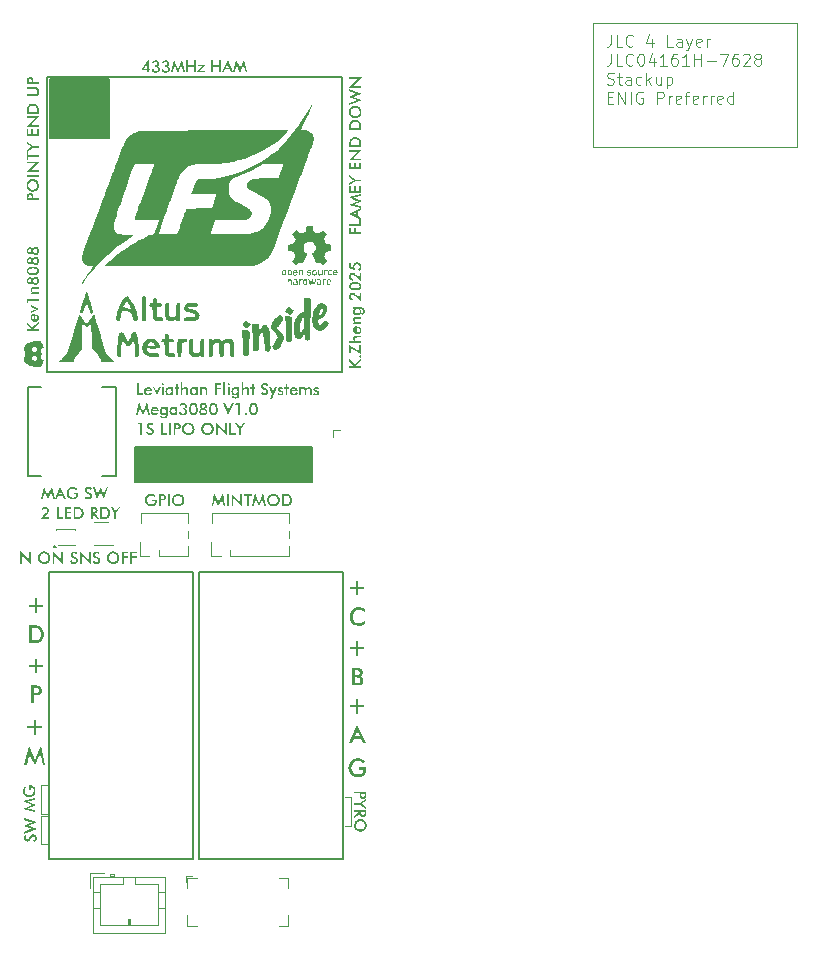
<source format=gbr>
%TF.GenerationSoftware,KiCad,Pcbnew,9.0.1*%
%TF.CreationDate,2025-10-13T19:02:50-04:00*%
%TF.ProjectId,OshTelemega,4f736854-656c-4656-9d65-67612e6b6963,rev?*%
%TF.SameCoordinates,Original*%
%TF.FileFunction,Legend,Top*%
%TF.FilePolarity,Positive*%
%FSLAX46Y46*%
G04 Gerber Fmt 4.6, Leading zero omitted, Abs format (unit mm)*
G04 Created by KiCad (PCBNEW 9.0.1) date 2025-10-13 19:02:50*
%MOMM*%
%LPD*%
G01*
G04 APERTURE LIST*
%ADD10C,0.100000*%
%ADD11C,0.200000*%
%ADD12C,0.120000*%
%ADD13C,0.152400*%
%ADD14C,0.000000*%
%ADD15C,0.127000*%
G04 APERTURE END LIST*
D10*
X48299999Y-87800000D02*
X47800000Y-87800000D01*
X22000000Y-86800000D02*
X22500000Y-86800000D01*
D11*
X29950000Y-58150000D02*
X44950000Y-58150000D01*
X44950000Y-61150000D01*
X29950000Y-61150000D01*
X29950000Y-58150000D01*
G36*
X29950000Y-58150000D02*
G01*
X44950000Y-58150000D01*
X44950000Y-61150000D01*
X29950000Y-61150000D01*
X29950000Y-58150000D01*
G37*
D10*
X48300000Y-90200000D02*
X48299999Y-87800000D01*
D11*
X22750000Y-27025000D02*
X27750000Y-27025000D01*
X27750000Y-32025000D01*
X22750000Y-32025000D01*
X22750000Y-27025000D01*
G36*
X22750000Y-27025000D02*
G01*
X27750000Y-27025000D01*
X27750000Y-32025000D01*
X22750000Y-32025000D01*
X22750000Y-27025000D01*
G37*
D10*
X22000000Y-89200000D02*
X22000000Y-86800000D01*
X48300000Y-90200000D02*
X47800000Y-90200000D01*
X22000000Y-89400000D02*
X22500000Y-89400000D01*
X22000000Y-89200000D02*
X22500000Y-89200000D01*
X22000000Y-89400000D02*
X22000000Y-91800000D01*
X22500000Y-89200000D02*
X22500000Y-89200000D01*
X22000000Y-91800000D02*
X22500000Y-91800000D01*
D11*
X22500000Y-26800000D02*
X47500000Y-26800000D01*
X47500000Y-51800000D01*
X22500000Y-51800000D01*
X22500000Y-26800000D01*
D10*
G36*
X48713355Y-79476430D02*
G01*
X48887652Y-79476430D01*
X48887652Y-80015718D01*
X49414759Y-80015718D01*
X49414759Y-80185711D01*
X48887652Y-80185711D01*
X48887652Y-80725000D01*
X48713355Y-80725000D01*
X48713355Y-80185711D01*
X48186339Y-80185711D01*
X48186339Y-80015718D01*
X48713355Y-80015718D01*
X48713355Y-79476430D01*
G37*
G36*
X49526592Y-83245000D02*
G01*
X49269221Y-83245000D01*
X49098953Y-82858119D01*
X48504253Y-82858119D01*
X48329955Y-83245000D01*
X48073591Y-83245000D01*
X48349617Y-82652955D01*
X48594470Y-82652955D01*
X49012858Y-82652955D01*
X48859076Y-82311870D01*
X48831324Y-82236765D01*
X48802656Y-82142243D01*
X48776461Y-82233743D01*
X48748251Y-82311870D01*
X48594470Y-82652955D01*
X48349617Y-82652955D01*
X48800550Y-81685753D01*
X49526592Y-83245000D01*
G37*
G36*
X21173619Y-36642550D02*
G01*
X21235818Y-36662436D01*
X21273765Y-36682972D01*
X21304917Y-36707545D01*
X21330095Y-36736258D01*
X21353181Y-36777229D01*
X21368991Y-36826201D01*
X21377139Y-36885014D01*
X21380593Y-36987157D01*
X21380593Y-37019275D01*
X21380593Y-37080824D01*
X21830000Y-37080824D01*
X21830000Y-37233231D01*
X20829581Y-37233231D01*
X20829581Y-37028861D01*
X20970265Y-37028861D01*
X20970265Y-37070566D01*
X21247725Y-37070566D01*
X21247725Y-37028861D01*
X21243310Y-36937299D01*
X21232569Y-36880733D01*
X21218476Y-36848366D01*
X21195416Y-36824286D01*
X21162199Y-36808963D01*
X21115101Y-36803242D01*
X21064491Y-36809331D01*
X21028378Y-36825706D01*
X21002932Y-36851480D01*
X20986862Y-36885837D01*
X20975025Y-36942028D01*
X20970265Y-37028861D01*
X20829581Y-37028861D01*
X20829581Y-36987157D01*
X20833144Y-36885011D01*
X20841549Y-36826201D01*
X20857607Y-36777226D01*
X20880811Y-36736258D01*
X20921099Y-36694657D01*
X20974661Y-36662436D01*
X21035968Y-36642574D01*
X21104720Y-36635752D01*
X21173619Y-36642550D01*
G37*
G36*
X21402122Y-35467221D02*
G01*
X21469227Y-35480564D01*
X21533672Y-35502710D01*
X21594522Y-35533285D01*
X21650949Y-35571981D01*
X21703360Y-35619275D01*
X21749437Y-35673259D01*
X21787411Y-35731236D01*
X21817665Y-35793603D01*
X21839689Y-35859260D01*
X21852908Y-35926971D01*
X21857355Y-35997301D01*
X21852871Y-36068523D01*
X21839548Y-36137046D01*
X21817360Y-36203442D01*
X21786819Y-36266400D01*
X21748916Y-36323984D01*
X21703360Y-36376672D01*
X21650962Y-36423981D01*
X21594754Y-36462566D01*
X21534344Y-36492931D01*
X21470336Y-36514817D01*
X21403021Y-36528066D01*
X21331744Y-36532560D01*
X21260907Y-36528084D01*
X21193581Y-36514852D01*
X21129145Y-36492931D01*
X21068235Y-36462554D01*
X21011560Y-36423965D01*
X20958724Y-36376672D01*
X20912773Y-36323117D01*
X20875044Y-36265394D01*
X20845151Y-36203076D01*
X20823559Y-36137388D01*
X20810534Y-36068991D01*
X20806133Y-35997301D01*
X20806137Y-35997240D01*
X20954633Y-35997240D01*
X20961691Y-36069501D01*
X20982721Y-36137802D01*
X21016946Y-36200534D01*
X21064176Y-36256382D01*
X21120835Y-36302163D01*
X21185321Y-36335639D01*
X21255482Y-36356089D01*
X21330462Y-36362994D01*
X21404764Y-36356090D01*
X21474260Y-36335639D01*
X21538300Y-36302235D01*
X21595404Y-36256382D01*
X21642667Y-36200586D01*
X21676920Y-36138107D01*
X21697881Y-36070034D01*
X21704947Y-35997240D01*
X21697905Y-35925717D01*
X21676920Y-35858144D01*
X21642721Y-35795852D01*
X21595404Y-35739564D01*
X21538249Y-35693616D01*
X21473893Y-35659941D01*
X21404164Y-35639189D01*
X21330462Y-35632219D01*
X21256134Y-35639197D01*
X21186053Y-35659941D01*
X21121389Y-35693638D01*
X21064176Y-35739564D01*
X21017519Y-35794207D01*
X20983087Y-35856801D01*
X20961779Y-35925058D01*
X20954633Y-35997240D01*
X20806137Y-35997240D01*
X20810530Y-35926061D01*
X20823550Y-35858009D01*
X20845151Y-35792565D01*
X20875024Y-35730479D01*
X20912748Y-35672854D01*
X20958724Y-35619275D01*
X21012012Y-35571946D01*
X21069056Y-35533253D01*
X21130244Y-35502710D01*
X21194879Y-35480536D01*
X21261848Y-35467207D01*
X21331744Y-35462715D01*
X21402122Y-35467221D01*
G37*
G36*
X21830000Y-35273610D02*
G01*
X20829581Y-35273610D01*
X20829581Y-35110944D01*
X21830000Y-35110944D01*
X21830000Y-35273610D01*
G37*
G36*
X21830000Y-34877753D02*
G01*
X20790502Y-34877753D01*
X21401536Y-34242050D01*
X21456919Y-34189416D01*
X21523169Y-34133301D01*
X20829581Y-34133301D01*
X20829581Y-33982970D01*
X21869078Y-33982970D01*
X21246442Y-34631679D01*
X21193136Y-34681932D01*
X21134335Y-34728032D01*
X21830000Y-34728032D01*
X21830000Y-34877753D01*
G37*
G36*
X20966357Y-33429943D02*
G01*
X21830000Y-33429943D01*
X21830000Y-33592608D01*
X20966357Y-33592608D01*
X20966357Y-33858528D01*
X20829581Y-33858528D01*
X20829581Y-33165367D01*
X20966357Y-33165367D01*
X20966357Y-33429943D01*
G37*
G36*
X21830000Y-32825747D02*
G01*
X21372166Y-32825747D01*
X20829581Y-33162741D01*
X20829581Y-32991832D01*
X21169200Y-32781966D01*
X21203394Y-32763160D01*
X21249129Y-32740262D01*
X21204066Y-32720112D01*
X21165109Y-32697886D01*
X20829581Y-32482525D01*
X20829581Y-32319859D01*
X21372166Y-32664425D01*
X21830000Y-32664425D01*
X21830000Y-32825747D01*
G37*
G36*
X21830000Y-31789547D02*
G01*
X20829581Y-31789547D01*
X20829581Y-31231085D01*
X20966357Y-31231085D01*
X20966357Y-31626881D01*
X21216461Y-31626881D01*
X21216461Y-31231085D01*
X21361053Y-31231085D01*
X21361053Y-31626881D01*
X21685408Y-31626881D01*
X21685408Y-31231085D01*
X21830000Y-31231085D01*
X21830000Y-31789547D01*
G37*
G36*
X21830000Y-31045095D02*
G01*
X20790502Y-31045095D01*
X21401536Y-30409391D01*
X21456919Y-30356757D01*
X21523169Y-30300642D01*
X20829581Y-30300642D01*
X20829581Y-30150311D01*
X21869078Y-30150311D01*
X21246442Y-30799020D01*
X21193136Y-30849273D01*
X21134335Y-30895374D01*
X21830000Y-30895374D01*
X21830000Y-31045095D01*
G37*
G36*
X21418389Y-29076165D02*
G01*
X21496652Y-29091341D01*
X21566584Y-29115698D01*
X21631512Y-29150444D01*
X21687828Y-29194140D01*
X21736393Y-29247284D01*
X21766723Y-29292758D01*
X21790736Y-29342368D01*
X21808506Y-29396638D01*
X21819257Y-29453717D01*
X21826994Y-29538043D01*
X21830000Y-29657429D01*
X21830000Y-29701148D01*
X21830000Y-29920600D01*
X20829581Y-29920600D01*
X20829581Y-29701148D01*
X20830899Y-29640332D01*
X20974173Y-29640332D01*
X20974173Y-29699133D01*
X20974173Y-29757935D01*
X21681500Y-29757935D01*
X21681500Y-29621220D01*
X21677083Y-29515482D01*
X21666479Y-29452021D01*
X21646145Y-29398894D01*
X21615982Y-29353896D01*
X21581187Y-29319356D01*
X21541213Y-29291087D01*
X21495448Y-29268838D01*
X21446618Y-29253499D01*
X21391086Y-29243837D01*
X21327836Y-29240445D01*
X21264587Y-29243837D01*
X21209055Y-29253499D01*
X21160225Y-29268838D01*
X21114459Y-29291087D01*
X21074486Y-29319356D01*
X21039691Y-29353896D01*
X21009638Y-29399849D01*
X20989193Y-29455440D01*
X20978649Y-29522871D01*
X20974173Y-29640332D01*
X20830899Y-29640332D01*
X20832718Y-29556360D01*
X20840586Y-29460137D01*
X20851135Y-29400058D01*
X20869000Y-29343540D01*
X20893026Y-29292817D01*
X20923187Y-29247223D01*
X20971390Y-29194210D01*
X21027800Y-29150522D01*
X21093363Y-29115698D01*
X21163928Y-29091313D01*
X21242536Y-29076150D01*
X21330462Y-29070880D01*
X21418389Y-29076165D01*
G37*
G36*
X20829581Y-28467050D02*
G01*
X20829581Y-28306399D01*
X21437440Y-28306399D01*
X21505890Y-28301804D01*
X21561071Y-28289148D01*
X21605404Y-28269659D01*
X21640833Y-28243873D01*
X21669373Y-28210560D01*
X21690485Y-28169493D01*
X21703991Y-28119009D01*
X21708855Y-28056905D01*
X21704000Y-27995171D01*
X21690509Y-27944913D01*
X21669399Y-27903959D01*
X21640833Y-27870670D01*
X21605400Y-27844857D01*
X21561065Y-27825350D01*
X21505885Y-27812682D01*
X21437440Y-27808083D01*
X20829581Y-27808083D01*
X20829581Y-27645417D01*
X21452461Y-27645417D01*
X21535858Y-27650251D01*
X21606111Y-27663785D01*
X21665226Y-27684906D01*
X21714906Y-27712990D01*
X21756482Y-27747938D01*
X21790741Y-27790004D01*
X21818367Y-27840380D01*
X21839200Y-27900446D01*
X21852574Y-27971943D01*
X21857355Y-28056905D01*
X21852581Y-28141924D01*
X21839236Y-28213358D01*
X21818466Y-28273267D01*
X21790948Y-28323415D01*
X21756849Y-28365201D01*
X21715439Y-28399860D01*
X21665833Y-28427752D01*
X21606674Y-28448758D01*
X21536228Y-28462233D01*
X21452461Y-28467050D01*
X20829581Y-28467050D01*
G37*
G36*
X21173619Y-26830826D02*
G01*
X21235818Y-26850712D01*
X21273765Y-26871249D01*
X21304917Y-26895821D01*
X21330095Y-26924535D01*
X21353181Y-26965505D01*
X21368991Y-27014477D01*
X21377139Y-27073290D01*
X21380593Y-27175433D01*
X21380593Y-27207551D01*
X21380593Y-27269100D01*
X21830000Y-27269100D01*
X21830000Y-27421508D01*
X20829581Y-27421508D01*
X20829581Y-27217137D01*
X20970265Y-27217137D01*
X20970265Y-27258842D01*
X21247725Y-27258842D01*
X21247725Y-27217137D01*
X21243310Y-27125575D01*
X21232569Y-27069010D01*
X21218476Y-27036642D01*
X21195416Y-27012563D01*
X21162199Y-26997239D01*
X21115101Y-26991518D01*
X21064491Y-26997608D01*
X21028378Y-27013983D01*
X21002932Y-27039756D01*
X20986862Y-27074114D01*
X20975025Y-27130304D01*
X20970265Y-27217137D01*
X20829581Y-27217137D01*
X20829581Y-27175433D01*
X20833144Y-27073288D01*
X20841549Y-27014477D01*
X20857607Y-26965502D01*
X20880811Y-26924535D01*
X20921099Y-26882934D01*
X20974661Y-26850712D01*
X21035968Y-26830850D01*
X21104720Y-26824029D01*
X21173619Y-26830826D01*
G37*
G36*
X21830000Y-48330252D02*
G01*
X20829581Y-48330252D01*
X20829581Y-48167587D01*
X21243695Y-48167587D01*
X20829581Y-47808000D01*
X20829581Y-47609064D01*
X21274469Y-48005531D01*
X21830000Y-47561925D01*
X21830000Y-47771791D01*
X21318860Y-48167587D01*
X21830000Y-48167587D01*
X21830000Y-48330252D01*
G37*
G36*
X21525184Y-47380758D02*
G01*
X21584734Y-47371643D01*
X21631819Y-47353384D01*
X21668982Y-47326781D01*
X21697274Y-47291489D01*
X21714511Y-47249120D01*
X21720579Y-47197576D01*
X21716895Y-47150539D01*
X21706531Y-47111124D01*
X21690109Y-47077958D01*
X21666991Y-47048846D01*
X21634763Y-47021051D01*
X21591618Y-46994549D01*
X21662327Y-46869436D01*
X21724232Y-46910191D01*
X21772571Y-46955256D01*
X21809117Y-47004807D01*
X21835452Y-47060406D01*
X21851703Y-47123033D01*
X21857355Y-47194157D01*
X21850894Y-47270990D01*
X21832518Y-47336698D01*
X21802987Y-47393309D01*
X21762039Y-47442307D01*
X21711824Y-47481777D01*
X21653765Y-47510403D01*
X21586356Y-47528278D01*
X21507599Y-47534570D01*
X21432408Y-47528244D01*
X21366502Y-47510058D01*
X21308203Y-47480529D01*
X21256273Y-47439254D01*
X21213467Y-47388548D01*
X21183018Y-47331694D01*
X21164334Y-47267468D01*
X21157843Y-47194157D01*
X21158062Y-47191409D01*
X21282896Y-47191409D01*
X21287168Y-47239030D01*
X21299072Y-47277619D01*
X21317883Y-47309012D01*
X21343953Y-47334744D01*
X21378552Y-47355569D01*
X21423579Y-47371233D01*
X21423579Y-47016409D01*
X21379980Y-47026836D01*
X21345710Y-47044687D01*
X21318921Y-47069776D01*
X21299678Y-47101273D01*
X21287364Y-47141077D01*
X21282896Y-47191409D01*
X21158062Y-47191409D01*
X21164035Y-47116435D01*
X21181467Y-47051270D01*
X21209128Y-46996393D01*
X21246992Y-46950097D01*
X21293908Y-46913115D01*
X21349865Y-46885936D01*
X21416668Y-46868727D01*
X21496669Y-46862597D01*
X21525184Y-46862597D01*
X21525184Y-47380758D01*
G37*
G36*
X21869078Y-46493180D02*
G01*
X21181290Y-46832922D01*
X21181290Y-46670866D01*
X21507721Y-46529389D01*
X21552906Y-46513024D01*
X21624713Y-46493180D01*
X21566217Y-46477121D01*
X21507721Y-46454895D01*
X21181290Y-46314028D01*
X21181290Y-46152705D01*
X21869078Y-46493180D01*
G37*
G36*
X21830000Y-45793058D02*
G01*
X20966357Y-45793058D01*
X20966357Y-46000237D01*
X20837397Y-45937344D01*
X20837397Y-45644741D01*
X21830000Y-45644741D01*
X21830000Y-45793058D01*
G37*
G36*
X21830000Y-45215301D02*
G01*
X21181290Y-45215301D01*
X21181290Y-45075838D01*
X21285643Y-45075838D01*
X21244108Y-45043430D01*
X21212092Y-45008635D01*
X21188435Y-44971241D01*
X21171979Y-44930055D01*
X21161545Y-44881736D01*
X21157843Y-44824940D01*
X21163956Y-44755845D01*
X21180741Y-44701597D01*
X21209382Y-44655965D01*
X21248763Y-44621913D01*
X21277083Y-44607424D01*
X21310922Y-44597306D01*
X21353110Y-44592108D01*
X21435303Y-44589795D01*
X21830000Y-44589795D01*
X21830000Y-44739516D01*
X21495692Y-44739516D01*
X21409147Y-44744193D01*
X21355746Y-44755587D01*
X21325150Y-44770657D01*
X21302938Y-44794674D01*
X21288406Y-44830032D01*
X21282896Y-44880994D01*
X21287878Y-44930961D01*
X21302130Y-44973623D01*
X21325532Y-45010209D01*
X21356352Y-45037553D01*
X21381996Y-45051060D01*
X21416435Y-45060451D01*
X21458599Y-45064985D01*
X21533428Y-45066924D01*
X21830000Y-45066924D01*
X21830000Y-45215301D01*
G37*
G36*
X21628429Y-43735732D02*
G01*
X21686250Y-43753242D01*
X21735741Y-43781458D01*
X21778281Y-43820858D01*
X21811412Y-43868240D01*
X21836039Y-43924954D01*
X21851744Y-43992827D01*
X21857355Y-44074138D01*
X21851788Y-44153887D01*
X21836151Y-44220937D01*
X21811532Y-44277419D01*
X21778281Y-44325036D01*
X21735705Y-44364716D01*
X21686602Y-44393013D01*
X21629675Y-44410497D01*
X21563042Y-44416627D01*
X21498419Y-44411124D01*
X21442925Y-44395438D01*
X21394881Y-44370160D01*
X21353692Y-44335178D01*
X21321651Y-44291868D01*
X21298283Y-44238879D01*
X21273484Y-44286081D01*
X21245520Y-44321915D01*
X21214446Y-44348239D01*
X21178404Y-44367082D01*
X21135753Y-44378912D01*
X21084998Y-44383105D01*
X21026605Y-44377544D01*
X20975821Y-44361547D01*
X20931126Y-44335390D01*
X20891496Y-44298352D01*
X20860212Y-44254206D01*
X20837312Y-44203050D01*
X20822930Y-44143580D01*
X20817857Y-44074138D01*
X20818110Y-44070657D01*
X20950725Y-44070657D01*
X20955228Y-44116731D01*
X20967733Y-44153447D01*
X20987545Y-44182826D01*
X21014506Y-44205253D01*
X21047376Y-44218953D01*
X21087929Y-44223797D01*
X21127566Y-44219048D01*
X21159406Y-44205662D01*
X21185259Y-44183803D01*
X21204106Y-44155219D01*
X21216054Y-44119313D01*
X21220363Y-44074138D01*
X21372777Y-44074138D01*
X21378542Y-44129670D01*
X21394643Y-44174215D01*
X21420404Y-44210181D01*
X21454986Y-44237394D01*
X21497208Y-44254131D01*
X21549303Y-44260067D01*
X21601918Y-44254158D01*
X21644007Y-44237599D01*
X21677958Y-44210852D01*
X21702994Y-44175392D01*
X21718788Y-44130694D01*
X21724487Y-44074138D01*
X21718788Y-44017114D01*
X21702991Y-43971964D01*
X21677958Y-43936079D01*
X21643950Y-43908902D01*
X21601861Y-43892115D01*
X21549303Y-43886132D01*
X21496285Y-43892125D01*
X21453880Y-43908923D01*
X21419672Y-43936079D01*
X21394427Y-43971992D01*
X21378514Y-44017143D01*
X21372777Y-44074138D01*
X21220363Y-44074138D01*
X21220369Y-44074076D01*
X21216045Y-44027442D01*
X21204156Y-43990930D01*
X21185565Y-43962335D01*
X21159917Y-43940523D01*
X21128006Y-43927116D01*
X21087929Y-43922341D01*
X21046836Y-43927084D01*
X21013896Y-43940408D01*
X20987240Y-43962030D01*
X20967568Y-43990482D01*
X20955182Y-44026032D01*
X20950725Y-44070657D01*
X20818110Y-44070657D01*
X20823046Y-44002870D01*
X20837689Y-43942441D01*
X20860897Y-43891023D01*
X20892473Y-43847175D01*
X20932525Y-43810669D01*
X20978257Y-43784689D01*
X21030797Y-43768686D01*
X21091775Y-43763094D01*
X21139721Y-43767374D01*
X21181482Y-43779668D01*
X21218232Y-43799670D01*
X21249857Y-43827083D01*
X21276522Y-43862508D01*
X21298283Y-43907320D01*
X21321612Y-43855227D01*
X21353862Y-43812112D01*
X21395614Y-43776772D01*
X21444067Y-43750899D01*
X21498493Y-43735061D01*
X21560294Y-43729572D01*
X21628429Y-43735732D01*
G37*
G36*
X21469106Y-42874366D02*
G01*
X21569796Y-42893755D01*
X21653205Y-42923787D01*
X21722105Y-42963443D01*
X21771477Y-43005446D01*
X21808828Y-43052071D01*
X21835415Y-43103894D01*
X21851709Y-43161949D01*
X21857355Y-43227653D01*
X21851623Y-43294228D01*
X21835119Y-43352729D01*
X21808245Y-43404649D01*
X21770550Y-43451073D01*
X21720762Y-43492595D01*
X21666415Y-43524375D01*
X21602448Y-43550363D01*
X21527382Y-43570081D01*
X21439511Y-43582736D01*
X21336934Y-43587239D01*
X21235378Y-43582710D01*
X21148129Y-43569964D01*
X21073347Y-43550064D01*
X21009384Y-43523779D01*
X20954816Y-43491557D01*
X20904849Y-43449612D01*
X20867041Y-43402867D01*
X20840110Y-43350736D01*
X20823589Y-43292149D01*
X20817857Y-43225638D01*
X20817972Y-43224295D01*
X20958541Y-43224295D01*
X20964563Y-43270829D01*
X20981993Y-43310302D01*
X21011316Y-43344456D01*
X21054834Y-43374015D01*
X21102519Y-43394113D01*
X21163794Y-43410028D01*
X21241529Y-43420661D01*
X21338949Y-43424574D01*
X21433228Y-43420741D01*
X21509506Y-43410260D01*
X21570602Y-43394451D01*
X21619035Y-43374321D01*
X21663666Y-43344861D01*
X21693335Y-43311609D01*
X21710726Y-43273983D01*
X21716671Y-43230401D01*
X21710673Y-43183446D01*
X21693361Y-43143806D01*
X21664339Y-43109702D01*
X21621416Y-43080374D01*
X21574252Y-43060476D01*
X21513094Y-43044652D01*
X21434903Y-43034039D01*
X21336263Y-43030121D01*
X21240743Y-43033934D01*
X21164008Y-43044324D01*
X21103055Y-43059929D01*
X21055200Y-43079703D01*
X21011205Y-43108762D01*
X20981815Y-43141960D01*
X20964491Y-43179922D01*
X20958541Y-43224295D01*
X20817972Y-43224295D01*
X20823660Y-43158149D01*
X20840323Y-43099234D01*
X20867377Y-43047313D01*
X20905242Y-43001239D01*
X20955183Y-42960390D01*
X21009506Y-42929407D01*
X21074170Y-42903906D01*
X21150823Y-42884439D01*
X21241355Y-42871882D01*
X21347864Y-42867395D01*
X21469106Y-42874366D01*
G37*
G36*
X21628429Y-42045572D02*
G01*
X21686250Y-42063081D01*
X21735741Y-42091298D01*
X21778281Y-42130697D01*
X21811412Y-42178079D01*
X21836039Y-42234793D01*
X21851744Y-42302667D01*
X21857355Y-42383977D01*
X21851788Y-42463726D01*
X21836151Y-42530777D01*
X21811532Y-42587258D01*
X21778281Y-42634875D01*
X21735705Y-42674556D01*
X21686602Y-42702852D01*
X21629675Y-42720336D01*
X21563042Y-42726467D01*
X21498419Y-42720964D01*
X21442925Y-42705277D01*
X21394881Y-42679999D01*
X21353692Y-42645017D01*
X21321651Y-42601707D01*
X21298283Y-42548719D01*
X21273484Y-42595921D01*
X21245520Y-42631754D01*
X21214446Y-42658079D01*
X21178404Y-42676922D01*
X21135753Y-42688751D01*
X21084998Y-42692944D01*
X21026605Y-42687384D01*
X20975821Y-42671386D01*
X20931126Y-42645230D01*
X20891496Y-42608192D01*
X20860212Y-42564046D01*
X20837312Y-42512890D01*
X20822930Y-42453419D01*
X20817857Y-42383977D01*
X20818110Y-42380497D01*
X20950725Y-42380497D01*
X20955228Y-42426570D01*
X20967733Y-42463286D01*
X20987545Y-42492665D01*
X21014506Y-42515093D01*
X21047376Y-42528792D01*
X21087929Y-42533637D01*
X21127566Y-42528887D01*
X21159406Y-42515501D01*
X21185259Y-42493642D01*
X21204106Y-42465059D01*
X21216054Y-42429153D01*
X21220363Y-42383977D01*
X21372777Y-42383977D01*
X21378542Y-42439510D01*
X21394643Y-42484054D01*
X21420404Y-42520020D01*
X21454986Y-42547233D01*
X21497208Y-42563970D01*
X21549303Y-42569907D01*
X21601918Y-42563997D01*
X21644007Y-42547438D01*
X21677958Y-42520692D01*
X21702994Y-42485232D01*
X21718788Y-42440533D01*
X21724487Y-42383977D01*
X21718788Y-42326954D01*
X21702991Y-42281804D01*
X21677958Y-42245919D01*
X21643950Y-42218741D01*
X21601861Y-42201954D01*
X21549303Y-42195971D01*
X21496285Y-42201964D01*
X21453880Y-42218762D01*
X21419672Y-42245919D01*
X21394427Y-42281832D01*
X21378514Y-42326982D01*
X21372777Y-42383977D01*
X21220363Y-42383977D01*
X21220369Y-42383916D01*
X21216045Y-42337281D01*
X21204156Y-42300769D01*
X21185565Y-42272175D01*
X21159917Y-42250363D01*
X21128006Y-42236956D01*
X21087929Y-42232180D01*
X21046836Y-42236923D01*
X21013896Y-42250247D01*
X20987240Y-42271870D01*
X20967568Y-42300321D01*
X20955182Y-42335871D01*
X20950725Y-42380497D01*
X20818110Y-42380497D01*
X20823046Y-42312710D01*
X20837689Y-42252281D01*
X20860897Y-42200862D01*
X20892473Y-42157014D01*
X20932525Y-42120509D01*
X20978257Y-42094528D01*
X21030797Y-42078525D01*
X21091775Y-42072934D01*
X21139721Y-42077214D01*
X21181482Y-42089507D01*
X21218232Y-42109509D01*
X21249857Y-42136922D01*
X21276522Y-42172348D01*
X21298283Y-42217159D01*
X21321612Y-42165066D01*
X21353862Y-42121952D01*
X21395614Y-42086611D01*
X21444067Y-42060738D01*
X21498493Y-42044901D01*
X21560294Y-42039411D01*
X21628429Y-42045572D01*
G37*
G36*
X21628429Y-41200492D02*
G01*
X21686250Y-41218001D01*
X21735741Y-41246218D01*
X21778281Y-41285617D01*
X21811412Y-41332999D01*
X21836039Y-41389713D01*
X21851744Y-41457587D01*
X21857355Y-41538897D01*
X21851788Y-41618646D01*
X21836151Y-41685696D01*
X21811532Y-41742178D01*
X21778281Y-41789795D01*
X21735705Y-41829476D01*
X21686602Y-41857772D01*
X21629675Y-41875256D01*
X21563042Y-41881386D01*
X21498419Y-41875883D01*
X21442925Y-41860197D01*
X21394881Y-41834919D01*
X21353692Y-41799937D01*
X21321651Y-41756627D01*
X21298283Y-41703639D01*
X21273484Y-41750841D01*
X21245520Y-41786674D01*
X21214446Y-41812998D01*
X21178404Y-41831841D01*
X21135753Y-41843671D01*
X21084998Y-41847864D01*
X21026605Y-41842304D01*
X20975821Y-41826306D01*
X20931126Y-41800149D01*
X20891496Y-41763112D01*
X20860212Y-41718965D01*
X20837312Y-41667810D01*
X20822930Y-41608339D01*
X20817857Y-41538897D01*
X20818110Y-41535416D01*
X20950725Y-41535416D01*
X20955228Y-41581490D01*
X20967733Y-41618206D01*
X20987545Y-41647585D01*
X21014506Y-41670012D01*
X21047376Y-41683712D01*
X21087929Y-41688557D01*
X21127566Y-41683807D01*
X21159406Y-41670421D01*
X21185259Y-41648562D01*
X21204106Y-41619979D01*
X21216054Y-41584073D01*
X21220363Y-41538897D01*
X21372777Y-41538897D01*
X21378542Y-41594429D01*
X21394643Y-41638974D01*
X21420404Y-41674940D01*
X21454986Y-41702153D01*
X21497208Y-41718890D01*
X21549303Y-41724827D01*
X21601918Y-41718917D01*
X21644007Y-41702358D01*
X21677958Y-41675612D01*
X21702994Y-41640151D01*
X21718788Y-41595453D01*
X21724487Y-41538897D01*
X21718788Y-41481873D01*
X21702991Y-41436723D01*
X21677958Y-41400838D01*
X21643950Y-41373661D01*
X21601861Y-41356874D01*
X21549303Y-41350891D01*
X21496285Y-41356884D01*
X21453880Y-41373682D01*
X21419672Y-41400838D01*
X21394427Y-41436752D01*
X21378514Y-41481902D01*
X21372777Y-41538897D01*
X21220363Y-41538897D01*
X21220369Y-41538836D01*
X21216045Y-41492201D01*
X21204156Y-41455689D01*
X21185565Y-41427095D01*
X21159917Y-41405283D01*
X21128006Y-41391876D01*
X21087929Y-41387100D01*
X21046836Y-41391843D01*
X21013896Y-41405167D01*
X20987240Y-41426789D01*
X20967568Y-41455241D01*
X20955182Y-41490791D01*
X20950725Y-41535416D01*
X20818110Y-41535416D01*
X20823046Y-41467629D01*
X20837689Y-41407200D01*
X20860897Y-41355782D01*
X20892473Y-41311934D01*
X20932525Y-41275429D01*
X20978257Y-41249448D01*
X21030797Y-41233445D01*
X21091775Y-41227853D01*
X21139721Y-41232134D01*
X21181482Y-41244427D01*
X21218232Y-41264429D01*
X21249857Y-41291842D01*
X21276522Y-41327268D01*
X21298283Y-41372079D01*
X21321612Y-41319986D01*
X21353862Y-41276871D01*
X21395614Y-41241531D01*
X21444067Y-41215658D01*
X21498493Y-41199821D01*
X21560294Y-41194331D01*
X21628429Y-41200492D01*
G37*
G36*
X20254855Y-68020000D02*
G01*
X20254855Y-66980502D01*
X20890558Y-67591536D01*
X20943192Y-67646919D01*
X20999307Y-67713169D01*
X20999307Y-67019581D01*
X21149638Y-67019581D01*
X21149638Y-68059078D01*
X20500929Y-67436442D01*
X20450676Y-67383136D01*
X20404576Y-67324335D01*
X20404576Y-68020000D01*
X20254855Y-68020000D01*
G37*
G36*
X22364119Y-67000530D02*
G01*
X22432171Y-67013550D01*
X22497615Y-67035151D01*
X22559700Y-67065024D01*
X22617326Y-67102748D01*
X22670905Y-67148724D01*
X22718233Y-67202012D01*
X22756927Y-67259056D01*
X22787470Y-67320244D01*
X22809643Y-67384879D01*
X22822973Y-67451848D01*
X22827465Y-67521744D01*
X22822959Y-67592122D01*
X22809616Y-67659227D01*
X22787470Y-67723672D01*
X22756895Y-67784522D01*
X22718198Y-67840949D01*
X22670905Y-67893360D01*
X22616920Y-67939437D01*
X22558944Y-67977411D01*
X22496577Y-68007665D01*
X22430919Y-68029689D01*
X22363208Y-68042908D01*
X22292878Y-68047355D01*
X22221657Y-68042871D01*
X22153133Y-68029548D01*
X22086737Y-68007360D01*
X22023779Y-67976819D01*
X21966196Y-67938916D01*
X21913508Y-67893360D01*
X21866199Y-67840962D01*
X21827614Y-67784754D01*
X21797248Y-67724344D01*
X21775362Y-67660336D01*
X21762113Y-67593021D01*
X21757620Y-67521744D01*
X21757701Y-67520462D01*
X21927185Y-67520462D01*
X21934090Y-67594764D01*
X21954541Y-67664260D01*
X21987944Y-67728300D01*
X22033797Y-67785404D01*
X22089594Y-67832667D01*
X22152072Y-67866920D01*
X22220146Y-67887881D01*
X22292939Y-67894947D01*
X22364463Y-67887905D01*
X22432035Y-67866920D01*
X22494327Y-67832721D01*
X22550615Y-67785404D01*
X22596564Y-67728249D01*
X22630239Y-67663893D01*
X22650991Y-67594164D01*
X22657960Y-67520462D01*
X22650982Y-67446134D01*
X22630239Y-67376053D01*
X22596542Y-67311389D01*
X22550615Y-67254176D01*
X22495973Y-67207519D01*
X22433379Y-67173087D01*
X22365121Y-67151779D01*
X22292939Y-67144633D01*
X22220679Y-67151691D01*
X22152377Y-67172721D01*
X22089645Y-67206946D01*
X22033797Y-67254176D01*
X21988016Y-67310835D01*
X21954541Y-67375321D01*
X21934090Y-67445482D01*
X21927185Y-67520462D01*
X21757701Y-67520462D01*
X21762095Y-67450907D01*
X21775327Y-67383581D01*
X21797248Y-67319145D01*
X21827626Y-67258235D01*
X21866215Y-67201560D01*
X21913508Y-67148724D01*
X21967062Y-67102773D01*
X22024785Y-67065044D01*
X22087103Y-67035151D01*
X22152792Y-67013559D01*
X22221188Y-67000534D01*
X22292878Y-66996133D01*
X22364119Y-67000530D01*
G37*
G36*
X23013822Y-68020000D02*
G01*
X23013822Y-66980502D01*
X23649525Y-67591536D01*
X23702159Y-67646919D01*
X23758274Y-67713169D01*
X23758274Y-67019581D01*
X23908606Y-67019581D01*
X23908606Y-68059078D01*
X23259897Y-67436442D01*
X23209644Y-67383136D01*
X23163543Y-67324335D01*
X23163543Y-68020000D01*
X23013822Y-68020000D01*
G37*
G36*
X24502909Y-67821980D02*
G01*
X24632847Y-67762079D01*
X24649083Y-67804034D01*
X24671596Y-67837490D01*
X24700502Y-67863806D01*
X24734928Y-67882701D01*
X24776307Y-67894611D01*
X24826287Y-67898855D01*
X24873029Y-67893989D01*
X24910761Y-67880359D01*
X24941448Y-67858494D01*
X24964841Y-67829108D01*
X24979142Y-67793620D01*
X24984190Y-67750233D01*
X24976890Y-67711721D01*
X24953679Y-67673546D01*
X24909883Y-67634066D01*
X24837889Y-67592758D01*
X24806442Y-67577676D01*
X24697031Y-67518643D01*
X24627040Y-67470469D01*
X24585952Y-67431313D01*
X24555696Y-67385028D01*
X24537316Y-67332233D01*
X24530936Y-67271151D01*
X24536418Y-67211139D01*
X24552168Y-67158916D01*
X24577832Y-67112977D01*
X24613979Y-67072276D01*
X24657531Y-67039695D01*
X24707475Y-67016053D01*
X24765016Y-67001310D01*
X24831721Y-66996133D01*
X24904540Y-67001335D01*
X24965623Y-67015937D01*
X25016980Y-67038937D01*
X25061837Y-67071850D01*
X25095922Y-67112461D01*
X25120233Y-67161852D01*
X24993044Y-67226699D01*
X24960294Y-67185080D01*
X24927037Y-67158433D01*
X24889073Y-67142363D01*
X24844727Y-67136817D01*
X24802222Y-67140984D01*
X24768052Y-67152600D01*
X24740436Y-67171072D01*
X24719208Y-67196117D01*
X24706357Y-67226177D01*
X24701845Y-67262786D01*
X24706916Y-67293652D01*
X24722954Y-67324984D01*
X24752639Y-67357964D01*
X24800270Y-67393269D01*
X24871411Y-67431130D01*
X24891927Y-67440717D01*
X24989408Y-67491171D01*
X25054709Y-67535503D01*
X25095626Y-67574439D01*
X25125947Y-67620657D01*
X25144514Y-67674358D01*
X25151008Y-67737533D01*
X25144958Y-67807529D01*
X25127737Y-67867366D01*
X25100008Y-67918930D01*
X25061432Y-67963579D01*
X25014480Y-67999184D01*
X24959591Y-68025208D01*
X24895240Y-68041569D01*
X24819448Y-68047355D01*
X24736024Y-68040275D01*
X24667121Y-68020430D01*
X24609949Y-67988981D01*
X24573025Y-67957075D01*
X24543061Y-67919163D01*
X24519660Y-67874503D01*
X24502909Y-67821980D01*
G37*
G36*
X25328267Y-68020000D02*
G01*
X25328267Y-66980502D01*
X25963970Y-67591536D01*
X26016605Y-67646919D01*
X26072719Y-67713169D01*
X26072719Y-67019581D01*
X26223051Y-67019581D01*
X26223051Y-68059078D01*
X25574342Y-67436442D01*
X25524089Y-67383136D01*
X25477988Y-67324335D01*
X25477988Y-68020000D01*
X25328267Y-68020000D01*
G37*
G36*
X26395303Y-67821980D02*
G01*
X26525240Y-67762079D01*
X26541477Y-67804034D01*
X26563989Y-67837490D01*
X26592896Y-67863806D01*
X26627321Y-67882701D01*
X26668701Y-67894611D01*
X26718681Y-67898855D01*
X26765422Y-67893989D01*
X26803155Y-67880359D01*
X26833841Y-67858494D01*
X26857235Y-67829108D01*
X26871536Y-67793620D01*
X26876584Y-67750233D01*
X26869284Y-67711721D01*
X26846072Y-67673546D01*
X26802276Y-67634066D01*
X26730282Y-67592758D01*
X26698836Y-67577676D01*
X26589424Y-67518643D01*
X26519434Y-67470469D01*
X26478346Y-67431313D01*
X26448090Y-67385028D01*
X26429710Y-67332233D01*
X26423330Y-67271151D01*
X26428811Y-67211139D01*
X26444561Y-67158916D01*
X26470225Y-67112977D01*
X26506372Y-67072276D01*
X26549924Y-67039695D01*
X26599869Y-67016053D01*
X26657410Y-67001310D01*
X26724115Y-66996133D01*
X26796934Y-67001335D01*
X26858016Y-67015937D01*
X26909373Y-67038937D01*
X26954230Y-67071850D01*
X26988315Y-67112461D01*
X27012627Y-67161852D01*
X26885437Y-67226699D01*
X26852688Y-67185080D01*
X26819431Y-67158433D01*
X26781466Y-67142363D01*
X26737121Y-67136817D01*
X26694616Y-67140984D01*
X26660445Y-67152600D01*
X26632829Y-67171072D01*
X26611602Y-67196117D01*
X26598751Y-67226177D01*
X26594239Y-67262786D01*
X26599309Y-67293652D01*
X26615347Y-67324984D01*
X26645033Y-67357964D01*
X26692663Y-67393269D01*
X26763804Y-67431130D01*
X26784321Y-67440717D01*
X26881801Y-67491171D01*
X26947102Y-67535503D01*
X26988019Y-67574439D01*
X27018341Y-67620657D01*
X27036908Y-67674358D01*
X27043401Y-67737533D01*
X27037352Y-67807529D01*
X27020131Y-67867366D01*
X26992402Y-67918930D01*
X26953825Y-67963579D01*
X26906874Y-67999184D01*
X26851985Y-68025208D01*
X26787633Y-68041569D01*
X26711842Y-68047355D01*
X26628418Y-68040275D01*
X26559514Y-68020430D01*
X26502342Y-67988981D01*
X26465418Y-67957075D01*
X26435455Y-67919163D01*
X26412054Y-67874503D01*
X26395303Y-67821980D01*
G37*
G36*
X28205431Y-67000530D02*
G01*
X28273483Y-67013550D01*
X28338927Y-67035151D01*
X28401012Y-67065024D01*
X28458638Y-67102748D01*
X28512217Y-67148724D01*
X28559545Y-67202012D01*
X28598239Y-67259056D01*
X28628782Y-67320244D01*
X28650955Y-67384879D01*
X28664285Y-67451848D01*
X28668777Y-67521744D01*
X28664271Y-67592122D01*
X28650928Y-67659227D01*
X28628782Y-67723672D01*
X28598207Y-67784522D01*
X28559510Y-67840949D01*
X28512217Y-67893360D01*
X28458232Y-67939437D01*
X28400256Y-67977411D01*
X28337889Y-68007665D01*
X28272231Y-68029689D01*
X28204520Y-68042908D01*
X28134190Y-68047355D01*
X28062969Y-68042871D01*
X27994445Y-68029548D01*
X27928049Y-68007360D01*
X27865091Y-67976819D01*
X27807508Y-67938916D01*
X27754820Y-67893360D01*
X27707511Y-67840962D01*
X27668926Y-67784754D01*
X27638560Y-67724344D01*
X27616674Y-67660336D01*
X27603425Y-67593021D01*
X27598932Y-67521744D01*
X27599013Y-67520462D01*
X27768497Y-67520462D01*
X27775402Y-67594764D01*
X27795853Y-67664260D01*
X27829256Y-67728300D01*
X27875109Y-67785404D01*
X27930906Y-67832667D01*
X27993384Y-67866920D01*
X28061458Y-67887881D01*
X28134251Y-67894947D01*
X28205775Y-67887905D01*
X28273347Y-67866920D01*
X28335639Y-67832721D01*
X28391927Y-67785404D01*
X28437876Y-67728249D01*
X28471550Y-67663893D01*
X28492303Y-67594164D01*
X28499272Y-67520462D01*
X28492294Y-67446134D01*
X28471550Y-67376053D01*
X28437854Y-67311389D01*
X28391927Y-67254176D01*
X28337285Y-67207519D01*
X28274691Y-67173087D01*
X28206433Y-67151779D01*
X28134251Y-67144633D01*
X28061991Y-67151691D01*
X27993689Y-67172721D01*
X27930957Y-67206946D01*
X27875109Y-67254176D01*
X27829328Y-67310835D01*
X27795853Y-67375321D01*
X27775402Y-67445482D01*
X27768497Y-67520462D01*
X27599013Y-67520462D01*
X27603407Y-67450907D01*
X27616639Y-67383581D01*
X27638560Y-67319145D01*
X27668938Y-67258235D01*
X27707527Y-67201560D01*
X27754820Y-67148724D01*
X27808374Y-67102773D01*
X27866097Y-67065044D01*
X27928415Y-67035151D01*
X27994103Y-67013559D01*
X28062500Y-67000534D01*
X28134190Y-66996133D01*
X28205431Y-67000530D01*
G37*
G36*
X28855134Y-68020000D02*
G01*
X28855134Y-67019581D01*
X29413595Y-67019581D01*
X29413595Y-67156357D01*
X29017800Y-67156357D01*
X29017800Y-67406461D01*
X29413595Y-67406461D01*
X29413595Y-67551053D01*
X29017800Y-67551053D01*
X29017800Y-68020000D01*
X28855134Y-68020000D01*
G37*
G36*
X29589816Y-68020000D02*
G01*
X29589816Y-67019581D01*
X30148278Y-67019581D01*
X30148278Y-67156357D01*
X29752482Y-67156357D01*
X29752482Y-67406461D01*
X30148278Y-67406461D01*
X30148278Y-67551053D01*
X29752482Y-67551053D01*
X29752482Y-68020000D01*
X29589816Y-68020000D01*
G37*
G36*
X22931053Y-62055652D02*
G01*
X22922199Y-61991355D01*
X22912613Y-61918876D01*
X22895150Y-61987264D01*
X22866817Y-62056995D01*
X22604989Y-62589078D01*
X22343161Y-62046065D01*
X22314767Y-61981097D01*
X22293946Y-61918876D01*
X22288817Y-61984883D01*
X22275505Y-62056995D01*
X22168161Y-62550000D01*
X22018440Y-62550000D01*
X22254989Y-61506594D01*
X22550279Y-62138389D01*
X22571100Y-62188276D01*
X22604989Y-62274433D01*
X22650113Y-62165073D01*
X22662386Y-62137718D01*
X22950898Y-61506594D01*
X23192882Y-62550000D01*
X23041817Y-62550000D01*
X22931053Y-62055652D01*
G37*
G36*
X24155015Y-62550000D02*
G01*
X23983435Y-62550000D01*
X23869923Y-62292079D01*
X23473456Y-62292079D01*
X23357257Y-62550000D01*
X23186348Y-62550000D01*
X23370365Y-62155303D01*
X23533600Y-62155303D01*
X23812526Y-62155303D01*
X23710005Y-61927913D01*
X23691503Y-61877843D01*
X23672391Y-61814829D01*
X23654928Y-61875828D01*
X23636121Y-61927913D01*
X23533600Y-62155303D01*
X23370365Y-62155303D01*
X23670987Y-61510502D01*
X24155015Y-62550000D01*
G37*
G36*
X24791207Y-62038066D02*
G01*
X25187674Y-62038066D01*
X25188346Y-62066765D01*
X25190422Y-62132405D01*
X25184978Y-62217750D01*
X25169516Y-62291676D01*
X25144950Y-62355888D01*
X25111646Y-62411804D01*
X25069399Y-62460484D01*
X25019499Y-62500917D01*
X24961774Y-62533055D01*
X24895052Y-62556924D01*
X24817826Y-62572023D01*
X24728314Y-62577355D01*
X24646891Y-62573071D01*
X24574098Y-62560772D01*
X24508862Y-62541085D01*
X24447187Y-62512750D01*
X24391096Y-62476377D01*
X24340029Y-62431603D01*
X24296480Y-62380638D01*
X24260196Y-62324028D01*
X24230975Y-62261182D01*
X24210054Y-62194998D01*
X24197363Y-62125387D01*
X24193056Y-62051744D01*
X24197490Y-61976755D01*
X24210453Y-61907190D01*
X24231646Y-61842306D01*
X24261493Y-61781050D01*
X24299528Y-61724872D01*
X24346196Y-61673290D01*
X24397616Y-61629300D01*
X24454611Y-61592883D01*
X24517777Y-61563808D01*
X24584313Y-61543025D01*
X24654293Y-61530414D01*
X24728314Y-61526133D01*
X24806208Y-61531186D01*
X24876358Y-61545787D01*
X24939890Y-61569426D01*
X24998858Y-61602698D01*
X25054220Y-61646527D01*
X25106341Y-61701988D01*
X24987395Y-61791870D01*
X24951520Y-61755074D01*
X24913541Y-61725886D01*
X24873211Y-61703637D01*
X24829972Y-61687752D01*
X24782813Y-61677993D01*
X24731062Y-61674633D01*
X24651260Y-61681563D01*
X24581563Y-61701473D01*
X24520097Y-61733829D01*
X24465509Y-61779169D01*
X24421105Y-61834410D01*
X24389224Y-61897079D01*
X24369508Y-61968611D01*
X24362622Y-62050950D01*
X24369530Y-62134748D01*
X24389288Y-62207435D01*
X24421182Y-62270990D01*
X24465509Y-62326884D01*
X24520168Y-62372796D01*
X24581867Y-62405563D01*
X24651990Y-62425736D01*
X24732466Y-62432763D01*
X24802537Y-62428124D01*
X24861272Y-62415130D01*
X24910538Y-62394762D01*
X24951857Y-62367428D01*
X24986710Y-62331979D01*
X25011382Y-62291266D01*
X25026545Y-62244240D01*
X25031847Y-62189314D01*
X25031847Y-62174842D01*
X24791207Y-62174842D01*
X24791207Y-62038066D01*
G37*
G36*
X25713224Y-62351980D02*
G01*
X25843161Y-62292079D01*
X25859398Y-62334034D01*
X25881910Y-62367490D01*
X25910816Y-62393806D01*
X25945242Y-62412701D01*
X25986621Y-62424611D01*
X26036601Y-62428855D01*
X26083343Y-62423989D01*
X26121075Y-62410359D01*
X26151762Y-62388494D01*
X26175155Y-62359108D01*
X26189457Y-62323620D01*
X26194504Y-62280233D01*
X26187205Y-62241721D01*
X26163993Y-62203546D01*
X26120197Y-62164066D01*
X26048203Y-62122758D01*
X26016756Y-62107676D01*
X25907345Y-62048643D01*
X25837354Y-62000469D01*
X25796266Y-61961313D01*
X25766010Y-61915028D01*
X25747630Y-61862233D01*
X25741250Y-61801151D01*
X25746732Y-61741139D01*
X25762482Y-61688916D01*
X25788146Y-61642977D01*
X25824293Y-61602276D01*
X25867845Y-61569695D01*
X25917789Y-61546053D01*
X25975330Y-61531310D01*
X26042035Y-61526133D01*
X26114854Y-61531335D01*
X26175937Y-61545937D01*
X26227294Y-61568937D01*
X26272151Y-61601850D01*
X26306236Y-61642461D01*
X26330547Y-61691852D01*
X26203358Y-61756699D01*
X26170608Y-61715080D01*
X26137351Y-61688433D01*
X26099387Y-61672363D01*
X26055041Y-61666817D01*
X26012537Y-61670984D01*
X25978366Y-61682600D01*
X25950750Y-61701072D01*
X25929522Y-61726117D01*
X25916671Y-61756177D01*
X25912159Y-61792786D01*
X25917230Y-61823652D01*
X25933268Y-61854984D01*
X25962953Y-61887964D01*
X26010584Y-61923269D01*
X26081725Y-61961130D01*
X26102241Y-61970717D01*
X26199722Y-62021171D01*
X26265023Y-62065503D01*
X26305940Y-62104439D01*
X26336261Y-62150657D01*
X26354828Y-62204358D01*
X26361322Y-62267533D01*
X26355272Y-62337529D01*
X26338051Y-62397366D01*
X26310322Y-62448930D01*
X26271746Y-62493579D01*
X26224794Y-62529184D01*
X26169905Y-62555208D01*
X26105554Y-62571569D01*
X26029762Y-62577355D01*
X25946338Y-62570275D01*
X25877435Y-62550430D01*
X25820263Y-62518981D01*
X25783339Y-62487075D01*
X25753375Y-62449163D01*
X25729974Y-62404503D01*
X25713224Y-62351980D01*
G37*
G36*
X26419635Y-61549581D02*
G01*
X26580286Y-61549581D01*
X26769635Y-62054553D01*
X26800715Y-62142053D01*
X26822941Y-62212456D01*
X26872889Y-62057301D01*
X26877651Y-62044295D01*
X27078602Y-61510502D01*
X27290544Y-62054553D01*
X27318876Y-62133871D01*
X27343850Y-62213799D01*
X27362290Y-62146144D01*
X27392393Y-62058644D01*
X27580338Y-61549581D01*
X27742393Y-61549581D01*
X27354780Y-62589078D01*
X27126474Y-62018344D01*
X27099118Y-61944888D01*
X27077259Y-61878271D01*
X27053995Y-61953803D01*
X27030059Y-62021092D01*
X26805844Y-62589078D01*
X26419635Y-61549581D01*
G37*
G36*
X22700000Y-64101039D02*
G01*
X22700000Y-64230000D01*
X22029370Y-64230000D01*
X22403306Y-63782974D01*
X22466459Y-63699658D01*
X22505155Y-63634902D01*
X22529935Y-63571653D01*
X22537334Y-63519009D01*
X22532036Y-63471023D01*
X22517191Y-63432534D01*
X22493248Y-63401406D01*
X22461428Y-63378213D01*
X22421935Y-63363728D01*
X22372592Y-63358541D01*
X22328748Y-63363543D01*
X22291640Y-63377896D01*
X22259752Y-63401589D01*
X22234843Y-63432706D01*
X22218187Y-63469962D01*
X22209865Y-63514856D01*
X22053306Y-63514856D01*
X22059324Y-63448551D01*
X22076532Y-63391508D01*
X22104427Y-63341951D01*
X22143553Y-63298640D01*
X22190670Y-63264391D01*
X22245742Y-63239273D01*
X22310280Y-63223455D01*
X22386209Y-63217857D01*
X22458616Y-63223087D01*
X22519643Y-63237806D01*
X22571223Y-63261056D01*
X22614881Y-63292595D01*
X22651040Y-63332630D01*
X22676947Y-63378975D01*
X22693012Y-63432877D01*
X22698656Y-63496111D01*
X22693514Y-63556265D01*
X22677744Y-63617811D01*
X22650418Y-63681552D01*
X22613681Y-63742541D01*
X22548974Y-63830492D01*
X22446414Y-63953272D01*
X22319225Y-64101039D01*
X22700000Y-64101039D01*
G37*
G36*
X23381987Y-64230000D02*
G01*
X23381987Y-63229581D01*
X23544652Y-63229581D01*
X23544652Y-64085408D01*
X23908330Y-64085408D01*
X23908330Y-64230000D01*
X23381987Y-64230000D01*
G37*
G36*
X24039488Y-64230000D02*
G01*
X24039488Y-63229581D01*
X24597950Y-63229581D01*
X24597950Y-63366357D01*
X24202154Y-63366357D01*
X24202154Y-63616461D01*
X24597950Y-63616461D01*
X24597950Y-63761053D01*
X24202154Y-63761053D01*
X24202154Y-64085408D01*
X24597950Y-64085408D01*
X24597950Y-64230000D01*
X24039488Y-64230000D01*
G37*
G36*
X25148181Y-63232718D02*
G01*
X25244404Y-63240586D01*
X25304483Y-63251135D01*
X25361001Y-63269000D01*
X25411724Y-63293026D01*
X25457318Y-63323187D01*
X25510331Y-63371390D01*
X25554019Y-63427800D01*
X25588843Y-63493363D01*
X25613228Y-63563928D01*
X25628391Y-63642536D01*
X25633661Y-63730462D01*
X25628376Y-63818389D01*
X25613200Y-63896652D01*
X25588843Y-63966584D01*
X25554097Y-64031512D01*
X25510401Y-64087828D01*
X25457257Y-64136393D01*
X25411783Y-64166723D01*
X25362173Y-64190736D01*
X25307903Y-64208506D01*
X25250824Y-64219257D01*
X25166498Y-64226994D01*
X25047112Y-64230000D01*
X25003393Y-64230000D01*
X24783941Y-64230000D01*
X24783941Y-64081500D01*
X24946606Y-64081500D01*
X25083321Y-64081500D01*
X25189059Y-64077083D01*
X25252520Y-64066479D01*
X25305647Y-64046145D01*
X25350645Y-64015982D01*
X25385185Y-63981187D01*
X25413454Y-63941213D01*
X25435703Y-63895448D01*
X25451042Y-63846618D01*
X25460704Y-63791086D01*
X25464096Y-63727836D01*
X25460704Y-63664587D01*
X25451042Y-63609055D01*
X25435703Y-63560225D01*
X25413454Y-63514459D01*
X25385185Y-63474486D01*
X25350645Y-63439691D01*
X25304692Y-63409638D01*
X25249101Y-63389193D01*
X25181670Y-63378649D01*
X25064209Y-63374173D01*
X25005408Y-63374173D01*
X24946606Y-63374173D01*
X24946606Y-64081500D01*
X24783941Y-64081500D01*
X24783941Y-63229581D01*
X25003393Y-63229581D01*
X25148181Y-63232718D01*
G37*
G36*
X26562734Y-63233343D02*
G01*
X26623333Y-63242648D01*
X26675134Y-63260312D01*
X26717306Y-63285818D01*
X26758241Y-63327155D01*
X26789113Y-63379851D01*
X26807936Y-63439519D01*
X26814392Y-63506064D01*
X26810265Y-63566674D01*
X26798712Y-63617311D01*
X26780601Y-63659651D01*
X26756263Y-63695047D01*
X26725136Y-63724723D01*
X26687046Y-63748371D01*
X26640787Y-63765996D01*
X26584743Y-63777051D01*
X26929248Y-64230000D01*
X26745394Y-64230000D01*
X26412491Y-63784501D01*
X26393989Y-63784501D01*
X26393989Y-64230000D01*
X26241582Y-64230000D01*
X26241582Y-63659448D01*
X26404248Y-63659448D01*
X26433679Y-63659448D01*
X26520899Y-63654885D01*
X26574604Y-63643786D01*
X26605259Y-63629162D01*
X26627610Y-63605654D01*
X26642143Y-63571214D01*
X26647636Y-63521756D01*
X26641767Y-63468240D01*
X26626172Y-63430504D01*
X26602145Y-63404337D01*
X26569455Y-63387507D01*
X26516112Y-63375203D01*
X26433679Y-63370265D01*
X26404248Y-63370265D01*
X26404248Y-63659448D01*
X26241582Y-63659448D01*
X26241582Y-63229581D01*
X26468545Y-63229581D01*
X26562734Y-63233343D01*
G37*
G36*
X27389353Y-63232718D02*
G01*
X27485576Y-63240586D01*
X27545655Y-63251135D01*
X27602173Y-63269000D01*
X27652897Y-63293026D01*
X27698490Y-63323187D01*
X27751504Y-63371390D01*
X27795192Y-63427800D01*
X27830015Y-63493363D01*
X27854400Y-63563928D01*
X27869563Y-63642536D01*
X27874834Y-63730462D01*
X27869549Y-63818389D01*
X27854373Y-63896652D01*
X27830015Y-63966584D01*
X27795269Y-64031512D01*
X27751573Y-64087828D01*
X27698429Y-64136393D01*
X27652956Y-64166723D01*
X27603346Y-64190736D01*
X27549075Y-64208506D01*
X27491996Y-64219257D01*
X27407670Y-64226994D01*
X27288285Y-64230000D01*
X27244565Y-64230000D01*
X27025113Y-64230000D01*
X27025113Y-64081500D01*
X27187779Y-64081500D01*
X27324494Y-64081500D01*
X27430231Y-64077083D01*
X27493693Y-64066479D01*
X27546819Y-64046145D01*
X27591817Y-64015982D01*
X27626358Y-63981187D01*
X27654626Y-63941213D01*
X27676875Y-63895448D01*
X27692214Y-63846618D01*
X27701876Y-63791086D01*
X27705268Y-63727836D01*
X27701876Y-63664587D01*
X27692214Y-63609055D01*
X27676875Y-63560225D01*
X27654626Y-63514459D01*
X27626358Y-63474486D01*
X27591817Y-63439691D01*
X27545864Y-63409638D01*
X27490273Y-63389193D01*
X27422842Y-63378649D01*
X27305382Y-63374173D01*
X27246580Y-63374173D01*
X27187779Y-63374173D01*
X27187779Y-64081500D01*
X27025113Y-64081500D01*
X27025113Y-63229581D01*
X27244565Y-63229581D01*
X27389353Y-63232718D01*
G37*
G36*
X28251578Y-64230000D02*
G01*
X28251578Y-63772166D01*
X27914584Y-63229581D01*
X28085493Y-63229581D01*
X28295359Y-63569200D01*
X28314166Y-63603394D01*
X28337063Y-63649129D01*
X28357213Y-63604066D01*
X28379439Y-63565109D01*
X28594801Y-63229581D01*
X28757466Y-63229581D01*
X28412901Y-63772166D01*
X28412901Y-64230000D01*
X28251578Y-64230000D01*
G37*
G36*
X48713355Y-74576430D02*
G01*
X48887652Y-74576430D01*
X48887652Y-75115718D01*
X49414759Y-75115718D01*
X49414759Y-75285711D01*
X48887652Y-75285711D01*
X48887652Y-75825000D01*
X48713355Y-75825000D01*
X48713355Y-75285711D01*
X48186339Y-75285711D01*
X48186339Y-75115718D01*
X48713355Y-75115718D01*
X48713355Y-74576430D01*
G37*
G36*
X48897597Y-76849593D02*
G01*
X48985563Y-76861957D01*
X49058583Y-76885714D01*
X49117363Y-76919659D01*
X49178857Y-76978742D01*
X49225532Y-77054848D01*
X49254160Y-77141688D01*
X49264000Y-77239404D01*
X49257360Y-77318215D01*
X49238585Y-77384679D01*
X49208587Y-77441087D01*
X49166868Y-77488938D01*
X49113875Y-77526478D01*
X49047570Y-77554019D01*
X49130157Y-77576833D01*
X49198142Y-77616205D01*
X49254200Y-77672813D01*
X49295122Y-77741886D01*
X49320584Y-77823560D01*
X49329579Y-77920933D01*
X49321563Y-78009770D01*
X49297797Y-78093216D01*
X49258976Y-78169217D01*
X49207580Y-78231885D01*
X49139345Y-78284458D01*
X49054714Y-78319537D01*
X48948012Y-78337246D01*
X48748159Y-78345000D01*
X48367781Y-78345000D01*
X48367781Y-78139836D01*
X48606651Y-78139836D01*
X48690731Y-78139836D01*
X48810834Y-78136843D01*
X48882523Y-78129669D01*
X48941787Y-78114826D01*
X48982999Y-78094040D01*
X49022870Y-78059681D01*
X49052699Y-78014814D01*
X49071062Y-77962961D01*
X49077337Y-77904996D01*
X49069595Y-77837171D01*
X49047570Y-77780982D01*
X49011638Y-77734077D01*
X48962482Y-77698550D01*
X48925923Y-77683842D01*
X48882981Y-77673179D01*
X48764554Y-77665027D01*
X48690731Y-77665027D01*
X48606651Y-77665027D01*
X48606651Y-78139836D01*
X48367781Y-78139836D01*
X48367781Y-77483311D01*
X48606651Y-77483311D01*
X48699982Y-77483311D01*
X48816602Y-77476529D01*
X48895434Y-77459322D01*
X48946545Y-77435317D01*
X48985475Y-77397794D01*
X49009903Y-77345619D01*
X49018902Y-77273659D01*
X49010262Y-77194006D01*
X48987368Y-77138128D01*
X48952224Y-77099636D01*
X48904196Y-77075005D01*
X48824540Y-77056859D01*
X48699982Y-77049535D01*
X48606651Y-77049535D01*
X48606651Y-77483311D01*
X48367781Y-77483311D01*
X48367781Y-76844371D01*
X48746144Y-76844371D01*
X48897597Y-76849593D01*
G37*
G36*
X21413355Y-81276430D02*
G01*
X21587652Y-81276430D01*
X21587652Y-81815718D01*
X22114759Y-81815718D01*
X22114759Y-81985711D01*
X21587652Y-81985711D01*
X21587652Y-82525000D01*
X21413355Y-82525000D01*
X21413355Y-81985711D01*
X20886339Y-81985711D01*
X20886339Y-81815718D01*
X21413355Y-81815718D01*
X21413355Y-81276430D01*
G37*
G36*
X21990928Y-84303478D02*
G01*
X21977647Y-84207033D01*
X21963268Y-84098314D01*
X21937073Y-84200896D01*
X21894574Y-84305493D01*
X21501832Y-85103618D01*
X21109089Y-84289098D01*
X21066499Y-84191646D01*
X21035267Y-84098314D01*
X21027573Y-84197324D01*
X21007606Y-84305493D01*
X20846589Y-85045000D01*
X20622008Y-85045000D01*
X20976832Y-83479891D01*
X21419766Y-84427584D01*
X21450999Y-84502414D01*
X21501832Y-84631649D01*
X21569518Y-84467609D01*
X21587927Y-84426577D01*
X22020695Y-83479891D01*
X22383671Y-85045000D01*
X22157074Y-85045000D01*
X21990928Y-84303478D01*
G37*
G36*
X30164855Y-53745000D02*
G01*
X30164855Y-52744581D01*
X30327520Y-52744581D01*
X30327520Y-53600408D01*
X30691198Y-53600408D01*
X30691198Y-53745000D01*
X30164855Y-53745000D01*
G37*
G36*
X31180347Y-53079035D02*
G01*
X31245511Y-53096467D01*
X31300389Y-53124128D01*
X31346685Y-53161992D01*
X31383667Y-53208908D01*
X31410846Y-53264865D01*
X31428055Y-53331668D01*
X31434185Y-53411669D01*
X31434185Y-53440184D01*
X30916024Y-53440184D01*
X30925139Y-53499734D01*
X30943397Y-53546819D01*
X30970001Y-53583982D01*
X31005292Y-53612274D01*
X31047662Y-53629511D01*
X31099206Y-53635579D01*
X31146243Y-53631895D01*
X31185658Y-53621531D01*
X31218824Y-53605109D01*
X31247935Y-53581991D01*
X31275731Y-53549763D01*
X31302233Y-53506618D01*
X31427346Y-53577327D01*
X31386591Y-53639232D01*
X31341525Y-53687571D01*
X31291974Y-53724117D01*
X31236376Y-53750452D01*
X31173749Y-53766703D01*
X31102625Y-53772355D01*
X31025792Y-53765894D01*
X30960084Y-53747518D01*
X30903473Y-53717987D01*
X30854474Y-53677039D01*
X30815005Y-53626824D01*
X30786379Y-53568765D01*
X30768504Y-53501356D01*
X30762212Y-53422599D01*
X30768538Y-53347408D01*
X30770974Y-53338579D01*
X30925549Y-53338579D01*
X31280373Y-53338579D01*
X31269946Y-53294980D01*
X31252095Y-53260710D01*
X31227006Y-53233921D01*
X31195509Y-53214678D01*
X31155704Y-53202364D01*
X31105373Y-53197896D01*
X31057752Y-53202168D01*
X31019163Y-53214072D01*
X30987770Y-53232883D01*
X30962038Y-53258953D01*
X30941213Y-53293552D01*
X30925549Y-53338579D01*
X30770974Y-53338579D01*
X30786724Y-53281502D01*
X30816253Y-53223203D01*
X30857527Y-53171273D01*
X30908234Y-53128467D01*
X30965088Y-53098018D01*
X31029313Y-53079334D01*
X31102625Y-53072843D01*
X31180347Y-53079035D01*
G37*
G36*
X31815326Y-53784078D02*
G01*
X31475584Y-53096290D01*
X31637639Y-53096290D01*
X31779117Y-53422721D01*
X31795481Y-53467906D01*
X31815326Y-53539713D01*
X31831385Y-53481217D01*
X31853611Y-53422721D01*
X31994478Y-53096290D01*
X32155800Y-53096290D01*
X31815326Y-53784078D01*
G37*
G36*
X32235179Y-52814251D02*
G01*
X32242041Y-52779039D01*
X32262840Y-52748733D01*
X32293294Y-52727995D01*
X32328846Y-52721133D01*
X32365394Y-52727874D01*
X32394792Y-52747695D01*
X32414415Y-52777326D01*
X32421109Y-52814251D01*
X32414356Y-52851262D01*
X32394426Y-52881479D01*
X32364816Y-52901864D01*
X32328846Y-52908712D01*
X32293317Y-52901784D01*
X32262840Y-52880807D01*
X32242060Y-52850103D01*
X32235179Y-52814251D01*
G37*
G36*
X32254963Y-53745000D02*
G01*
X32254963Y-53096290D01*
X32403340Y-53096290D01*
X32403340Y-53745000D01*
X32254963Y-53745000D01*
G37*
G36*
X32909822Y-53076815D02*
G01*
X32954645Y-53088124D01*
X32993553Y-53106243D01*
X33027724Y-53131707D01*
X33055011Y-53163445D01*
X33075924Y-53202292D01*
X33075924Y-53096290D01*
X33224302Y-53096290D01*
X33224302Y-53745000D01*
X33075924Y-53745000D01*
X33075924Y-53660736D01*
X33032123Y-53710746D01*
X32983295Y-53744816D01*
X32927520Y-53765235D01*
X32861967Y-53772355D01*
X32794848Y-53766056D01*
X32737611Y-53748091D01*
X32688310Y-53718985D01*
X32645629Y-53678077D01*
X32612513Y-53629219D01*
X32587915Y-53571142D01*
X32572259Y-53502081D01*
X32566956Y-53423942D01*
X32721833Y-53423942D01*
X32727695Y-53491380D01*
X32743663Y-53543395D01*
X32768300Y-53583372D01*
X32802776Y-53614062D01*
X32845668Y-53632820D01*
X32899581Y-53639487D01*
X32950013Y-53632593D01*
X32992756Y-53612569D01*
X33029762Y-53578609D01*
X33056899Y-53535461D01*
X33073933Y-53482907D01*
X33080015Y-53418508D01*
X33074167Y-53352984D01*
X33058131Y-53301788D01*
X33033182Y-53261826D01*
X32998503Y-53231085D01*
X32955701Y-53212350D01*
X32902267Y-53205711D01*
X32848923Y-53212484D01*
X32805631Y-53231724D01*
X32770010Y-53263536D01*
X32744308Y-53304692D01*
X32727829Y-53357133D01*
X32721833Y-53423942D01*
X32566956Y-53423942D01*
X32566678Y-53419851D01*
X32572233Y-53342288D01*
X32587992Y-53275678D01*
X32613087Y-53218232D01*
X32647339Y-53168525D01*
X32690968Y-53126493D01*
X32739791Y-53096998D01*
X32794881Y-53079056D01*
X32857876Y-53072843D01*
X32909822Y-53076815D01*
G37*
G36*
X33464148Y-53745000D02*
G01*
X33464148Y-53225251D01*
X33350697Y-53225251D01*
X33350697Y-53096290D01*
X33464148Y-53096290D01*
X33464148Y-52850094D01*
X33612526Y-52850094D01*
X33612526Y-53096290D01*
X33725976Y-53096290D01*
X33725976Y-53225251D01*
X33612526Y-53225251D01*
X33612526Y-53745000D01*
X33464148Y-53745000D01*
G37*
G36*
X33853288Y-53745000D02*
G01*
X33853288Y-52685963D01*
X33992751Y-52685963D01*
X33992751Y-53200643D01*
X34025160Y-53159108D01*
X34059954Y-53127092D01*
X34097348Y-53103435D01*
X34138534Y-53086979D01*
X34186854Y-53076545D01*
X34243649Y-53072843D01*
X34312745Y-53078956D01*
X34366992Y-53095741D01*
X34412624Y-53124382D01*
X34446676Y-53163763D01*
X34461165Y-53192083D01*
X34471284Y-53225922D01*
X34476481Y-53268110D01*
X34478794Y-53350303D01*
X34478794Y-53745000D01*
X34329073Y-53745000D01*
X34329073Y-53410692D01*
X34324396Y-53324147D01*
X34313002Y-53270746D01*
X34297932Y-53240150D01*
X34273915Y-53217938D01*
X34238557Y-53203406D01*
X34187595Y-53197896D01*
X34137628Y-53202878D01*
X34094966Y-53217130D01*
X34058381Y-53240532D01*
X34031036Y-53271352D01*
X34017530Y-53296996D01*
X34008138Y-53331435D01*
X34003604Y-53373599D01*
X34001666Y-53448428D01*
X34001666Y-53745000D01*
X33853288Y-53745000D01*
G37*
G36*
X34971232Y-53076815D02*
G01*
X35016054Y-53088124D01*
X35054963Y-53106243D01*
X35089134Y-53131707D01*
X35116421Y-53163445D01*
X35137334Y-53202292D01*
X35137334Y-53096290D01*
X35285711Y-53096290D01*
X35285711Y-53745000D01*
X35137334Y-53745000D01*
X35137334Y-53660736D01*
X35093532Y-53710746D01*
X35044705Y-53744816D01*
X34988929Y-53765235D01*
X34923377Y-53772355D01*
X34856258Y-53766056D01*
X34799021Y-53748091D01*
X34749720Y-53718985D01*
X34707039Y-53678077D01*
X34673923Y-53629219D01*
X34649325Y-53571142D01*
X34633668Y-53502081D01*
X34628365Y-53423942D01*
X34783243Y-53423942D01*
X34789105Y-53491380D01*
X34805073Y-53543395D01*
X34829710Y-53583372D01*
X34864186Y-53614062D01*
X34907078Y-53632820D01*
X34960990Y-53639487D01*
X35011423Y-53632593D01*
X35054166Y-53612569D01*
X35091172Y-53578609D01*
X35118309Y-53535461D01*
X35135342Y-53482907D01*
X35141425Y-53418508D01*
X35135577Y-53352984D01*
X35119540Y-53301788D01*
X35094591Y-53261826D01*
X35059912Y-53231085D01*
X35017110Y-53212350D01*
X34963677Y-53205711D01*
X34910332Y-53212484D01*
X34867041Y-53231724D01*
X34831420Y-53263536D01*
X34805718Y-53304692D01*
X34789239Y-53357133D01*
X34783243Y-53423942D01*
X34628365Y-53423942D01*
X34628087Y-53419851D01*
X34633643Y-53342288D01*
X34649402Y-53275678D01*
X34674497Y-53218232D01*
X34708749Y-53168525D01*
X34752377Y-53126493D01*
X34801200Y-53096998D01*
X34856291Y-53079056D01*
X34919286Y-53072843D01*
X34971232Y-53076815D01*
G37*
G36*
X35490692Y-53745000D02*
G01*
X35490692Y-53096290D01*
X35630155Y-53096290D01*
X35630155Y-53200643D01*
X35662564Y-53159108D01*
X35697358Y-53127092D01*
X35734752Y-53103435D01*
X35775938Y-53086979D01*
X35824258Y-53076545D01*
X35881053Y-53072843D01*
X35950149Y-53078956D01*
X36004396Y-53095741D01*
X36050028Y-53124382D01*
X36084080Y-53163763D01*
X36098569Y-53192083D01*
X36108688Y-53225922D01*
X36113885Y-53268110D01*
X36116198Y-53350303D01*
X36116198Y-53745000D01*
X35966477Y-53745000D01*
X35966477Y-53410692D01*
X35961800Y-53324147D01*
X35950406Y-53270746D01*
X35935336Y-53240150D01*
X35911319Y-53217938D01*
X35875961Y-53203406D01*
X35825000Y-53197896D01*
X35775032Y-53202878D01*
X35732370Y-53217130D01*
X35695785Y-53240532D01*
X35668440Y-53271352D01*
X35654934Y-53296996D01*
X35645542Y-53331435D01*
X35641008Y-53373599D01*
X35639070Y-53448428D01*
X35639070Y-53745000D01*
X35490692Y-53745000D01*
G37*
G36*
X36747688Y-53745000D02*
G01*
X36747688Y-52744581D01*
X37306149Y-52744581D01*
X37306149Y-52881357D01*
X36910354Y-52881357D01*
X36910354Y-53131461D01*
X37306149Y-53131461D01*
X37306149Y-53276053D01*
X36910354Y-53276053D01*
X36910354Y-53745000D01*
X36747688Y-53745000D01*
G37*
G36*
X37476875Y-53745000D02*
G01*
X37476875Y-52685963D01*
X37625252Y-52685963D01*
X37625252Y-53745000D01*
X37476875Y-53745000D01*
G37*
G36*
X37823456Y-52814251D02*
G01*
X37830317Y-52779039D01*
X37851116Y-52748733D01*
X37881570Y-52727995D01*
X37917123Y-52721133D01*
X37953671Y-52727874D01*
X37983068Y-52747695D01*
X38002691Y-52777326D01*
X38009385Y-52814251D01*
X38002632Y-52851262D01*
X37982702Y-52881479D01*
X37953092Y-52901864D01*
X37917123Y-52908712D01*
X37881594Y-52901784D01*
X37851116Y-52880807D01*
X37830337Y-52850103D01*
X37823456Y-52814251D01*
G37*
G36*
X37843239Y-53745000D02*
G01*
X37843239Y-53096290D01*
X37991617Y-53096290D01*
X37991617Y-53745000D01*
X37843239Y-53745000D01*
G37*
G36*
X38498099Y-53076815D02*
G01*
X38542921Y-53088124D01*
X38581830Y-53106243D01*
X38616001Y-53131707D01*
X38643288Y-53163445D01*
X38664200Y-53202292D01*
X38664200Y-53096290D01*
X38812578Y-53096290D01*
X38812578Y-53704883D01*
X38806600Y-53802620D01*
X38790625Y-53876628D01*
X38766918Y-53931837D01*
X38736680Y-53972267D01*
X38696803Y-54003518D01*
X38643390Y-54027701D01*
X38572924Y-54043824D01*
X38481018Y-54049815D01*
X38413369Y-54045788D01*
X38356177Y-54034491D01*
X38307839Y-54016810D01*
X38267001Y-53993211D01*
X38231246Y-53961859D01*
X38206448Y-53926894D01*
X38191318Y-53887598D01*
X38185668Y-53842697D01*
X38344975Y-53842025D01*
X38350922Y-53868209D01*
X38363707Y-53889317D01*
X38383932Y-53906444D01*
X38423866Y-53922469D01*
X38483766Y-53928670D01*
X38545828Y-53923153D01*
X38589850Y-53908642D01*
X38620481Y-53886966D01*
X38642114Y-53856322D01*
X38656885Y-53811527D01*
X38662857Y-53747564D01*
X38664200Y-53660858D01*
X38620401Y-53710805D01*
X38571571Y-53744816D01*
X38515796Y-53765235D01*
X38450244Y-53772355D01*
X38383125Y-53766056D01*
X38325888Y-53748091D01*
X38276586Y-53718985D01*
X38233906Y-53678077D01*
X38200790Y-53629219D01*
X38176192Y-53571142D01*
X38160535Y-53502081D01*
X38155232Y-53423942D01*
X38310109Y-53423942D01*
X38315972Y-53491380D01*
X38331939Y-53543395D01*
X38356577Y-53583372D01*
X38391053Y-53614062D01*
X38433945Y-53632820D01*
X38487857Y-53639487D01*
X38538289Y-53632593D01*
X38581033Y-53612569D01*
X38618039Y-53578609D01*
X38645176Y-53535461D01*
X38662209Y-53482907D01*
X38668292Y-53418508D01*
X38662443Y-53352984D01*
X38646407Y-53301788D01*
X38621458Y-53261826D01*
X38586779Y-53231085D01*
X38543977Y-53212350D01*
X38490544Y-53205711D01*
X38437199Y-53212484D01*
X38393908Y-53231724D01*
X38358286Y-53263536D01*
X38332584Y-53304692D01*
X38316105Y-53357133D01*
X38310109Y-53423942D01*
X38155232Y-53423942D01*
X38154954Y-53419851D01*
X38160509Y-53342288D01*
X38176269Y-53275678D01*
X38201363Y-53218232D01*
X38235615Y-53168525D01*
X38279244Y-53126493D01*
X38328067Y-53096998D01*
X38383158Y-53079056D01*
X38446153Y-53072843D01*
X38498099Y-53076815D01*
G37*
G36*
X39017559Y-53745000D02*
G01*
X39017559Y-52685963D01*
X39157021Y-52685963D01*
X39157021Y-53200643D01*
X39189430Y-53159108D01*
X39224225Y-53127092D01*
X39261618Y-53103435D01*
X39302805Y-53086979D01*
X39351124Y-53076545D01*
X39407920Y-53072843D01*
X39477015Y-53078956D01*
X39531263Y-53095741D01*
X39576895Y-53124382D01*
X39610947Y-53163763D01*
X39625436Y-53192083D01*
X39635554Y-53225922D01*
X39640752Y-53268110D01*
X39643065Y-53350303D01*
X39643065Y-53745000D01*
X39493344Y-53745000D01*
X39493344Y-53410692D01*
X39488666Y-53324147D01*
X39477273Y-53270746D01*
X39462203Y-53240150D01*
X39438186Y-53217938D01*
X39402828Y-53203406D01*
X39351866Y-53197896D01*
X39301899Y-53202878D01*
X39259237Y-53217130D01*
X39222651Y-53240532D01*
X39195307Y-53271352D01*
X39181800Y-53296996D01*
X39172409Y-53331435D01*
X39167875Y-53373599D01*
X39165936Y-53448428D01*
X39165936Y-53745000D01*
X39017559Y-53745000D01*
G37*
G36*
X39875034Y-53745000D02*
G01*
X39875034Y-53225251D01*
X39761584Y-53225251D01*
X39761584Y-53096290D01*
X39875034Y-53096290D01*
X39875034Y-52850094D01*
X40023412Y-52850094D01*
X40023412Y-53096290D01*
X40136863Y-53096290D01*
X40136863Y-53225251D01*
X40023412Y-53225251D01*
X40023412Y-53745000D01*
X39875034Y-53745000D01*
G37*
G36*
X40641102Y-53546980D02*
G01*
X40771039Y-53487079D01*
X40787276Y-53529034D01*
X40809788Y-53562490D01*
X40838695Y-53588806D01*
X40873120Y-53607701D01*
X40914500Y-53619611D01*
X40964480Y-53623855D01*
X41011221Y-53618989D01*
X41048954Y-53605359D01*
X41079640Y-53583494D01*
X41103034Y-53554108D01*
X41117335Y-53518620D01*
X41122383Y-53475233D01*
X41115083Y-53436721D01*
X41091871Y-53398546D01*
X41048076Y-53359066D01*
X40976081Y-53317758D01*
X40944635Y-53302676D01*
X40835223Y-53243643D01*
X40765233Y-53195469D01*
X40724145Y-53156313D01*
X40693889Y-53110028D01*
X40675509Y-53057233D01*
X40669129Y-52996151D01*
X40674610Y-52936139D01*
X40690360Y-52883916D01*
X40716024Y-52837977D01*
X40752172Y-52797276D01*
X40795723Y-52764695D01*
X40845668Y-52741053D01*
X40903209Y-52726310D01*
X40969914Y-52721133D01*
X41042733Y-52726335D01*
X41103815Y-52740937D01*
X41155172Y-52763937D01*
X41200029Y-52796850D01*
X41234114Y-52837461D01*
X41258426Y-52886852D01*
X41131236Y-52951699D01*
X41098487Y-52910080D01*
X41065230Y-52883433D01*
X41027265Y-52867363D01*
X40982920Y-52861817D01*
X40940415Y-52865984D01*
X40906244Y-52877600D01*
X40878628Y-52896072D01*
X40857401Y-52921117D01*
X40844550Y-52951177D01*
X40840038Y-52987786D01*
X40845108Y-53018652D01*
X40861146Y-53049984D01*
X40890832Y-53082964D01*
X40938462Y-53118269D01*
X41009603Y-53156130D01*
X41030120Y-53165717D01*
X41127600Y-53216171D01*
X41192901Y-53260503D01*
X41233818Y-53299439D01*
X41264140Y-53345657D01*
X41282707Y-53399358D01*
X41289200Y-53462533D01*
X41283151Y-53532529D01*
X41265930Y-53592366D01*
X41238201Y-53643930D01*
X41199624Y-53688579D01*
X41152673Y-53724184D01*
X41097784Y-53750208D01*
X41033432Y-53766569D01*
X40957641Y-53772355D01*
X40874217Y-53765275D01*
X40805313Y-53745430D01*
X40748142Y-53713981D01*
X40711217Y-53682075D01*
X40681254Y-53644163D01*
X40657853Y-53599503D01*
X40641102Y-53546980D01*
G37*
G36*
X41565561Y-54049815D02*
G01*
X41413154Y-54049815D01*
X41590840Y-53688640D01*
X41352948Y-53096290D01*
X41517018Y-53096290D01*
X41635964Y-53432308D01*
X41654099Y-53494895D01*
X41666739Y-53559558D01*
X41679683Y-53520728D01*
X41709115Y-53450748D01*
X41712534Y-53442566D01*
X41872513Y-53096290D01*
X42033164Y-53096290D01*
X41565561Y-54049815D01*
G37*
G36*
X42039087Y-53627336D02*
G01*
X42162124Y-53561329D01*
X42174153Y-53591284D01*
X42190949Y-53615234D01*
X42212683Y-53634113D01*
X42253304Y-53652365D01*
X42307754Y-53659026D01*
X42353862Y-53652868D01*
X42385973Y-53636311D01*
X42401668Y-53619400D01*
X42411075Y-53599046D01*
X42414366Y-53574152D01*
X42409589Y-53552120D01*
X42394136Y-53530357D01*
X42364092Y-53507841D01*
X42313189Y-53484515D01*
X42260554Y-53464120D01*
X42192172Y-53431966D01*
X42145437Y-53402812D01*
X42115291Y-53376437D01*
X42092379Y-53344689D01*
X42078669Y-53308990D01*
X42073953Y-53268115D01*
X42078316Y-53226150D01*
X42090963Y-53189321D01*
X42111893Y-53156506D01*
X42141974Y-53127004D01*
X42190060Y-53097870D01*
X42249162Y-53079452D01*
X42322103Y-53072843D01*
X42371578Y-53076196D01*
X42414161Y-53085703D01*
X42450942Y-53100809D01*
X42483867Y-53122411D01*
X42509703Y-53148856D01*
X42529221Y-53180615D01*
X42423953Y-53252606D01*
X42408100Y-53225357D01*
X42383286Y-53204124D01*
X42352394Y-53190788D01*
X42315936Y-53186172D01*
X42276598Y-53191556D01*
X42247915Y-53206322D01*
X42228726Y-53229659D01*
X42222269Y-53259872D01*
X42227268Y-53280533D01*
X42244053Y-53302135D01*
X42277977Y-53325859D01*
X42337124Y-53351952D01*
X42393178Y-53373079D01*
X42451477Y-53400093D01*
X42493023Y-53426929D01*
X42521345Y-53453435D01*
X42542534Y-53485171D01*
X42555476Y-53521963D01*
X42559996Y-53565176D01*
X42555333Y-53612367D01*
X42542007Y-53652593D01*
X42520311Y-53687278D01*
X42489593Y-53717339D01*
X42439783Y-53746609D01*
X42376276Y-53765476D01*
X42295420Y-53772355D01*
X42232893Y-53767986D01*
X42180863Y-53755773D01*
X42137517Y-53736634D01*
X42099233Y-53709129D01*
X42066521Y-53673109D01*
X42039087Y-53627336D01*
G37*
G36*
X42744399Y-53745000D02*
G01*
X42744399Y-53225251D01*
X42630949Y-53225251D01*
X42630949Y-53096290D01*
X42744399Y-53096290D01*
X42744399Y-52850094D01*
X42892777Y-52850094D01*
X42892777Y-53096290D01*
X43006228Y-53096290D01*
X43006228Y-53225251D01*
X42892777Y-53225251D01*
X42892777Y-53745000D01*
X42744399Y-53745000D01*
G37*
G36*
X43503864Y-53079035D02*
G01*
X43569028Y-53096467D01*
X43623906Y-53124128D01*
X43670202Y-53161992D01*
X43707184Y-53208908D01*
X43734363Y-53264865D01*
X43751572Y-53331668D01*
X43757702Y-53411669D01*
X43757702Y-53440184D01*
X43239541Y-53440184D01*
X43248656Y-53499734D01*
X43266914Y-53546819D01*
X43293518Y-53583982D01*
X43328809Y-53612274D01*
X43371179Y-53629511D01*
X43422723Y-53635579D01*
X43469760Y-53631895D01*
X43509175Y-53621531D01*
X43542341Y-53605109D01*
X43571453Y-53581991D01*
X43599248Y-53549763D01*
X43625750Y-53506618D01*
X43750863Y-53577327D01*
X43710108Y-53639232D01*
X43665042Y-53687571D01*
X43615491Y-53724117D01*
X43559893Y-53750452D01*
X43497266Y-53766703D01*
X43426142Y-53772355D01*
X43349309Y-53765894D01*
X43283601Y-53747518D01*
X43226990Y-53717987D01*
X43177991Y-53677039D01*
X43138522Y-53626824D01*
X43109896Y-53568765D01*
X43092021Y-53501356D01*
X43085729Y-53422599D01*
X43092055Y-53347408D01*
X43094491Y-53338579D01*
X43249066Y-53338579D01*
X43603890Y-53338579D01*
X43593463Y-53294980D01*
X43575612Y-53260710D01*
X43550523Y-53233921D01*
X43519026Y-53214678D01*
X43479221Y-53202364D01*
X43428890Y-53197896D01*
X43381269Y-53202168D01*
X43342680Y-53214072D01*
X43311287Y-53232883D01*
X43285555Y-53258953D01*
X43264730Y-53293552D01*
X43249066Y-53338579D01*
X43094491Y-53338579D01*
X43110241Y-53281502D01*
X43139770Y-53223203D01*
X43181045Y-53171273D01*
X43231751Y-53128467D01*
X43288605Y-53098018D01*
X43352830Y-53079334D01*
X43426142Y-53072843D01*
X43503864Y-53079035D01*
G37*
G36*
X44059586Y-53745000D02*
G01*
X43911209Y-53745000D01*
X43911209Y-53096290D01*
X44050671Y-53096290D01*
X44050671Y-53201987D01*
X44082942Y-53159684D01*
X44116495Y-53127412D01*
X44151482Y-53103801D01*
X44190214Y-53086972D01*
X44234206Y-53076502D01*
X44284473Y-53072843D01*
X44334225Y-53076686D01*
X44375651Y-53087463D01*
X44410258Y-53104473D01*
X44440217Y-53128509D01*
X44465479Y-53160131D01*
X44486156Y-53200643D01*
X44522661Y-53158610D01*
X44558923Y-53126667D01*
X44595150Y-53103435D01*
X44634690Y-53086684D01*
X44678289Y-53076395D01*
X44726735Y-53072843D01*
X44788184Y-53079013D01*
X44838843Y-53096413D01*
X44881494Y-53125379D01*
X44913337Y-53164923D01*
X44923804Y-53187464D01*
X44931472Y-53215420D01*
X44935593Y-53247880D01*
X44937273Y-53299256D01*
X44937273Y-53351280D01*
X44937273Y-53745000D01*
X44788956Y-53745000D01*
X44788956Y-53411547D01*
X44784720Y-53322952D01*
X44774499Y-53269259D01*
X44761235Y-53239356D01*
X44739504Y-53217352D01*
X44707827Y-53203210D01*
X44662500Y-53197896D01*
X44619300Y-53201886D01*
X44585320Y-53212877D01*
X44558578Y-53230086D01*
X44537752Y-53253705D01*
X44519233Y-53293278D01*
X44505827Y-53355592D01*
X44500505Y-53449221D01*
X44500505Y-53745000D01*
X44350785Y-53745000D01*
X44350785Y-53411547D01*
X44346569Y-53330472D01*
X44336042Y-53277397D01*
X44321720Y-53244485D01*
X44298730Y-53219374D01*
X44266450Y-53203679D01*
X44221580Y-53197896D01*
X44179448Y-53202925D01*
X44141591Y-53217740D01*
X44109099Y-53241392D01*
X44084193Y-53272512D01*
X44072845Y-53296902D01*
X44065020Y-53328016D01*
X44061284Y-53367783D01*
X44059586Y-53449221D01*
X44059586Y-53745000D01*
G37*
G36*
X45060860Y-53627336D02*
G01*
X45183897Y-53561329D01*
X45195925Y-53591284D01*
X45212722Y-53615234D01*
X45234455Y-53634113D01*
X45275077Y-53652365D01*
X45329527Y-53659026D01*
X45375634Y-53652868D01*
X45407745Y-53636311D01*
X45423440Y-53619400D01*
X45432847Y-53599046D01*
X45436139Y-53574152D01*
X45431362Y-53552120D01*
X45415909Y-53530357D01*
X45385864Y-53507841D01*
X45334961Y-53484515D01*
X45282327Y-53464120D01*
X45213944Y-53431966D01*
X45167210Y-53402812D01*
X45137063Y-53376437D01*
X45114151Y-53344689D01*
X45100441Y-53308990D01*
X45095725Y-53268115D01*
X45100089Y-53226150D01*
X45112736Y-53189321D01*
X45133665Y-53156506D01*
X45163747Y-53127004D01*
X45211833Y-53097870D01*
X45270934Y-53079452D01*
X45343876Y-53072843D01*
X45393351Y-53076196D01*
X45435934Y-53085703D01*
X45472714Y-53100809D01*
X45505639Y-53122411D01*
X45531475Y-53148856D01*
X45550994Y-53180615D01*
X45445725Y-53252606D01*
X45429873Y-53225357D01*
X45405059Y-53204124D01*
X45374167Y-53190788D01*
X45337709Y-53186172D01*
X45298370Y-53191556D01*
X45269687Y-53206322D01*
X45250499Y-53229659D01*
X45244042Y-53259872D01*
X45249040Y-53280533D01*
X45265826Y-53302135D01*
X45299750Y-53325859D01*
X45358897Y-53351952D01*
X45414951Y-53373079D01*
X45473249Y-53400093D01*
X45514796Y-53426929D01*
X45543117Y-53453435D01*
X45564306Y-53485171D01*
X45577249Y-53521963D01*
X45581769Y-53565176D01*
X45577105Y-53612367D01*
X45563779Y-53652593D01*
X45542084Y-53687278D01*
X45511366Y-53717339D01*
X45461555Y-53746609D01*
X45398048Y-53765476D01*
X45317192Y-53772355D01*
X45254666Y-53767986D01*
X45202635Y-53755773D01*
X45159289Y-53736634D01*
X45121005Y-53709129D01*
X45088294Y-53673109D01*
X45060860Y-53627336D01*
G37*
G36*
X30981053Y-54930652D02*
G01*
X30972199Y-54866355D01*
X30962613Y-54793876D01*
X30945150Y-54862264D01*
X30916817Y-54931995D01*
X30654989Y-55464078D01*
X30393161Y-54921065D01*
X30364767Y-54856097D01*
X30343946Y-54793876D01*
X30338817Y-54859883D01*
X30325505Y-54931995D01*
X30218161Y-55425000D01*
X30068440Y-55425000D01*
X30304989Y-54381594D01*
X30600279Y-55013389D01*
X30621100Y-55063276D01*
X30654989Y-55149433D01*
X30700113Y-55040073D01*
X30712386Y-55012718D01*
X31000898Y-54381594D01*
X31242882Y-55425000D01*
X31091817Y-55425000D01*
X30981053Y-54930652D01*
G37*
G36*
X31730382Y-54759035D02*
G01*
X31795546Y-54776467D01*
X31850423Y-54804128D01*
X31896720Y-54841992D01*
X31933702Y-54888908D01*
X31960881Y-54944865D01*
X31978090Y-55011668D01*
X31984220Y-55091669D01*
X31984220Y-55120184D01*
X31466058Y-55120184D01*
X31475174Y-55179734D01*
X31493432Y-55226819D01*
X31520036Y-55263982D01*
X31555327Y-55292274D01*
X31597697Y-55309511D01*
X31649241Y-55315579D01*
X31696278Y-55311895D01*
X31735693Y-55301531D01*
X31768859Y-55285109D01*
X31797970Y-55261991D01*
X31825766Y-55229763D01*
X31852267Y-55186618D01*
X31977381Y-55257327D01*
X31936625Y-55319232D01*
X31891560Y-55367571D01*
X31842009Y-55404117D01*
X31786411Y-55430452D01*
X31723784Y-55446703D01*
X31652660Y-55452355D01*
X31575827Y-55445894D01*
X31510119Y-55427518D01*
X31453507Y-55397987D01*
X31404509Y-55357039D01*
X31365040Y-55306824D01*
X31336414Y-55248765D01*
X31318538Y-55181356D01*
X31312247Y-55102599D01*
X31318573Y-55027408D01*
X31321009Y-55018579D01*
X31475584Y-55018579D01*
X31830408Y-55018579D01*
X31819981Y-54974980D01*
X31802130Y-54940710D01*
X31777041Y-54913921D01*
X31745544Y-54894678D01*
X31705739Y-54882364D01*
X31655408Y-54877896D01*
X31607787Y-54882168D01*
X31569197Y-54894072D01*
X31537805Y-54912883D01*
X31512072Y-54938953D01*
X31491248Y-54973552D01*
X31475584Y-55018579D01*
X31321009Y-55018579D01*
X31336759Y-54961502D01*
X31366288Y-54903203D01*
X31407562Y-54851273D01*
X31458269Y-54808467D01*
X31515123Y-54778018D01*
X31579348Y-54759334D01*
X31652660Y-54752843D01*
X31730382Y-54759035D01*
G37*
G36*
X32433060Y-54756815D02*
G01*
X32477882Y-54768124D01*
X32516791Y-54786243D01*
X32550962Y-54811707D01*
X32578249Y-54843445D01*
X32599162Y-54882292D01*
X32599162Y-54776290D01*
X32747540Y-54776290D01*
X32747540Y-55384883D01*
X32741561Y-55482620D01*
X32725587Y-55556628D01*
X32701879Y-55611837D01*
X32671641Y-55652267D01*
X32631764Y-55683518D01*
X32578352Y-55707701D01*
X32507886Y-55723824D01*
X32415980Y-55729815D01*
X32348330Y-55725788D01*
X32291138Y-55714491D01*
X32242800Y-55696810D01*
X32201962Y-55673211D01*
X32166208Y-55641859D01*
X32141410Y-55606894D01*
X32126280Y-55567598D01*
X32120629Y-55522697D01*
X32279937Y-55522025D01*
X32285884Y-55548209D01*
X32298669Y-55569317D01*
X32318893Y-55586444D01*
X32358828Y-55602469D01*
X32418728Y-55608670D01*
X32480790Y-55603153D01*
X32524811Y-55588642D01*
X32555443Y-55566966D01*
X32577076Y-55536322D01*
X32591846Y-55491527D01*
X32597819Y-55427564D01*
X32599162Y-55340858D01*
X32555362Y-55390805D01*
X32506533Y-55424816D01*
X32450758Y-55445235D01*
X32385205Y-55452355D01*
X32318086Y-55446056D01*
X32260849Y-55428091D01*
X32211548Y-55398985D01*
X32168867Y-55358077D01*
X32135751Y-55309219D01*
X32111153Y-55251142D01*
X32095497Y-55182081D01*
X32090194Y-55103942D01*
X32245071Y-55103942D01*
X32250933Y-55171380D01*
X32266901Y-55223395D01*
X32291538Y-55263372D01*
X32326014Y-55294062D01*
X32368906Y-55312820D01*
X32422819Y-55319487D01*
X32473251Y-55312593D01*
X32515994Y-55292569D01*
X32553000Y-55258609D01*
X32580137Y-55215461D01*
X32597171Y-55162907D01*
X32603253Y-55098508D01*
X32597405Y-55032984D01*
X32581369Y-54981788D01*
X32556420Y-54941826D01*
X32521741Y-54911085D01*
X32478939Y-54892350D01*
X32425505Y-54885711D01*
X32372161Y-54892484D01*
X32328869Y-54911724D01*
X32293248Y-54943536D01*
X32267546Y-54984692D01*
X32251067Y-55037133D01*
X32245071Y-55103942D01*
X32090194Y-55103942D01*
X32089916Y-55099851D01*
X32095471Y-55022288D01*
X32111230Y-54955678D01*
X32136325Y-54898232D01*
X32170577Y-54848525D01*
X32214206Y-54806493D01*
X32263029Y-54776998D01*
X32318119Y-54759056D01*
X32381114Y-54752843D01*
X32433060Y-54756815D01*
G37*
G36*
X33247855Y-54756815D02*
G01*
X33292677Y-54768124D01*
X33331585Y-54786243D01*
X33365757Y-54811707D01*
X33393043Y-54843445D01*
X33413956Y-54882292D01*
X33413956Y-54776290D01*
X33562334Y-54776290D01*
X33562334Y-55425000D01*
X33413956Y-55425000D01*
X33413956Y-55340736D01*
X33370155Y-55390746D01*
X33321327Y-55424816D01*
X33265552Y-55445235D01*
X33200000Y-55452355D01*
X33132880Y-55446056D01*
X33075643Y-55428091D01*
X33026342Y-55398985D01*
X32983661Y-55358077D01*
X32950545Y-55309219D01*
X32925947Y-55251142D01*
X32910291Y-55182081D01*
X32904988Y-55103942D01*
X33059865Y-55103942D01*
X33065727Y-55171380D01*
X33081695Y-55223395D01*
X33106332Y-55263372D01*
X33140808Y-55294062D01*
X33183700Y-55312820D01*
X33237613Y-55319487D01*
X33288045Y-55312593D01*
X33330788Y-55292569D01*
X33367794Y-55258609D01*
X33394931Y-55215461D01*
X33411965Y-55162907D01*
X33418047Y-55098508D01*
X33412199Y-55032984D01*
X33396163Y-54981788D01*
X33371214Y-54941826D01*
X33336535Y-54911085D01*
X33293733Y-54892350D01*
X33240300Y-54885711D01*
X33186955Y-54892484D01*
X33143663Y-54911724D01*
X33108042Y-54943536D01*
X33082340Y-54984692D01*
X33065861Y-55037133D01*
X33059865Y-55103942D01*
X32904988Y-55103942D01*
X32904710Y-55099851D01*
X32910265Y-55022288D01*
X32926024Y-54955678D01*
X32951119Y-54898232D01*
X32985371Y-54848525D01*
X33029000Y-54806493D01*
X33077823Y-54776998D01*
X33132914Y-54759056D01*
X33195908Y-54752843D01*
X33247855Y-54756815D01*
G37*
G36*
X33729030Y-55159263D02*
G01*
X33884918Y-55159263D01*
X33884918Y-55167506D01*
X33890419Y-55211691D01*
X33906103Y-55247996D01*
X33932056Y-55278271D01*
X33965743Y-55300454D01*
X34007624Y-55314452D01*
X34059918Y-55319487D01*
X34118865Y-55313798D01*
X34164703Y-55298173D01*
X34200357Y-55273691D01*
X34227099Y-55240103D01*
X34243875Y-55197089D01*
X34249938Y-55141800D01*
X34243636Y-55083806D01*
X34226349Y-55039545D01*
X34199014Y-55005757D01*
X34162318Y-54981625D01*
X34112908Y-54965829D01*
X34046912Y-54959961D01*
X34031830Y-54960694D01*
X34016137Y-54961366D01*
X34016137Y-54829658D01*
X34030792Y-54830329D01*
X34045507Y-54831001D01*
X34103740Y-54826161D01*
X34147288Y-54813179D01*
X34179535Y-54793510D01*
X34203978Y-54765556D01*
X34219176Y-54729556D01*
X34224659Y-54682990D01*
X34219847Y-54641596D01*
X34206233Y-54607861D01*
X34183993Y-54580041D01*
X34154786Y-54559313D01*
X34119039Y-54546415D01*
X34074938Y-54541817D01*
X34027423Y-54546265D01*
X33989987Y-54558532D01*
X33960450Y-54577782D01*
X33937694Y-54604235D01*
X33923153Y-54637218D01*
X33917035Y-54678593D01*
X33770062Y-54678593D01*
X33778683Y-54615342D01*
X33796331Y-54562573D01*
X33822345Y-54518423D01*
X33856891Y-54481550D01*
X33898395Y-54452796D01*
X33948124Y-54431397D01*
X34007689Y-54417739D01*
X34079091Y-54412857D01*
X34147624Y-54417862D01*
X34205621Y-54431975D01*
X34254869Y-54454326D01*
X34296772Y-54484726D01*
X34331513Y-54523247D01*
X34356358Y-54567635D01*
X34371735Y-54619049D01*
X34377128Y-54679143D01*
X34371657Y-54739268D01*
X34356252Y-54789151D01*
X34331638Y-54830818D01*
X34297812Y-54864767D01*
X34256340Y-54888501D01*
X34205486Y-54902320D01*
X34265442Y-54919913D01*
X34312868Y-54947764D01*
X34350078Y-54985912D01*
X34376642Y-55032634D01*
X34393563Y-55090393D01*
X34399659Y-55161950D01*
X34393473Y-55227068D01*
X34375771Y-55282991D01*
X34346976Y-55331544D01*
X34306359Y-55373953D01*
X34257988Y-55406952D01*
X34200925Y-55431369D01*
X34133526Y-55446852D01*
X34053750Y-55452355D01*
X33982147Y-55446926D01*
X33920607Y-55431499D01*
X33867429Y-55406837D01*
X33821292Y-55372976D01*
X33782922Y-55330466D01*
X33754890Y-55281547D01*
X33736767Y-55225037D01*
X33729030Y-55159263D01*
G37*
G36*
X35001857Y-54418660D02*
G01*
X35060772Y-54435323D01*
X35112693Y-54462377D01*
X35158767Y-54500242D01*
X35199616Y-54550183D01*
X35230599Y-54604506D01*
X35256100Y-54669170D01*
X35275567Y-54745823D01*
X35288124Y-54836355D01*
X35292611Y-54942864D01*
X35285640Y-55064106D01*
X35266251Y-55164796D01*
X35236219Y-55248205D01*
X35196563Y-55317105D01*
X35154560Y-55366477D01*
X35107934Y-55403828D01*
X35056112Y-55430415D01*
X34998057Y-55446709D01*
X34932353Y-55452355D01*
X34865778Y-55446623D01*
X34807276Y-55430119D01*
X34755357Y-55403245D01*
X34708933Y-55365550D01*
X34667411Y-55315762D01*
X34635630Y-55261415D01*
X34609643Y-55197448D01*
X34589924Y-55122382D01*
X34577270Y-55034511D01*
X34572854Y-54933949D01*
X34735432Y-54933949D01*
X34739265Y-55028228D01*
X34749746Y-55104506D01*
X34765555Y-55165602D01*
X34785685Y-55214035D01*
X34815145Y-55258666D01*
X34848396Y-55288335D01*
X34886022Y-55305726D01*
X34929605Y-55311671D01*
X34976559Y-55305673D01*
X35016199Y-55288361D01*
X35050304Y-55259339D01*
X35079631Y-55216416D01*
X35099529Y-55169252D01*
X35115354Y-55108094D01*
X35125967Y-55029903D01*
X35129884Y-54931263D01*
X35126072Y-54835743D01*
X35115682Y-54759008D01*
X35100077Y-54698055D01*
X35080303Y-54650200D01*
X35051244Y-54606205D01*
X35018046Y-54576815D01*
X34980084Y-54559491D01*
X34935711Y-54553541D01*
X34889177Y-54559563D01*
X34849704Y-54576993D01*
X34815550Y-54606316D01*
X34785990Y-54649834D01*
X34765893Y-54697519D01*
X34749978Y-54758794D01*
X34739345Y-54836529D01*
X34735432Y-54933949D01*
X34572854Y-54933949D01*
X34572766Y-54931934D01*
X34577296Y-54830378D01*
X34590042Y-54743129D01*
X34609942Y-54668347D01*
X34636226Y-54604384D01*
X34668449Y-54549816D01*
X34710394Y-54499849D01*
X34757139Y-54462041D01*
X34809270Y-54435110D01*
X34867857Y-54418589D01*
X34934368Y-54412857D01*
X35001857Y-54418660D01*
G37*
G36*
X35847296Y-54418046D02*
G01*
X35907725Y-54432689D01*
X35959144Y-54455897D01*
X36002991Y-54487473D01*
X36039497Y-54527525D01*
X36065477Y-54573257D01*
X36081480Y-54625797D01*
X36087072Y-54686775D01*
X36082792Y-54734721D01*
X36070498Y-54776482D01*
X36050497Y-54813232D01*
X36023084Y-54844857D01*
X35987658Y-54871522D01*
X35942847Y-54893283D01*
X35994940Y-54916612D01*
X36038054Y-54948862D01*
X36073394Y-54990614D01*
X36099267Y-55039067D01*
X36115105Y-55093493D01*
X36120594Y-55155294D01*
X36114434Y-55223429D01*
X36096925Y-55281250D01*
X36068708Y-55330741D01*
X36029309Y-55373281D01*
X35981926Y-55406412D01*
X35925212Y-55431039D01*
X35857339Y-55446744D01*
X35776029Y-55452355D01*
X35696280Y-55446788D01*
X35629229Y-55431151D01*
X35572748Y-55406532D01*
X35525130Y-55373281D01*
X35485450Y-55330705D01*
X35457153Y-55281602D01*
X35439669Y-55224675D01*
X35433539Y-55158042D01*
X35434709Y-55144303D01*
X35590099Y-55144303D01*
X35596009Y-55196918D01*
X35612567Y-55239007D01*
X35639314Y-55272958D01*
X35674774Y-55297994D01*
X35719472Y-55313788D01*
X35776029Y-55319487D01*
X35833052Y-55313788D01*
X35878202Y-55297991D01*
X35914087Y-55272958D01*
X35941264Y-55238950D01*
X35958051Y-55196861D01*
X35964035Y-55144303D01*
X35958042Y-55091285D01*
X35941244Y-55048880D01*
X35914087Y-55014672D01*
X35878174Y-54989427D01*
X35833023Y-54973514D01*
X35776029Y-54967777D01*
X35720496Y-54973542D01*
X35675952Y-54989643D01*
X35639986Y-55015404D01*
X35612773Y-55049986D01*
X35596035Y-55092208D01*
X35590099Y-55144303D01*
X35434709Y-55144303D01*
X35439042Y-55093419D01*
X35454729Y-55037925D01*
X35480006Y-54989881D01*
X35514989Y-54948692D01*
X35558299Y-54916651D01*
X35611287Y-54893283D01*
X35564085Y-54868484D01*
X35528252Y-54840520D01*
X35501927Y-54809446D01*
X35483084Y-54773404D01*
X35471254Y-54730753D01*
X35467304Y-54682929D01*
X35626369Y-54682929D01*
X35631119Y-54722566D01*
X35644504Y-54754406D01*
X35666364Y-54780259D01*
X35694947Y-54799106D01*
X35730853Y-54811054D01*
X35776090Y-54815369D01*
X35822724Y-54811045D01*
X35859236Y-54799156D01*
X35887831Y-54780565D01*
X35909643Y-54754917D01*
X35923050Y-54723006D01*
X35927826Y-54682929D01*
X35923083Y-54641836D01*
X35909758Y-54608896D01*
X35888136Y-54582240D01*
X35859685Y-54562568D01*
X35824134Y-54550182D01*
X35779509Y-54545725D01*
X35733436Y-54550228D01*
X35696719Y-54562733D01*
X35667341Y-54582545D01*
X35644913Y-54609506D01*
X35631214Y-54642376D01*
X35626369Y-54682929D01*
X35467304Y-54682929D01*
X35467062Y-54679998D01*
X35472622Y-54621605D01*
X35488619Y-54570821D01*
X35514776Y-54526126D01*
X35551814Y-54486496D01*
X35595960Y-54455212D01*
X35647116Y-54432312D01*
X35706587Y-54417930D01*
X35776029Y-54412857D01*
X35847296Y-54418046D01*
G37*
G36*
X36692017Y-54418660D02*
G01*
X36750933Y-54435323D01*
X36802854Y-54462377D01*
X36848927Y-54500242D01*
X36889776Y-54550183D01*
X36920759Y-54604506D01*
X36946261Y-54669170D01*
X36965727Y-54745823D01*
X36978285Y-54836355D01*
X36982772Y-54942864D01*
X36975801Y-55064106D01*
X36956412Y-55164796D01*
X36926379Y-55248205D01*
X36886723Y-55317105D01*
X36844721Y-55366477D01*
X36798095Y-55403828D01*
X36746272Y-55430415D01*
X36688218Y-55446709D01*
X36622513Y-55452355D01*
X36555938Y-55446623D01*
X36497437Y-55430119D01*
X36445518Y-55403245D01*
X36399094Y-55365550D01*
X36357571Y-55315762D01*
X36325791Y-55261415D01*
X36299804Y-55197448D01*
X36280085Y-55122382D01*
X36267430Y-55034511D01*
X36263015Y-54933949D01*
X36425593Y-54933949D01*
X36429425Y-55028228D01*
X36439906Y-55104506D01*
X36455715Y-55165602D01*
X36475846Y-55214035D01*
X36505305Y-55258666D01*
X36538557Y-55288335D01*
X36576183Y-55305726D01*
X36619766Y-55311671D01*
X36666720Y-55305673D01*
X36706360Y-55288361D01*
X36740465Y-55259339D01*
X36769792Y-55216416D01*
X36789690Y-55169252D01*
X36805514Y-55108094D01*
X36816127Y-55029903D01*
X36820045Y-54931263D01*
X36816233Y-54835743D01*
X36805842Y-54759008D01*
X36790237Y-54698055D01*
X36770464Y-54650200D01*
X36741404Y-54606205D01*
X36708207Y-54576815D01*
X36670245Y-54559491D01*
X36625872Y-54553541D01*
X36579337Y-54559563D01*
X36539865Y-54576993D01*
X36505710Y-54606316D01*
X36476151Y-54649834D01*
X36456053Y-54697519D01*
X36440138Y-54758794D01*
X36429506Y-54836529D01*
X36425593Y-54933949D01*
X36263015Y-54933949D01*
X36262927Y-54931934D01*
X36267456Y-54830378D01*
X36280202Y-54743129D01*
X36300102Y-54668347D01*
X36326387Y-54604384D01*
X36358609Y-54549816D01*
X36400554Y-54499849D01*
X36447299Y-54462041D01*
X36499431Y-54435110D01*
X36558018Y-54418589D01*
X36624528Y-54412857D01*
X36692017Y-54418660D01*
G37*
G36*
X37899904Y-55464078D02*
G01*
X37453489Y-54424581D01*
X37622322Y-54424581D01*
X37846536Y-54957580D01*
X37879387Y-55043370D01*
X37899904Y-55118169D01*
X37922435Y-55040256D01*
X37954553Y-54957580D01*
X38178096Y-54424581D01*
X38346257Y-54424581D01*
X37899904Y-55464078D01*
G37*
G36*
X38701631Y-55425000D02*
G01*
X38701631Y-54561357D01*
X38494452Y-54561357D01*
X38557344Y-54432397D01*
X38849947Y-54432397D01*
X38849947Y-55425000D01*
X38701631Y-55425000D01*
G37*
G36*
X39298560Y-55348185D02*
G01*
X39305069Y-55313145D01*
X39324511Y-55283705D01*
X39353381Y-55263658D01*
X39388075Y-55256960D01*
X39422811Y-55263663D01*
X39451639Y-55283705D01*
X39471129Y-55313150D01*
X39477651Y-55348185D01*
X39471128Y-55382474D01*
X39451639Y-55411017D01*
X39422893Y-55430248D01*
X39388075Y-55436723D01*
X39353300Y-55430253D01*
X39324511Y-55411017D01*
X39305070Y-55382479D01*
X39298560Y-55348185D01*
G37*
G36*
X40090901Y-54418660D02*
G01*
X40149816Y-54435323D01*
X40201737Y-54462377D01*
X40247811Y-54500242D01*
X40288660Y-54550183D01*
X40319643Y-54604506D01*
X40345144Y-54669170D01*
X40364611Y-54745823D01*
X40377168Y-54836355D01*
X40381655Y-54942864D01*
X40374684Y-55064106D01*
X40355295Y-55164796D01*
X40325263Y-55248205D01*
X40285607Y-55317105D01*
X40243604Y-55366477D01*
X40196978Y-55403828D01*
X40145156Y-55430415D01*
X40087101Y-55446709D01*
X40021397Y-55452355D01*
X39954822Y-55446623D01*
X39896320Y-55430119D01*
X39844401Y-55403245D01*
X39797977Y-55365550D01*
X39756454Y-55315762D01*
X39724674Y-55261415D01*
X39698687Y-55197448D01*
X39678968Y-55122382D01*
X39666314Y-55034511D01*
X39661898Y-54933949D01*
X39824476Y-54933949D01*
X39828309Y-55028228D01*
X39838790Y-55104506D01*
X39854599Y-55165602D01*
X39874729Y-55214035D01*
X39904189Y-55258666D01*
X39937440Y-55288335D01*
X39975066Y-55305726D01*
X40018649Y-55311671D01*
X40065603Y-55305673D01*
X40105243Y-55288361D01*
X40139348Y-55259339D01*
X40168675Y-55216416D01*
X40188573Y-55169252D01*
X40204398Y-55108094D01*
X40215011Y-55029903D01*
X40218928Y-54931263D01*
X40215116Y-54835743D01*
X40204726Y-54759008D01*
X40189121Y-54698055D01*
X40169347Y-54650200D01*
X40140288Y-54606205D01*
X40107090Y-54576815D01*
X40069128Y-54559491D01*
X40024755Y-54553541D01*
X39978221Y-54559563D01*
X39938748Y-54576993D01*
X39904593Y-54606316D01*
X39875034Y-54649834D01*
X39854937Y-54697519D01*
X39839022Y-54758794D01*
X39828389Y-54836529D01*
X39824476Y-54933949D01*
X39661898Y-54933949D01*
X39661810Y-54931934D01*
X39666340Y-54830378D01*
X39679086Y-54743129D01*
X39698986Y-54668347D01*
X39725270Y-54604384D01*
X39757493Y-54549816D01*
X39799438Y-54499849D01*
X39846183Y-54462041D01*
X39898314Y-54435110D01*
X39956901Y-54418589D01*
X40023412Y-54412857D01*
X40090901Y-54418660D01*
G37*
G36*
X30419844Y-57105000D02*
G01*
X30419844Y-56241357D01*
X30212665Y-56241357D01*
X30275558Y-56112397D01*
X30568161Y-56112397D01*
X30568161Y-57105000D01*
X30419844Y-57105000D01*
G37*
G36*
X30952477Y-56906980D02*
G01*
X31082414Y-56847079D01*
X31098651Y-56889034D01*
X31121163Y-56922490D01*
X31150069Y-56948806D01*
X31184495Y-56967701D01*
X31225875Y-56979611D01*
X31275854Y-56983855D01*
X31322596Y-56978989D01*
X31360328Y-56965359D01*
X31391015Y-56943494D01*
X31414408Y-56914108D01*
X31428710Y-56878620D01*
X31433757Y-56835233D01*
X31426458Y-56796721D01*
X31403246Y-56758546D01*
X31359450Y-56719066D01*
X31287456Y-56677758D01*
X31256010Y-56662676D01*
X31146598Y-56603643D01*
X31076608Y-56555469D01*
X31035519Y-56516313D01*
X31005263Y-56470028D01*
X30986884Y-56417233D01*
X30980504Y-56356151D01*
X30985985Y-56296139D01*
X31001735Y-56243916D01*
X31027399Y-56197977D01*
X31063546Y-56157276D01*
X31107098Y-56124695D01*
X31157043Y-56101053D01*
X31214583Y-56086310D01*
X31281289Y-56081133D01*
X31354108Y-56086335D01*
X31415190Y-56100937D01*
X31466547Y-56123937D01*
X31511404Y-56156850D01*
X31545489Y-56197461D01*
X31569801Y-56246852D01*
X31442611Y-56311699D01*
X31409862Y-56270080D01*
X31376605Y-56243433D01*
X31338640Y-56227363D01*
X31294295Y-56221817D01*
X31251790Y-56225984D01*
X31217619Y-56237600D01*
X31190003Y-56256072D01*
X31168775Y-56281117D01*
X31155924Y-56311177D01*
X31151413Y-56347786D01*
X31156483Y-56378652D01*
X31172521Y-56409984D01*
X31202206Y-56442964D01*
X31249837Y-56478269D01*
X31320978Y-56516130D01*
X31341495Y-56525717D01*
X31438975Y-56576171D01*
X31504276Y-56620503D01*
X31545193Y-56659439D01*
X31575515Y-56705657D01*
X31594082Y-56759358D01*
X31600575Y-56822533D01*
X31594525Y-56892529D01*
X31577304Y-56952366D01*
X31549575Y-57003930D01*
X31510999Y-57048579D01*
X31464047Y-57084184D01*
X31409158Y-57110208D01*
X31344807Y-57126569D01*
X31269016Y-57132355D01*
X31185591Y-57125275D01*
X31116688Y-57105430D01*
X31059516Y-57073981D01*
X31022592Y-57042075D01*
X30992628Y-57004163D01*
X30969228Y-56959503D01*
X30952477Y-56906980D01*
G37*
G36*
X32199886Y-57105000D02*
G01*
X32199886Y-56104581D01*
X32362552Y-56104581D01*
X32362552Y-56960408D01*
X32726229Y-56960408D01*
X32726229Y-57105000D01*
X32199886Y-57105000D01*
G37*
G36*
X32860136Y-57105000D02*
G01*
X32860136Y-56104581D01*
X33022801Y-56104581D01*
X33022801Y-57105000D01*
X32860136Y-57105000D01*
G37*
G36*
X33604212Y-56108144D02*
G01*
X33663023Y-56116549D01*
X33711997Y-56132607D01*
X33752965Y-56155811D01*
X33794566Y-56196099D01*
X33826788Y-56249661D01*
X33846650Y-56310968D01*
X33853471Y-56379720D01*
X33846674Y-56448619D01*
X33826788Y-56510818D01*
X33806251Y-56548765D01*
X33781679Y-56579917D01*
X33752965Y-56605095D01*
X33711995Y-56628181D01*
X33663023Y-56643991D01*
X33604210Y-56652139D01*
X33502067Y-56655593D01*
X33469949Y-56655593D01*
X33408400Y-56655593D01*
X33408400Y-57105000D01*
X33255992Y-57105000D01*
X33255992Y-56522725D01*
X33418658Y-56522725D01*
X33460362Y-56522725D01*
X33551924Y-56518310D01*
X33608490Y-56507569D01*
X33640858Y-56493476D01*
X33664937Y-56470416D01*
X33680261Y-56437199D01*
X33685982Y-56390101D01*
X33679892Y-56339491D01*
X33663517Y-56303378D01*
X33637744Y-56277932D01*
X33603386Y-56261862D01*
X33547195Y-56250025D01*
X33460362Y-56245265D01*
X33418658Y-56245265D01*
X33418658Y-56522725D01*
X33255992Y-56522725D01*
X33255992Y-56104581D01*
X33502067Y-56104581D01*
X33604212Y-56108144D01*
G37*
G36*
X34563163Y-56085530D02*
G01*
X34631215Y-56098550D01*
X34696659Y-56120151D01*
X34758744Y-56150024D01*
X34816370Y-56187748D01*
X34869949Y-56233724D01*
X34917277Y-56287012D01*
X34955971Y-56344056D01*
X34986514Y-56405244D01*
X35008687Y-56469879D01*
X35022017Y-56536848D01*
X35026509Y-56606744D01*
X35022003Y-56677122D01*
X35008660Y-56744227D01*
X34986514Y-56808672D01*
X34955939Y-56869522D01*
X34917242Y-56925949D01*
X34869949Y-56978360D01*
X34815964Y-57024437D01*
X34757988Y-57062411D01*
X34695621Y-57092665D01*
X34629963Y-57114689D01*
X34562252Y-57127908D01*
X34491922Y-57132355D01*
X34420701Y-57127871D01*
X34352177Y-57114548D01*
X34285781Y-57092360D01*
X34222823Y-57061819D01*
X34165240Y-57023916D01*
X34112552Y-56978360D01*
X34065243Y-56925962D01*
X34026658Y-56869754D01*
X33996292Y-56809344D01*
X33974406Y-56745336D01*
X33961157Y-56678021D01*
X33956664Y-56606744D01*
X33956745Y-56605462D01*
X34126229Y-56605462D01*
X34133134Y-56679764D01*
X34153585Y-56749260D01*
X34186988Y-56813300D01*
X34232841Y-56870404D01*
X34288638Y-56917667D01*
X34351116Y-56951920D01*
X34419190Y-56972881D01*
X34491983Y-56979947D01*
X34563507Y-56972905D01*
X34631079Y-56951920D01*
X34693371Y-56917721D01*
X34749659Y-56870404D01*
X34795608Y-56813249D01*
X34829282Y-56748893D01*
X34850035Y-56679164D01*
X34857004Y-56605462D01*
X34850026Y-56531134D01*
X34829282Y-56461053D01*
X34795586Y-56396389D01*
X34749659Y-56339176D01*
X34695017Y-56292519D01*
X34632423Y-56258087D01*
X34564165Y-56236779D01*
X34491983Y-56229633D01*
X34419723Y-56236691D01*
X34351421Y-56257721D01*
X34288689Y-56291946D01*
X34232841Y-56339176D01*
X34187060Y-56395835D01*
X34153585Y-56460321D01*
X34133134Y-56530482D01*
X34126229Y-56605462D01*
X33956745Y-56605462D01*
X33961139Y-56535907D01*
X33974371Y-56468581D01*
X33996292Y-56404145D01*
X34026670Y-56343235D01*
X34065259Y-56286560D01*
X34112552Y-56233724D01*
X34166106Y-56187773D01*
X34223829Y-56150044D01*
X34286147Y-56120151D01*
X34351836Y-56098559D01*
X34420232Y-56085534D01*
X34491922Y-56081133D01*
X34563163Y-56085530D01*
G37*
G36*
X36197636Y-56085530D02*
G01*
X36265688Y-56098550D01*
X36331132Y-56120151D01*
X36393217Y-56150024D01*
X36450843Y-56187748D01*
X36504422Y-56233724D01*
X36551750Y-56287012D01*
X36590444Y-56344056D01*
X36620987Y-56405244D01*
X36643160Y-56469879D01*
X36656490Y-56536848D01*
X36660982Y-56606744D01*
X36656476Y-56677122D01*
X36643133Y-56744227D01*
X36620987Y-56808672D01*
X36590412Y-56869522D01*
X36551715Y-56925949D01*
X36504422Y-56978360D01*
X36450437Y-57024437D01*
X36392461Y-57062411D01*
X36330094Y-57092665D01*
X36264436Y-57114689D01*
X36196725Y-57127908D01*
X36126395Y-57132355D01*
X36055174Y-57127871D01*
X35986651Y-57114548D01*
X35920254Y-57092360D01*
X35857296Y-57061819D01*
X35799713Y-57023916D01*
X35747025Y-56978360D01*
X35699716Y-56925962D01*
X35661131Y-56869754D01*
X35630765Y-56809344D01*
X35608879Y-56745336D01*
X35595630Y-56678021D01*
X35591137Y-56606744D01*
X35591218Y-56605462D01*
X35760703Y-56605462D01*
X35767607Y-56679764D01*
X35788058Y-56749260D01*
X35821462Y-56813300D01*
X35867315Y-56870404D01*
X35923111Y-56917667D01*
X35985589Y-56951920D01*
X36053663Y-56972881D01*
X36126456Y-56979947D01*
X36197980Y-56972905D01*
X36265553Y-56951920D01*
X36327844Y-56917721D01*
X36384132Y-56870404D01*
X36430081Y-56813249D01*
X36463756Y-56748893D01*
X36484508Y-56679164D01*
X36491477Y-56605462D01*
X36484499Y-56531134D01*
X36463756Y-56461053D01*
X36430059Y-56396389D01*
X36384132Y-56339176D01*
X36329490Y-56292519D01*
X36266896Y-56258087D01*
X36198638Y-56236779D01*
X36126456Y-56229633D01*
X36054196Y-56236691D01*
X35985894Y-56257721D01*
X35923162Y-56291946D01*
X35867315Y-56339176D01*
X35821533Y-56395835D01*
X35788058Y-56460321D01*
X35767607Y-56530482D01*
X35760703Y-56605462D01*
X35591218Y-56605462D01*
X35595612Y-56535907D01*
X35608845Y-56468581D01*
X35630765Y-56404145D01*
X35661143Y-56343235D01*
X35699732Y-56286560D01*
X35747025Y-56233724D01*
X35800579Y-56187773D01*
X35858302Y-56150044D01*
X35920621Y-56120151D01*
X35986309Y-56098559D01*
X36054705Y-56085534D01*
X36126395Y-56081133D01*
X36197636Y-56085530D01*
G37*
G36*
X36847339Y-57105000D02*
G01*
X36847339Y-56065502D01*
X37483042Y-56676536D01*
X37535676Y-56731919D01*
X37591791Y-56798169D01*
X37591791Y-56104581D01*
X37742123Y-56104581D01*
X37742123Y-57144078D01*
X37093414Y-56521442D01*
X37043161Y-56468136D01*
X36997060Y-56409335D01*
X36997060Y-57105000D01*
X36847339Y-57105000D01*
G37*
G36*
X37971833Y-57105000D02*
G01*
X37971833Y-56104581D01*
X38134499Y-56104581D01*
X38134499Y-56960408D01*
X38498176Y-56960408D01*
X38498176Y-57105000D01*
X37971833Y-57105000D01*
G37*
G36*
X38793832Y-57105000D02*
G01*
X38793832Y-56647166D01*
X38456838Y-56104581D01*
X38627747Y-56104581D01*
X38837613Y-56444200D01*
X38856420Y-56478394D01*
X38879317Y-56524129D01*
X38899467Y-56479066D01*
X38921693Y-56440109D01*
X39137055Y-56104581D01*
X39299720Y-56104581D01*
X38955155Y-56647166D01*
X38955155Y-57105000D01*
X38793832Y-57105000D01*
G37*
G36*
X48960468Y-85277100D02*
G01*
X49555168Y-85277100D01*
X49556176Y-85320148D01*
X49559290Y-85418608D01*
X49551125Y-85546626D01*
X49527931Y-85657514D01*
X49491083Y-85753832D01*
X49441126Y-85837706D01*
X49377757Y-85910727D01*
X49302905Y-85971375D01*
X49216318Y-86019583D01*
X49116236Y-86055386D01*
X49000396Y-86078034D01*
X48866129Y-86086032D01*
X48743994Y-86079607D01*
X48634804Y-86061158D01*
X48536951Y-86031627D01*
X48444439Y-85989125D01*
X48360301Y-85934566D01*
X48283701Y-85867404D01*
X48218377Y-85790958D01*
X48163951Y-85706043D01*
X48120120Y-85611774D01*
X48088739Y-85512497D01*
X48069702Y-85408080D01*
X48063242Y-85297616D01*
X48069893Y-85185132D01*
X48089336Y-85080786D01*
X48121127Y-84983459D01*
X48165897Y-84891575D01*
X48222950Y-84807308D01*
X48292952Y-84729935D01*
X48370081Y-84663950D01*
X48455574Y-84609325D01*
X48550323Y-84565712D01*
X48650127Y-84534538D01*
X48755097Y-84515621D01*
X48866129Y-84509200D01*
X48982969Y-84516779D01*
X49088195Y-84538681D01*
X49183492Y-84574139D01*
X49271945Y-84624048D01*
X49354987Y-84689790D01*
X49433169Y-84772983D01*
X49254750Y-84907805D01*
X49200937Y-84852612D01*
X49143969Y-84808830D01*
X49083474Y-84775456D01*
X49018615Y-84751628D01*
X48947877Y-84736989D01*
X48870250Y-84731950D01*
X48750548Y-84742345D01*
X48646002Y-84772209D01*
X48553803Y-84820744D01*
X48471921Y-84888754D01*
X48405315Y-84971616D01*
X48357494Y-85065619D01*
X48327919Y-85172917D01*
X48317590Y-85296426D01*
X48327953Y-85422123D01*
X48357590Y-85531153D01*
X48405430Y-85626485D01*
X48471921Y-85710326D01*
X48553910Y-85779194D01*
X48646458Y-85828345D01*
X48751643Y-85858604D01*
X48872357Y-85869145D01*
X48977463Y-85862187D01*
X49065566Y-85842695D01*
X49139465Y-85812144D01*
X49201444Y-85771142D01*
X49253722Y-85717969D01*
X49290730Y-85656899D01*
X49313475Y-85586360D01*
X49321428Y-85503971D01*
X49321428Y-85482264D01*
X48960468Y-85482264D01*
X48960468Y-85277100D01*
G37*
G36*
X49130000Y-40152624D02*
G01*
X48129581Y-40152624D01*
X48129581Y-39594163D01*
X48266357Y-39594163D01*
X48266357Y-39989959D01*
X48516461Y-39989959D01*
X48516461Y-39594163D01*
X48661053Y-39594163D01*
X48661053Y-39989959D01*
X49130000Y-39989959D01*
X49130000Y-40152624D01*
G37*
G36*
X49130000Y-39417942D02*
G01*
X48129581Y-39417942D01*
X48129581Y-39255276D01*
X48985408Y-39255276D01*
X48985408Y-38891598D01*
X49130000Y-38891598D01*
X49130000Y-39417942D01*
G37*
G36*
X49130000Y-38099397D02*
G01*
X48872079Y-38212909D01*
X48872079Y-38609376D01*
X49130000Y-38725574D01*
X49130000Y-38896483D01*
X48090502Y-38411844D01*
X48093517Y-38410440D01*
X48394829Y-38410440D01*
X48455828Y-38427903D01*
X48507913Y-38446710D01*
X48735303Y-38549231D01*
X48735303Y-38270306D01*
X48507913Y-38372827D01*
X48457843Y-38391328D01*
X48394829Y-38410440D01*
X48093517Y-38410440D01*
X49130000Y-37927816D01*
X49130000Y-38099397D01*
G37*
G36*
X48635652Y-37018073D02*
G01*
X48571355Y-37026926D01*
X48498876Y-37036513D01*
X48567264Y-37053976D01*
X48636995Y-37082309D01*
X49169078Y-37344137D01*
X48626065Y-37605965D01*
X48561097Y-37634358D01*
X48498876Y-37655180D01*
X48564883Y-37660309D01*
X48636995Y-37673620D01*
X49130000Y-37780965D01*
X49130000Y-37930686D01*
X48086594Y-37694137D01*
X48718389Y-37398847D01*
X48768276Y-37378026D01*
X48854433Y-37344137D01*
X48745073Y-37299013D01*
X48717718Y-37286740D01*
X48086594Y-36998228D01*
X49130000Y-36756244D01*
X49130000Y-36907309D01*
X48635652Y-37018073D01*
G37*
G36*
X49130000Y-36626735D02*
G01*
X48129581Y-36626735D01*
X48129581Y-36068273D01*
X48266357Y-36068273D01*
X48266357Y-36464069D01*
X48516461Y-36464069D01*
X48516461Y-36068273D01*
X48661053Y-36068273D01*
X48661053Y-36464069D01*
X48985408Y-36464069D01*
X48985408Y-36068273D01*
X49130000Y-36068273D01*
X49130000Y-36626735D01*
G37*
G36*
X49130000Y-35666982D02*
G01*
X48672166Y-35666982D01*
X48129581Y-36003976D01*
X48129581Y-35833067D01*
X48469200Y-35623202D01*
X48503394Y-35604395D01*
X48549129Y-35581497D01*
X48504066Y-35561347D01*
X48465109Y-35539121D01*
X48129581Y-35323760D01*
X48129581Y-35161094D01*
X48672166Y-35505660D01*
X49130000Y-35505660D01*
X49130000Y-35666982D01*
G37*
G36*
X49130000Y-34630782D02*
G01*
X48129581Y-34630782D01*
X48129581Y-34072321D01*
X48266357Y-34072321D01*
X48266357Y-34468116D01*
X48516461Y-34468116D01*
X48516461Y-34072321D01*
X48661053Y-34072321D01*
X48661053Y-34468116D01*
X48985408Y-34468116D01*
X48985408Y-34072321D01*
X49130000Y-34072321D01*
X49130000Y-34630782D01*
G37*
G36*
X49130000Y-33886330D02*
G01*
X48090502Y-33886330D01*
X48701536Y-33250627D01*
X48756919Y-33197992D01*
X48823169Y-33141878D01*
X48129581Y-33141878D01*
X48129581Y-32991546D01*
X49169078Y-32991546D01*
X48546442Y-33640255D01*
X48493136Y-33690508D01*
X48434335Y-33736609D01*
X49130000Y-33736609D01*
X49130000Y-33886330D01*
G37*
G36*
X48718389Y-31917400D02*
G01*
X48796652Y-31932576D01*
X48866584Y-31956933D01*
X48931512Y-31991679D01*
X48987828Y-32035375D01*
X49036393Y-32088519D01*
X49066723Y-32133993D01*
X49090736Y-32183603D01*
X49108506Y-32237874D01*
X49119257Y-32294953D01*
X49126994Y-32379278D01*
X49130000Y-32498664D01*
X49130000Y-32542384D01*
X49130000Y-32761836D01*
X48129581Y-32761836D01*
X48129581Y-32542384D01*
X48130899Y-32481567D01*
X48274173Y-32481567D01*
X48274173Y-32540369D01*
X48274173Y-32599170D01*
X48981500Y-32599170D01*
X48981500Y-32462455D01*
X48977083Y-32356718D01*
X48966479Y-32293256D01*
X48946145Y-32240129D01*
X48915982Y-32195131D01*
X48881187Y-32160591D01*
X48841213Y-32132323D01*
X48795448Y-32110074D01*
X48746618Y-32094734D01*
X48691086Y-32085072D01*
X48627836Y-32081680D01*
X48564587Y-32085072D01*
X48509055Y-32094734D01*
X48460225Y-32110074D01*
X48414459Y-32132323D01*
X48374486Y-32160591D01*
X48339691Y-32195131D01*
X48309638Y-32241084D01*
X48289193Y-32296675D01*
X48278649Y-32364107D01*
X48274173Y-32481567D01*
X48130899Y-32481567D01*
X48132718Y-32397595D01*
X48140586Y-32301372D01*
X48151135Y-32241293D01*
X48169000Y-32184775D01*
X48193026Y-32134052D01*
X48223187Y-32088458D01*
X48271390Y-32035445D01*
X48327800Y-31991757D01*
X48393363Y-31956933D01*
X48463928Y-31932549D01*
X48542536Y-31917386D01*
X48630462Y-31912115D01*
X48718389Y-31917400D01*
G37*
G36*
X48718389Y-30459759D02*
G01*
X48796652Y-30474935D01*
X48866584Y-30499292D01*
X48931512Y-30534038D01*
X48987828Y-30577734D01*
X49036393Y-30630878D01*
X49066723Y-30676352D01*
X49090736Y-30725962D01*
X49108506Y-30780232D01*
X49119257Y-30837311D01*
X49126994Y-30921637D01*
X49130000Y-31041023D01*
X49130000Y-31084742D01*
X49130000Y-31304194D01*
X48129581Y-31304194D01*
X48129581Y-31084742D01*
X48130899Y-31023926D01*
X48274173Y-31023926D01*
X48274173Y-31082727D01*
X48274173Y-31141529D01*
X48981500Y-31141529D01*
X48981500Y-31004814D01*
X48977083Y-30899076D01*
X48966479Y-30835615D01*
X48946145Y-30782488D01*
X48915982Y-30737490D01*
X48881187Y-30702950D01*
X48841213Y-30674681D01*
X48795448Y-30652432D01*
X48746618Y-30637093D01*
X48691086Y-30627431D01*
X48627836Y-30624039D01*
X48564587Y-30627431D01*
X48509055Y-30637093D01*
X48460225Y-30652432D01*
X48414459Y-30674681D01*
X48374486Y-30702950D01*
X48339691Y-30737490D01*
X48309638Y-30783443D01*
X48289193Y-30839034D01*
X48278649Y-30906465D01*
X48274173Y-31023926D01*
X48130899Y-31023926D01*
X48132718Y-30939954D01*
X48140586Y-30843731D01*
X48151135Y-30783652D01*
X48169000Y-30727134D01*
X48193026Y-30676411D01*
X48223187Y-30630817D01*
X48271390Y-30577804D01*
X48327800Y-30534116D01*
X48393363Y-30499292D01*
X48463928Y-30474907D01*
X48542536Y-30459744D01*
X48630462Y-30454474D01*
X48718389Y-30459759D01*
G37*
G36*
X48702122Y-29247046D02*
G01*
X48769227Y-29260389D01*
X48833672Y-29282535D01*
X48894522Y-29313110D01*
X48950949Y-29351807D01*
X49003360Y-29399100D01*
X49049437Y-29453085D01*
X49087411Y-29511062D01*
X49117665Y-29573429D01*
X49139689Y-29639086D01*
X49152908Y-29706797D01*
X49157355Y-29777127D01*
X49152871Y-29848348D01*
X49139548Y-29916872D01*
X49117360Y-29983268D01*
X49086819Y-30046226D01*
X49048916Y-30103809D01*
X49003360Y-30156497D01*
X48950962Y-30203806D01*
X48894754Y-30242391D01*
X48834344Y-30272757D01*
X48770336Y-30294643D01*
X48703021Y-30307892D01*
X48631744Y-30312385D01*
X48560907Y-30307910D01*
X48493581Y-30294678D01*
X48429145Y-30272757D01*
X48368235Y-30242379D01*
X48311560Y-30203790D01*
X48258724Y-30156497D01*
X48212773Y-30102943D01*
X48175044Y-30045220D01*
X48145151Y-29982902D01*
X48123559Y-29917214D01*
X48110534Y-29848817D01*
X48106133Y-29777127D01*
X48106137Y-29777066D01*
X48254633Y-29777066D01*
X48261691Y-29849327D01*
X48282721Y-29917628D01*
X48316946Y-29980360D01*
X48364176Y-30036208D01*
X48420835Y-30081989D01*
X48485321Y-30115464D01*
X48555482Y-30135915D01*
X48630462Y-30142820D01*
X48704764Y-30135916D01*
X48774260Y-30115464D01*
X48838300Y-30082061D01*
X48895404Y-30036208D01*
X48942667Y-29980411D01*
X48976920Y-29917933D01*
X48997881Y-29849859D01*
X49004947Y-29777066D01*
X48997905Y-29705542D01*
X48976920Y-29637970D01*
X48942721Y-29575678D01*
X48895404Y-29519390D01*
X48838249Y-29473441D01*
X48773893Y-29439767D01*
X48704164Y-29419014D01*
X48630462Y-29412045D01*
X48556134Y-29419023D01*
X48486053Y-29439767D01*
X48421389Y-29473464D01*
X48364176Y-29519390D01*
X48317519Y-29574032D01*
X48283087Y-29636626D01*
X48261779Y-29704884D01*
X48254633Y-29777066D01*
X48106137Y-29777066D01*
X48110530Y-29705886D01*
X48123550Y-29637834D01*
X48145151Y-29572391D01*
X48175024Y-29510305D01*
X48212748Y-29452680D01*
X48258724Y-29399100D01*
X48312012Y-29351772D01*
X48369056Y-29313078D01*
X48430244Y-29282535D01*
X48494879Y-29260362D01*
X48561848Y-29247032D01*
X48631744Y-29242541D01*
X48702122Y-29247046D01*
G37*
G36*
X48129581Y-29175130D02*
G01*
X48129581Y-29014479D01*
X48634553Y-28825130D01*
X48722053Y-28794050D01*
X48792456Y-28771824D01*
X48637301Y-28721876D01*
X48624295Y-28717113D01*
X48090502Y-28516162D01*
X48634553Y-28304221D01*
X48713871Y-28275888D01*
X48793799Y-28250915D01*
X48726144Y-28232474D01*
X48638644Y-28202371D01*
X48129581Y-28014426D01*
X48129581Y-27852371D01*
X49169078Y-28239985D01*
X48598344Y-28468291D01*
X48524888Y-28495646D01*
X48458271Y-28517506D01*
X48533803Y-28540770D01*
X48601092Y-28564706D01*
X49169078Y-28788921D01*
X48129581Y-29175130D01*
G37*
G36*
X49130000Y-27742157D02*
G01*
X48090502Y-27742157D01*
X48701536Y-27106454D01*
X48756919Y-27053819D01*
X48823169Y-26997705D01*
X48129581Y-26997705D01*
X48129581Y-26847373D01*
X49169078Y-26847373D01*
X48546442Y-27496082D01*
X48493136Y-27546335D01*
X48434335Y-27592436D01*
X49130000Y-27592436D01*
X49130000Y-27742157D01*
G37*
G36*
X49570418Y-87576003D02*
G01*
X49566855Y-87678149D01*
X49558450Y-87736959D01*
X49542392Y-87785934D01*
X49519188Y-87826902D01*
X49478900Y-87868503D01*
X49425338Y-87900724D01*
X49364031Y-87920586D01*
X49295279Y-87927408D01*
X49226380Y-87920610D01*
X49164181Y-87900724D01*
X49126234Y-87880188D01*
X49095082Y-87855615D01*
X49069904Y-87826902D01*
X49046818Y-87785931D01*
X49031008Y-87736959D01*
X49022860Y-87678146D01*
X49019406Y-87576003D01*
X49019406Y-87543885D01*
X49019406Y-87534299D01*
X49152274Y-87534299D01*
X49156689Y-87625861D01*
X49167430Y-87682427D01*
X49181523Y-87714794D01*
X49204583Y-87738874D01*
X49237800Y-87754197D01*
X49284898Y-87759918D01*
X49335508Y-87753829D01*
X49371621Y-87737454D01*
X49397067Y-87711680D01*
X49413137Y-87677323D01*
X49424974Y-87621132D01*
X49429734Y-87534299D01*
X49429734Y-87492594D01*
X49152274Y-87492594D01*
X49152274Y-87534299D01*
X49019406Y-87534299D01*
X49019406Y-87482336D01*
X48570000Y-87482336D01*
X48570000Y-87329929D01*
X49570418Y-87329929D01*
X49570418Y-87576003D01*
G37*
G36*
X48570000Y-88289681D02*
G01*
X49027833Y-88289681D01*
X49570418Y-87952687D01*
X49570418Y-88123596D01*
X49230799Y-88333461D01*
X49196605Y-88352268D01*
X49150870Y-88375166D01*
X49195933Y-88395316D01*
X49234890Y-88417542D01*
X49570418Y-88632903D01*
X49570418Y-88795569D01*
X49027833Y-88451003D01*
X48570000Y-88451003D01*
X48570000Y-88289681D01*
G37*
G36*
X49570418Y-89130792D02*
G01*
X49566656Y-89224982D01*
X49557351Y-89285581D01*
X49539687Y-89337382D01*
X49514181Y-89379554D01*
X49472844Y-89420489D01*
X49420148Y-89451361D01*
X49360480Y-89470184D01*
X49293935Y-89476640D01*
X49233325Y-89472513D01*
X49182688Y-89460959D01*
X49140348Y-89442849D01*
X49104952Y-89418510D01*
X49075276Y-89387383D01*
X49051628Y-89349294D01*
X49034003Y-89303035D01*
X49022948Y-89246991D01*
X48570000Y-89591495D01*
X48570000Y-89407642D01*
X48987144Y-89095927D01*
X49140551Y-89095927D01*
X49145114Y-89183146D01*
X49156213Y-89236852D01*
X49170837Y-89267507D01*
X49194345Y-89289858D01*
X49228785Y-89304391D01*
X49278243Y-89309883D01*
X49331759Y-89304015D01*
X49369495Y-89288420D01*
X49395662Y-89264393D01*
X49412492Y-89231703D01*
X49424796Y-89178360D01*
X49429734Y-89095927D01*
X49429734Y-89066495D01*
X49140551Y-89066495D01*
X49140551Y-89095927D01*
X48987144Y-89095927D01*
X49015498Y-89074739D01*
X49015498Y-89056237D01*
X48570000Y-89056237D01*
X48570000Y-88903830D01*
X49570418Y-88903830D01*
X49570418Y-89130792D01*
G37*
G36*
X49139092Y-89648056D02*
G01*
X49206418Y-89661288D01*
X49270854Y-89683209D01*
X49331764Y-89713586D01*
X49388439Y-89752175D01*
X49441275Y-89799468D01*
X49487226Y-89853022D01*
X49524955Y-89910745D01*
X49554848Y-89973064D01*
X49576440Y-90038752D01*
X49589465Y-90107148D01*
X49593866Y-90178838D01*
X49589469Y-90250079D01*
X49576449Y-90318131D01*
X49554848Y-90383575D01*
X49524975Y-90445661D01*
X49487251Y-90503286D01*
X49441275Y-90556865D01*
X49387987Y-90604193D01*
X49330943Y-90642887D01*
X49269755Y-90673430D01*
X49205120Y-90695604D01*
X49138151Y-90708933D01*
X49068255Y-90713425D01*
X48997877Y-90708919D01*
X48930772Y-90695576D01*
X48866327Y-90673430D01*
X48805477Y-90642855D01*
X48749050Y-90604159D01*
X48696639Y-90556865D01*
X48650562Y-90502880D01*
X48612588Y-90444904D01*
X48582334Y-90382537D01*
X48560310Y-90316879D01*
X48547091Y-90249168D01*
X48542648Y-90178899D01*
X48695052Y-90178899D01*
X48702094Y-90250423D01*
X48723079Y-90317996D01*
X48757278Y-90380287D01*
X48804595Y-90436576D01*
X48861750Y-90482524D01*
X48926106Y-90516199D01*
X48995835Y-90536951D01*
X49069537Y-90543920D01*
X49143865Y-90536943D01*
X49213946Y-90516199D01*
X49278610Y-90482502D01*
X49335823Y-90436576D01*
X49382480Y-90381933D01*
X49416912Y-90319339D01*
X49438220Y-90251082D01*
X49445366Y-90178899D01*
X49438308Y-90106639D01*
X49417278Y-90038338D01*
X49383053Y-89975605D01*
X49335823Y-89919758D01*
X49279164Y-89873976D01*
X49214678Y-89840501D01*
X49144517Y-89820050D01*
X49069537Y-89813146D01*
X48995235Y-89820050D01*
X48925739Y-89840501D01*
X48861699Y-89873905D01*
X48804595Y-89919758D01*
X48757332Y-89975554D01*
X48723079Y-90038032D01*
X48702118Y-90106106D01*
X48695052Y-90178899D01*
X48542648Y-90178899D01*
X48542644Y-90178838D01*
X48547128Y-90107617D01*
X48560451Y-90039094D01*
X48582639Y-89972697D01*
X48613180Y-89909740D01*
X48651083Y-89852156D01*
X48696639Y-89799468D01*
X48749037Y-89752159D01*
X48805245Y-89713574D01*
X48865655Y-89683209D01*
X48929663Y-89661323D01*
X48996978Y-89648074D01*
X49068255Y-89643580D01*
X49139092Y-89648056D01*
G37*
G36*
X21513355Y-76076430D02*
G01*
X21687652Y-76076430D01*
X21687652Y-76615718D01*
X22214759Y-76615718D01*
X22214759Y-76785711D01*
X21687652Y-76785711D01*
X21687652Y-77325000D01*
X21513355Y-77325000D01*
X21513355Y-76785711D01*
X20986339Y-76785711D01*
X20986339Y-76615718D01*
X21513355Y-76615718D01*
X21513355Y-76076430D01*
G37*
G36*
X21736273Y-78349716D02*
G01*
X21824489Y-78362323D01*
X21897951Y-78386411D01*
X21959403Y-78421216D01*
X22021804Y-78481649D01*
X22070137Y-78561992D01*
X22099929Y-78653952D01*
X22110162Y-78757081D01*
X22099966Y-78860429D01*
X22070137Y-78953727D01*
X22039332Y-79010648D01*
X22002473Y-79057375D01*
X21959403Y-79095143D01*
X21897947Y-79129772D01*
X21824489Y-79153487D01*
X21736270Y-79165708D01*
X21583055Y-79170889D01*
X21534878Y-79170889D01*
X21442555Y-79170889D01*
X21442555Y-79845000D01*
X21213943Y-79845000D01*
X21213943Y-78971587D01*
X21457942Y-78971587D01*
X21520499Y-78971587D01*
X21657842Y-78964965D01*
X21742690Y-78948854D01*
X21791242Y-78927715D01*
X21827361Y-78893124D01*
X21850346Y-78843298D01*
X21858928Y-78772651D01*
X21849793Y-78696736D01*
X21825231Y-78642567D01*
X21786571Y-78604398D01*
X21735034Y-78580293D01*
X21650748Y-78562537D01*
X21520499Y-78555397D01*
X21457942Y-78555397D01*
X21457942Y-78971587D01*
X21213943Y-78971587D01*
X21213943Y-78344371D01*
X21583055Y-78344371D01*
X21736273Y-78349716D01*
G37*
G36*
X21513355Y-70976430D02*
G01*
X21687652Y-70976430D01*
X21687652Y-71515718D01*
X22214759Y-71515718D01*
X22214759Y-71685711D01*
X21687652Y-71685711D01*
X21687652Y-72225000D01*
X21513355Y-72225000D01*
X21513355Y-71685711D01*
X20986339Y-71685711D01*
X20986339Y-71515718D01*
X21513355Y-71515718D01*
X21513355Y-70976430D01*
G37*
G36*
X21541951Y-73249077D02*
G01*
X21686286Y-73260879D01*
X21776404Y-73276703D01*
X21861181Y-73303500D01*
X21937266Y-73339540D01*
X22005657Y-73384781D01*
X22085176Y-73457085D01*
X22150709Y-73541700D01*
X22202944Y-73640045D01*
X22239521Y-73745892D01*
X22262266Y-73863805D01*
X22270172Y-73995693D01*
X22262244Y-74127583D01*
X22239480Y-74244979D01*
X22202944Y-74349876D01*
X22150825Y-74447268D01*
X22085281Y-74531742D01*
X22005565Y-74604590D01*
X21937355Y-74650085D01*
X21862940Y-74686104D01*
X21781533Y-74712759D01*
X21695915Y-74728886D01*
X21569426Y-74740491D01*
X21390348Y-74745000D01*
X21324769Y-74745000D01*
X20995590Y-74745000D01*
X20995590Y-74522250D01*
X21239589Y-74522250D01*
X21444661Y-74522250D01*
X21603268Y-74515625D01*
X21698460Y-74499719D01*
X21778150Y-74469218D01*
X21845647Y-74423973D01*
X21897457Y-74371780D01*
X21939860Y-74311820D01*
X21973233Y-74243172D01*
X21996242Y-74169927D01*
X22010735Y-74086629D01*
X22015823Y-73991755D01*
X22010735Y-73896880D01*
X21996242Y-73813582D01*
X21973233Y-73740337D01*
X21939860Y-73671689D01*
X21897457Y-73611729D01*
X21845647Y-73559536D01*
X21776717Y-73514457D01*
X21693331Y-73483790D01*
X21592184Y-73467973D01*
X21415993Y-73461259D01*
X21327791Y-73461259D01*
X21239589Y-73461259D01*
X21239589Y-74522250D01*
X20995590Y-74522250D01*
X20995590Y-73244371D01*
X21324769Y-73244371D01*
X21541951Y-73249077D01*
G37*
G36*
X31429239Y-62618066D02*
G01*
X31825706Y-62618066D01*
X31826378Y-62646765D01*
X31828454Y-62712405D01*
X31823010Y-62797750D01*
X31807548Y-62871676D01*
X31782982Y-62935888D01*
X31749678Y-62991804D01*
X31707432Y-63040484D01*
X31657531Y-63080917D01*
X31599806Y-63113055D01*
X31533084Y-63136924D01*
X31455858Y-63152023D01*
X31366346Y-63157355D01*
X31284923Y-63153071D01*
X31212130Y-63140772D01*
X31146894Y-63121085D01*
X31085220Y-63092750D01*
X31029128Y-63056377D01*
X30978061Y-63011603D01*
X30934512Y-62960638D01*
X30898228Y-62904028D01*
X30869007Y-62841182D01*
X30848087Y-62774998D01*
X30835395Y-62705387D01*
X30831088Y-62631744D01*
X30835522Y-62556755D01*
X30848485Y-62487190D01*
X30869679Y-62422306D01*
X30899525Y-62361050D01*
X30937560Y-62304872D01*
X30984228Y-62253290D01*
X31035648Y-62209300D01*
X31092643Y-62172883D01*
X31155809Y-62143808D01*
X31222345Y-62123025D01*
X31292325Y-62110414D01*
X31366346Y-62106133D01*
X31444240Y-62111186D01*
X31514391Y-62125787D01*
X31577922Y-62149426D01*
X31636890Y-62182698D01*
X31692252Y-62226527D01*
X31744373Y-62281988D01*
X31625427Y-62371870D01*
X31589552Y-62335074D01*
X31551573Y-62305886D01*
X31511243Y-62283637D01*
X31468004Y-62267752D01*
X31420845Y-62257993D01*
X31369094Y-62254633D01*
X31289293Y-62261563D01*
X31219595Y-62281473D01*
X31158129Y-62313829D01*
X31103541Y-62359169D01*
X31059137Y-62414410D01*
X31027257Y-62477079D01*
X31007540Y-62548611D01*
X31000654Y-62630950D01*
X31007562Y-62714748D01*
X31027320Y-62787435D01*
X31059214Y-62850990D01*
X31103541Y-62906884D01*
X31158200Y-62952796D01*
X31219899Y-62985563D01*
X31290023Y-63005736D01*
X31370498Y-63012763D01*
X31440569Y-63008124D01*
X31499304Y-62995130D01*
X31548571Y-62974762D01*
X31589890Y-62947428D01*
X31624742Y-62911979D01*
X31649414Y-62871266D01*
X31664577Y-62824240D01*
X31669879Y-62769314D01*
X31669879Y-62754842D01*
X31429239Y-62754842D01*
X31429239Y-62618066D01*
G37*
G36*
X32347583Y-62133144D02*
G01*
X32406393Y-62141549D01*
X32455368Y-62157607D01*
X32496336Y-62180811D01*
X32537937Y-62221099D01*
X32570158Y-62274661D01*
X32590020Y-62335968D01*
X32596842Y-62404720D01*
X32590045Y-62473619D01*
X32570158Y-62535818D01*
X32549622Y-62573765D01*
X32525049Y-62604917D01*
X32496336Y-62630095D01*
X32455365Y-62653181D01*
X32406393Y-62668991D01*
X32347580Y-62677139D01*
X32245437Y-62680593D01*
X32213320Y-62680593D01*
X32151770Y-62680593D01*
X32151770Y-63130000D01*
X31999363Y-63130000D01*
X31999363Y-62547725D01*
X32162029Y-62547725D01*
X32203733Y-62547725D01*
X32295295Y-62543310D01*
X32351861Y-62532569D01*
X32384228Y-62518476D01*
X32408308Y-62495416D01*
X32423632Y-62462199D01*
X32429352Y-62415101D01*
X32423263Y-62364491D01*
X32406888Y-62328378D01*
X32381114Y-62302932D01*
X32346757Y-62286862D01*
X32290566Y-62275025D01*
X32203733Y-62270265D01*
X32162029Y-62270265D01*
X32162029Y-62547725D01*
X31999363Y-62547725D01*
X31999363Y-62129581D01*
X32245437Y-62129581D01*
X32347583Y-62133144D01*
G37*
G36*
X32746563Y-63130000D02*
G01*
X32746563Y-62129581D01*
X32909228Y-62129581D01*
X32909228Y-63130000D01*
X32746563Y-63130000D01*
G37*
G36*
X33705138Y-62110530D02*
G01*
X33773190Y-62123550D01*
X33838634Y-62145151D01*
X33900719Y-62175024D01*
X33958345Y-62212748D01*
X34011924Y-62258724D01*
X34059252Y-62312012D01*
X34097946Y-62369056D01*
X34128489Y-62430244D01*
X34150662Y-62494879D01*
X34163992Y-62561848D01*
X34168483Y-62631744D01*
X34163978Y-62702122D01*
X34150635Y-62769227D01*
X34128489Y-62833672D01*
X34097914Y-62894522D01*
X34059217Y-62950949D01*
X34011924Y-63003360D01*
X33957939Y-63049437D01*
X33899963Y-63087411D01*
X33837595Y-63117665D01*
X33771938Y-63139689D01*
X33704227Y-63152908D01*
X33633897Y-63157355D01*
X33562676Y-63152871D01*
X33494152Y-63139548D01*
X33427756Y-63117360D01*
X33364798Y-63086819D01*
X33307215Y-63048916D01*
X33254527Y-63003360D01*
X33207218Y-62950962D01*
X33168633Y-62894754D01*
X33138267Y-62834344D01*
X33116381Y-62770336D01*
X33103132Y-62703021D01*
X33098639Y-62631744D01*
X33098720Y-62630462D01*
X33268204Y-62630462D01*
X33275109Y-62704764D01*
X33295560Y-62774260D01*
X33328963Y-62838300D01*
X33374816Y-62895404D01*
X33430613Y-62942667D01*
X33493091Y-62976920D01*
X33561165Y-62997881D01*
X33633958Y-63004947D01*
X33705482Y-62997905D01*
X33773054Y-62976920D01*
X33835346Y-62942721D01*
X33891634Y-62895404D01*
X33937583Y-62838249D01*
X33971257Y-62773893D01*
X33992010Y-62704164D01*
X33998979Y-62630462D01*
X33992001Y-62556134D01*
X33971257Y-62486053D01*
X33937560Y-62421389D01*
X33891634Y-62364176D01*
X33836992Y-62317519D01*
X33774398Y-62283087D01*
X33706140Y-62261779D01*
X33633958Y-62254633D01*
X33561697Y-62261691D01*
X33493396Y-62282721D01*
X33430664Y-62316946D01*
X33374816Y-62364176D01*
X33329035Y-62420835D01*
X33295560Y-62485321D01*
X33275109Y-62555482D01*
X33268204Y-62630462D01*
X33098720Y-62630462D01*
X33103114Y-62560907D01*
X33116346Y-62493581D01*
X33138267Y-62429145D01*
X33168645Y-62368235D01*
X33207234Y-62311560D01*
X33254527Y-62258724D01*
X33308081Y-62212773D01*
X33365804Y-62175044D01*
X33428122Y-62145151D01*
X33493810Y-62123559D01*
X33562207Y-62110534D01*
X33633897Y-62106133D01*
X33705138Y-62110530D01*
G37*
G36*
X21431980Y-91583565D02*
G01*
X21372079Y-91453628D01*
X21414034Y-91437391D01*
X21447490Y-91414879D01*
X21473806Y-91385973D01*
X21492701Y-91351547D01*
X21504611Y-91310168D01*
X21508855Y-91260188D01*
X21503989Y-91213446D01*
X21490359Y-91175714D01*
X21468494Y-91145027D01*
X21439108Y-91121634D01*
X21403620Y-91107332D01*
X21360233Y-91102285D01*
X21321721Y-91109584D01*
X21283546Y-91132796D01*
X21244066Y-91176592D01*
X21202758Y-91248586D01*
X21187676Y-91280033D01*
X21128643Y-91389444D01*
X21080469Y-91459435D01*
X21041313Y-91500523D01*
X20995028Y-91530779D01*
X20942233Y-91549159D01*
X20881151Y-91555539D01*
X20821139Y-91550057D01*
X20768916Y-91534307D01*
X20722977Y-91508643D01*
X20682276Y-91472496D01*
X20649695Y-91428944D01*
X20626053Y-91379000D01*
X20611310Y-91321459D01*
X20606133Y-91254753D01*
X20611335Y-91181934D01*
X20625937Y-91120852D01*
X20648937Y-91069495D01*
X20681850Y-91024638D01*
X20722461Y-90990553D01*
X20771852Y-90966242D01*
X20836699Y-91093431D01*
X20795080Y-91126181D01*
X20768433Y-91159438D01*
X20752363Y-91197402D01*
X20746817Y-91241748D01*
X20750984Y-91284252D01*
X20762600Y-91318423D01*
X20781072Y-91346039D01*
X20806117Y-91367267D01*
X20836177Y-91380118D01*
X20872786Y-91384630D01*
X20903652Y-91379559D01*
X20934984Y-91363521D01*
X20967964Y-91333836D01*
X21003269Y-91286205D01*
X21041130Y-91215064D01*
X21050717Y-91194548D01*
X21101171Y-91097067D01*
X21145503Y-91031766D01*
X21184439Y-90990849D01*
X21230657Y-90960528D01*
X21284358Y-90941961D01*
X21347533Y-90935467D01*
X21417529Y-90941517D01*
X21477366Y-90958738D01*
X21528930Y-90986467D01*
X21573579Y-91025043D01*
X21609184Y-91071995D01*
X21635208Y-91126884D01*
X21651569Y-91191235D01*
X21657355Y-91267027D01*
X21650275Y-91350451D01*
X21630430Y-91419354D01*
X21598981Y-91476526D01*
X21567075Y-91513450D01*
X21529163Y-91543414D01*
X21484503Y-91566815D01*
X21431980Y-91583565D01*
G37*
G36*
X20629581Y-90877154D02*
G01*
X20629581Y-90716503D01*
X21134553Y-90527154D01*
X21222053Y-90496074D01*
X21292456Y-90473848D01*
X21137301Y-90423900D01*
X21124295Y-90419138D01*
X20590502Y-90218187D01*
X21134553Y-90006245D01*
X21213871Y-89977913D01*
X21293799Y-89952939D01*
X21226144Y-89934499D01*
X21138644Y-89904396D01*
X20629581Y-89716451D01*
X20629581Y-89554396D01*
X21669078Y-89942009D01*
X21098344Y-90170315D01*
X21024888Y-90197670D01*
X20958271Y-90219530D01*
X21033803Y-90242794D01*
X21101092Y-90266730D01*
X21669078Y-90490945D01*
X20629581Y-90877154D01*
G37*
G36*
X48713355Y-69476430D02*
G01*
X48887652Y-69476430D01*
X48887652Y-70015718D01*
X49414759Y-70015718D01*
X49414759Y-70185711D01*
X48887652Y-70185711D01*
X48887652Y-70725000D01*
X48713355Y-70725000D01*
X48713355Y-70185711D01*
X48186339Y-70185711D01*
X48186339Y-70015718D01*
X48713355Y-70015718D01*
X48713355Y-69476430D01*
G37*
G36*
X49423827Y-72108263D02*
G01*
X49316003Y-72030311D01*
X49204925Y-71976005D01*
X49087077Y-71943044D01*
X48962391Y-71931950D01*
X48841672Y-71942438D01*
X48736495Y-71972541D01*
X48643980Y-72021415D01*
X48562047Y-72089853D01*
X48495421Y-72173198D01*
X48447597Y-72267591D01*
X48418035Y-72375166D01*
X48407716Y-72498807D01*
X48417674Y-72618253D01*
X48446324Y-72723252D01*
X48492870Y-72816395D01*
X48557925Y-72899610D01*
X48638017Y-72968709D01*
X48726566Y-73017470D01*
X48825334Y-73047165D01*
X48936837Y-73057421D01*
X49024780Y-73052126D01*
X49109125Y-73036422D01*
X49190545Y-73010343D01*
X49268335Y-72974338D01*
X49345304Y-72927147D01*
X49421812Y-72867827D01*
X49421812Y-73145348D01*
X49318967Y-73207258D01*
X49207489Y-73251136D01*
X49088486Y-73277065D01*
X48956255Y-73286032D01*
X48842475Y-73279561D01*
X48736705Y-73260637D01*
X48637884Y-73229704D01*
X48544215Y-73186059D01*
X48458842Y-73130837D01*
X48380971Y-73063558D01*
X48313613Y-72987737D01*
X48257501Y-72903458D01*
X48212261Y-72809850D01*
X48179704Y-72710926D01*
X48160027Y-72607488D01*
X48153368Y-72498624D01*
X48160051Y-72389773D01*
X48179771Y-72286712D01*
X48212352Y-72188497D01*
X48257613Y-72095572D01*
X48314353Y-72010889D01*
X48383078Y-71933690D01*
X48461499Y-71865689D01*
X48546686Y-71810036D01*
X48639350Y-71766170D01*
X48737210Y-71734813D01*
X48841139Y-71715710D01*
X48952133Y-71709200D01*
X49082151Y-71718775D01*
X49204375Y-71747028D01*
X49321419Y-71794019D01*
X49437199Y-71861608D01*
X49423827Y-72108263D01*
G37*
G36*
X37381856Y-62635652D02*
G01*
X37373002Y-62571355D01*
X37363416Y-62498876D01*
X37345953Y-62567264D01*
X37317620Y-62636995D01*
X37055792Y-63169078D01*
X36793964Y-62626065D01*
X36765570Y-62561097D01*
X36744749Y-62498876D01*
X36739620Y-62564883D01*
X36726308Y-62636995D01*
X36618964Y-63130000D01*
X36469243Y-63130000D01*
X36705792Y-62086594D01*
X37001082Y-62718389D01*
X37021903Y-62768276D01*
X37055792Y-62854433D01*
X37100916Y-62745073D01*
X37113189Y-62717718D01*
X37401701Y-62086594D01*
X37643685Y-63130000D01*
X37492620Y-63130000D01*
X37381856Y-62635652D01*
G37*
G36*
X37775942Y-63130000D02*
G01*
X37775942Y-62129581D01*
X37938608Y-62129581D01*
X37938608Y-63130000D01*
X37775942Y-63130000D01*
G37*
G36*
X38171799Y-63130000D02*
G01*
X38171799Y-62090502D01*
X38807502Y-62701536D01*
X38860136Y-62756919D01*
X38916251Y-62823169D01*
X38916251Y-62129581D01*
X39066582Y-62129581D01*
X39066582Y-63169078D01*
X38417873Y-62546442D01*
X38367620Y-62493136D01*
X38321520Y-62434335D01*
X38321520Y-63130000D01*
X38171799Y-63130000D01*
G37*
G36*
X39619609Y-62266357D02*
G01*
X39619609Y-63130000D01*
X39456943Y-63130000D01*
X39456943Y-62266357D01*
X39191024Y-62266357D01*
X39191024Y-62129581D01*
X39884185Y-62129581D01*
X39884185Y-62266357D01*
X39619609Y-62266357D01*
G37*
G36*
X40824703Y-62635652D02*
G01*
X40815850Y-62571355D01*
X40806263Y-62498876D01*
X40788800Y-62567264D01*
X40760468Y-62636995D01*
X40498639Y-63169078D01*
X40236811Y-62626065D01*
X40208418Y-62561097D01*
X40187596Y-62498876D01*
X40182467Y-62564883D01*
X40169156Y-62636995D01*
X40061811Y-63130000D01*
X39912090Y-63130000D01*
X40148639Y-62086594D01*
X40443929Y-62718389D01*
X40464751Y-62768276D01*
X40498639Y-62854433D01*
X40543763Y-62745073D01*
X40556036Y-62717718D01*
X40844548Y-62086594D01*
X41086532Y-63130000D01*
X40935468Y-63130000D01*
X40824703Y-62635652D01*
G37*
G36*
X41778760Y-62110530D02*
G01*
X41846812Y-62123550D01*
X41912256Y-62145151D01*
X41974341Y-62175024D01*
X42031967Y-62212748D01*
X42085546Y-62258724D01*
X42132874Y-62312012D01*
X42171568Y-62369056D01*
X42202111Y-62430244D01*
X42224284Y-62494879D01*
X42237614Y-62561848D01*
X42242106Y-62631744D01*
X42237600Y-62702122D01*
X42224257Y-62769227D01*
X42202111Y-62833672D01*
X42171536Y-62894522D01*
X42132839Y-62950949D01*
X42085546Y-63003360D01*
X42031561Y-63049437D01*
X41973585Y-63087411D01*
X41911218Y-63117665D01*
X41845560Y-63139689D01*
X41777849Y-63152908D01*
X41707519Y-63157355D01*
X41636298Y-63152871D01*
X41567775Y-63139548D01*
X41501378Y-63117360D01*
X41438420Y-63086819D01*
X41380837Y-63048916D01*
X41328149Y-63003360D01*
X41280840Y-62950962D01*
X41242255Y-62894754D01*
X41211889Y-62834344D01*
X41190003Y-62770336D01*
X41176754Y-62703021D01*
X41172261Y-62631744D01*
X41172342Y-62630462D01*
X41341827Y-62630462D01*
X41348731Y-62704764D01*
X41369182Y-62774260D01*
X41402586Y-62838300D01*
X41448439Y-62895404D01*
X41504235Y-62942667D01*
X41566713Y-62976920D01*
X41634787Y-62997881D01*
X41707580Y-63004947D01*
X41779104Y-62997905D01*
X41846677Y-62976920D01*
X41908968Y-62942721D01*
X41965256Y-62895404D01*
X42011205Y-62838249D01*
X42044880Y-62773893D01*
X42065632Y-62704164D01*
X42072601Y-62630462D01*
X42065623Y-62556134D01*
X42044880Y-62486053D01*
X42011183Y-62421389D01*
X41965256Y-62364176D01*
X41910614Y-62317519D01*
X41848020Y-62283087D01*
X41779762Y-62261779D01*
X41707580Y-62254633D01*
X41635320Y-62261691D01*
X41567018Y-62282721D01*
X41504286Y-62316946D01*
X41448439Y-62364176D01*
X41402657Y-62420835D01*
X41369182Y-62485321D01*
X41348731Y-62555482D01*
X41341827Y-62630462D01*
X41172342Y-62630462D01*
X41176736Y-62560907D01*
X41189969Y-62493581D01*
X41211889Y-62429145D01*
X41242267Y-62368235D01*
X41280856Y-62311560D01*
X41328149Y-62258724D01*
X41381703Y-62212773D01*
X41439426Y-62175044D01*
X41501745Y-62145151D01*
X41567433Y-62123559D01*
X41635829Y-62110534D01*
X41707519Y-62106133D01*
X41778760Y-62110530D01*
G37*
G36*
X42792703Y-62132718D02*
G01*
X42888926Y-62140586D01*
X42949006Y-62151135D01*
X43005523Y-62169000D01*
X43056247Y-62193026D01*
X43101841Y-62223187D01*
X43154854Y-62271390D01*
X43198542Y-62327800D01*
X43233365Y-62393363D01*
X43257750Y-62463928D01*
X43272913Y-62542536D01*
X43278184Y-62630462D01*
X43272899Y-62718389D01*
X43257723Y-62796652D01*
X43233365Y-62866584D01*
X43198620Y-62931512D01*
X43154923Y-62987828D01*
X43101779Y-63036393D01*
X43056306Y-63066723D01*
X43006696Y-63090736D01*
X42952425Y-63108506D01*
X42895346Y-63119257D01*
X42811020Y-63126994D01*
X42691635Y-63130000D01*
X42647915Y-63130000D01*
X42428463Y-63130000D01*
X42428463Y-62981500D01*
X42591129Y-62981500D01*
X42727844Y-62981500D01*
X42833581Y-62977083D01*
X42897043Y-62966479D01*
X42950169Y-62946145D01*
X42995167Y-62915982D01*
X43029708Y-62881187D01*
X43057976Y-62841213D01*
X43080225Y-62795448D01*
X43095564Y-62746618D01*
X43105226Y-62691086D01*
X43108618Y-62627836D01*
X43105226Y-62564587D01*
X43095564Y-62509055D01*
X43080225Y-62460225D01*
X43057976Y-62414459D01*
X43029708Y-62374486D01*
X42995167Y-62339691D01*
X42949214Y-62309638D01*
X42893624Y-62289193D01*
X42826192Y-62278649D01*
X42708732Y-62274173D01*
X42649930Y-62274173D01*
X42591129Y-62274173D01*
X42591129Y-62981500D01*
X42428463Y-62981500D01*
X42428463Y-62129581D01*
X42647915Y-62129581D01*
X42792703Y-62132718D01*
G37*
G36*
X31136994Y-26113461D02*
G01*
X31258688Y-26113461D01*
X31258688Y-26226789D01*
X31136994Y-26226789D01*
X31136994Y-26430000D01*
X30988617Y-26430000D01*
X30988617Y-26226789D01*
X30508741Y-26226789D01*
X30590341Y-26113461D01*
X30737780Y-26113461D01*
X30988617Y-26113461D01*
X30988617Y-25852609D01*
X30989655Y-25806753D01*
X30992769Y-25753325D01*
X30737780Y-26113461D01*
X30590341Y-26113461D01*
X31091199Y-25417857D01*
X31136994Y-25417857D01*
X31136994Y-26113461D01*
G37*
G36*
X31399617Y-26164263D02*
G01*
X31555505Y-26164263D01*
X31555505Y-26172506D01*
X31561006Y-26216691D01*
X31576690Y-26252996D01*
X31602643Y-26283271D01*
X31636330Y-26305454D01*
X31678211Y-26319452D01*
X31730505Y-26324487D01*
X31789452Y-26318798D01*
X31835290Y-26303173D01*
X31870944Y-26278691D01*
X31897686Y-26245103D01*
X31914462Y-26202089D01*
X31920526Y-26146800D01*
X31914224Y-26088806D01*
X31896936Y-26044545D01*
X31869601Y-26010757D01*
X31832905Y-25986625D01*
X31783495Y-25970829D01*
X31717499Y-25964961D01*
X31702417Y-25965694D01*
X31686724Y-25966366D01*
X31686724Y-25834658D01*
X31701379Y-25835329D01*
X31716094Y-25836001D01*
X31774327Y-25831161D01*
X31817875Y-25818179D01*
X31850123Y-25798510D01*
X31874565Y-25770556D01*
X31889764Y-25734556D01*
X31895246Y-25687990D01*
X31890434Y-25646596D01*
X31876820Y-25612861D01*
X31854580Y-25585041D01*
X31825373Y-25564313D01*
X31789626Y-25551415D01*
X31745526Y-25546817D01*
X31698010Y-25551265D01*
X31660574Y-25563532D01*
X31631037Y-25582782D01*
X31608281Y-25609235D01*
X31593740Y-25642218D01*
X31587623Y-25683593D01*
X31440649Y-25683593D01*
X31449270Y-25620342D01*
X31466919Y-25567573D01*
X31492932Y-25523423D01*
X31527478Y-25486550D01*
X31568982Y-25457796D01*
X31618711Y-25436397D01*
X31678276Y-25422739D01*
X31749678Y-25417857D01*
X31818211Y-25422862D01*
X31876208Y-25436975D01*
X31925456Y-25459326D01*
X31967359Y-25489726D01*
X32002100Y-25528247D01*
X32026945Y-25572635D01*
X32042322Y-25624049D01*
X32047715Y-25684143D01*
X32042244Y-25744268D01*
X32026839Y-25794151D01*
X32002225Y-25835818D01*
X31968399Y-25869767D01*
X31926927Y-25893501D01*
X31876073Y-25907320D01*
X31936029Y-25924913D01*
X31983455Y-25952764D01*
X32020665Y-25990912D01*
X32047229Y-26037634D01*
X32064150Y-26095393D01*
X32070246Y-26166950D01*
X32064061Y-26232068D01*
X32046358Y-26287991D01*
X32017563Y-26336544D01*
X31976946Y-26378953D01*
X31928575Y-26411952D01*
X31871512Y-26436369D01*
X31804113Y-26451852D01*
X31724337Y-26457355D01*
X31652734Y-26451926D01*
X31591194Y-26436499D01*
X31538016Y-26411837D01*
X31491879Y-26377976D01*
X31453509Y-26335466D01*
X31425477Y-26286547D01*
X31407354Y-26230037D01*
X31399617Y-26164263D01*
G37*
G36*
X32244697Y-26164263D02*
G01*
X32400585Y-26164263D01*
X32400585Y-26172506D01*
X32406086Y-26216691D01*
X32421770Y-26252996D01*
X32447724Y-26283271D01*
X32481410Y-26305454D01*
X32523291Y-26319452D01*
X32575585Y-26324487D01*
X32634532Y-26318798D01*
X32680370Y-26303173D01*
X32716025Y-26278691D01*
X32742767Y-26245103D01*
X32759542Y-26202089D01*
X32765606Y-26146800D01*
X32759304Y-26088806D01*
X32742016Y-26044545D01*
X32714681Y-26010757D01*
X32677985Y-25986625D01*
X32628575Y-25970829D01*
X32562579Y-25964961D01*
X32547497Y-25965694D01*
X32531804Y-25966366D01*
X32531804Y-25834658D01*
X32546459Y-25835329D01*
X32561175Y-25836001D01*
X32619407Y-25831161D01*
X32662956Y-25818179D01*
X32695203Y-25798510D01*
X32719645Y-25770556D01*
X32734844Y-25734556D01*
X32740327Y-25687990D01*
X32735514Y-25646596D01*
X32721900Y-25612861D01*
X32699660Y-25585041D01*
X32670453Y-25564313D01*
X32634707Y-25551415D01*
X32590606Y-25546817D01*
X32543090Y-25551265D01*
X32505654Y-25563532D01*
X32476117Y-25582782D01*
X32453361Y-25609235D01*
X32438820Y-25642218D01*
X32432703Y-25683593D01*
X32285730Y-25683593D01*
X32294350Y-25620342D01*
X32311999Y-25567573D01*
X32338012Y-25523423D01*
X32372558Y-25486550D01*
X32414062Y-25457796D01*
X32463791Y-25436397D01*
X32523356Y-25422739D01*
X32594758Y-25417857D01*
X32663291Y-25422862D01*
X32721289Y-25436975D01*
X32770537Y-25459326D01*
X32812439Y-25489726D01*
X32847180Y-25528247D01*
X32872026Y-25572635D01*
X32887402Y-25624049D01*
X32892795Y-25684143D01*
X32887324Y-25744268D01*
X32871919Y-25794151D01*
X32847305Y-25835818D01*
X32813480Y-25869767D01*
X32772007Y-25893501D01*
X32721154Y-25907320D01*
X32781109Y-25924913D01*
X32828535Y-25952764D01*
X32865745Y-25990912D01*
X32892309Y-26037634D01*
X32909230Y-26095393D01*
X32915327Y-26166950D01*
X32909141Y-26232068D01*
X32891438Y-26287991D01*
X32862643Y-26336544D01*
X32822026Y-26378953D01*
X32773655Y-26411952D01*
X32716592Y-26436369D01*
X32649194Y-26451852D01*
X32569418Y-26457355D01*
X32497814Y-26451926D01*
X32436274Y-26436499D01*
X32383097Y-26411837D01*
X32336960Y-26377976D01*
X32298590Y-26335466D01*
X32270557Y-26286547D01*
X32252434Y-26230037D01*
X32244697Y-26164263D01*
G37*
G36*
X33956595Y-25935652D02*
G01*
X33947741Y-25871355D01*
X33938155Y-25798876D01*
X33920691Y-25867264D01*
X33892359Y-25936995D01*
X33630531Y-26469078D01*
X33368702Y-25926065D01*
X33340309Y-25861097D01*
X33319488Y-25798876D01*
X33314358Y-25864883D01*
X33301047Y-25936995D01*
X33193702Y-26430000D01*
X33043982Y-26430000D01*
X33280531Y-25386594D01*
X33575820Y-26018389D01*
X33596642Y-26068276D01*
X33630531Y-26154433D01*
X33675655Y-26045073D01*
X33687928Y-26017718D01*
X33976440Y-25386594D01*
X34218423Y-26430000D01*
X34067359Y-26430000D01*
X33956595Y-25935652D01*
G37*
G36*
X34347933Y-26430000D02*
G01*
X34347933Y-25429581D01*
X34510599Y-25429581D01*
X34510599Y-25800830D01*
X35002809Y-25800830D01*
X35002809Y-25429581D01*
X35165475Y-25429581D01*
X35165475Y-26430000D01*
X35002809Y-26430000D01*
X35002809Y-25945422D01*
X34510599Y-25945422D01*
X34510599Y-26430000D01*
X34347933Y-26430000D01*
G37*
G36*
X35880313Y-26430000D02*
G01*
X35278071Y-26430000D01*
X35639001Y-25910251D01*
X35314280Y-25910251D01*
X35314280Y-25781290D01*
X35880313Y-25781290D01*
X35526893Y-26301039D01*
X35880313Y-26301039D01*
X35880313Y-26430000D01*
G37*
G36*
X36444514Y-26430000D02*
G01*
X36444514Y-25429581D01*
X36607179Y-25429581D01*
X36607179Y-25800830D01*
X37099390Y-25800830D01*
X37099390Y-25429581D01*
X37262056Y-25429581D01*
X37262056Y-26430000D01*
X37099390Y-26430000D01*
X37099390Y-25945422D01*
X36607179Y-25945422D01*
X36607179Y-26430000D01*
X36444514Y-26430000D01*
G37*
G36*
X38323474Y-26430000D02*
G01*
X38151893Y-26430000D01*
X38038381Y-26172079D01*
X37641914Y-26172079D01*
X37525716Y-26430000D01*
X37354807Y-26430000D01*
X37538824Y-26035303D01*
X37702059Y-26035303D01*
X37980984Y-26035303D01*
X37878463Y-25807913D01*
X37859962Y-25757843D01*
X37840850Y-25694829D01*
X37823387Y-25755828D01*
X37804580Y-25807913D01*
X37702059Y-26035303D01*
X37538824Y-26035303D01*
X37839446Y-25390502D01*
X38323474Y-26430000D01*
G37*
G36*
X39233217Y-25935652D02*
G01*
X39224364Y-25871355D01*
X39214777Y-25798876D01*
X39197314Y-25867264D01*
X39168982Y-25936995D01*
X38907153Y-26469078D01*
X38645325Y-25926065D01*
X38616932Y-25861097D01*
X38596110Y-25798876D01*
X38590981Y-25864883D01*
X38577670Y-25936995D01*
X38470325Y-26430000D01*
X38320604Y-26430000D01*
X38557153Y-25386594D01*
X38852443Y-26018389D01*
X38873265Y-26068276D01*
X38907153Y-26154433D01*
X38952277Y-26045073D01*
X38964550Y-26017718D01*
X39253062Y-25386594D01*
X39495046Y-26430000D01*
X39343982Y-26430000D01*
X39233217Y-25935652D01*
G37*
G36*
X49130000Y-51465674D02*
G01*
X48129581Y-51465674D01*
X48129581Y-51303009D01*
X48543695Y-51303009D01*
X48129581Y-50943422D01*
X48129581Y-50744486D01*
X48574469Y-51140953D01*
X49130000Y-50697347D01*
X49130000Y-50907213D01*
X48618860Y-51303009D01*
X49130000Y-51303009D01*
X49130000Y-51465674D01*
G37*
G36*
X49053185Y-50578584D02*
G01*
X49018145Y-50572076D01*
X48988705Y-50552633D01*
X48968658Y-50523763D01*
X48961960Y-50489069D01*
X48968663Y-50454333D01*
X48988705Y-50425505D01*
X49018150Y-50406015D01*
X49053185Y-50399493D01*
X49087474Y-50406017D01*
X49116017Y-50425505D01*
X49135248Y-50454252D01*
X49141723Y-50489069D01*
X49135253Y-50523845D01*
X49116017Y-50552633D01*
X49087479Y-50572074D01*
X49053185Y-50578584D01*
G37*
G36*
X49130000Y-50253192D02*
G01*
X48266357Y-49743274D01*
X48266357Y-50167768D01*
X48129581Y-50167768D01*
X48129581Y-49493047D01*
X48985408Y-49998263D01*
X48985408Y-49486941D01*
X49130000Y-49486941D01*
X49130000Y-50253192D01*
G37*
G36*
X49130000Y-49357004D02*
G01*
X48070963Y-49357004D01*
X48070963Y-49217541D01*
X48585643Y-49217541D01*
X48544108Y-49185132D01*
X48512092Y-49150338D01*
X48488435Y-49112944D01*
X48471979Y-49071757D01*
X48461545Y-49023438D01*
X48457843Y-48966643D01*
X48463956Y-48897547D01*
X48480741Y-48843300D01*
X48509382Y-48797667D01*
X48548763Y-48763616D01*
X48577083Y-48749127D01*
X48610922Y-48739008D01*
X48653110Y-48733811D01*
X48735303Y-48731498D01*
X49130000Y-48731498D01*
X49130000Y-48881219D01*
X48795692Y-48881219D01*
X48709147Y-48885896D01*
X48655746Y-48897290D01*
X48625150Y-48912360D01*
X48602938Y-48936377D01*
X48588406Y-48971735D01*
X48582896Y-49022696D01*
X48587878Y-49072664D01*
X48602130Y-49115325D01*
X48625532Y-49151911D01*
X48656352Y-49179256D01*
X48681996Y-49192762D01*
X48716435Y-49202154D01*
X48758599Y-49206688D01*
X48833428Y-49208626D01*
X49130000Y-49208626D01*
X49130000Y-49357004D01*
G37*
G36*
X48825184Y-48428392D02*
G01*
X48884734Y-48419277D01*
X48931819Y-48401019D01*
X48968982Y-48374415D01*
X48997274Y-48339124D01*
X49014511Y-48296754D01*
X49020579Y-48245210D01*
X49016895Y-48198173D01*
X49006531Y-48158758D01*
X48990109Y-48125592D01*
X48966991Y-48096480D01*
X48934763Y-48068685D01*
X48891618Y-48042183D01*
X48962327Y-47917070D01*
X49024232Y-47957825D01*
X49072571Y-48002891D01*
X49109117Y-48052442D01*
X49135452Y-48108040D01*
X49151703Y-48170667D01*
X49157355Y-48241791D01*
X49150894Y-48318624D01*
X49132518Y-48384332D01*
X49102987Y-48440943D01*
X49062039Y-48489942D01*
X49011824Y-48529411D01*
X48953765Y-48558037D01*
X48886356Y-48575912D01*
X48807599Y-48582204D01*
X48732408Y-48575878D01*
X48666502Y-48557692D01*
X48608203Y-48528163D01*
X48556273Y-48486889D01*
X48513467Y-48436182D01*
X48483018Y-48379328D01*
X48464334Y-48315103D01*
X48457843Y-48241791D01*
X48458062Y-48239043D01*
X48582896Y-48239043D01*
X48587168Y-48286664D01*
X48599072Y-48325253D01*
X48617883Y-48356646D01*
X48643953Y-48382378D01*
X48678552Y-48403203D01*
X48723579Y-48418867D01*
X48723579Y-48064043D01*
X48679980Y-48074470D01*
X48645710Y-48092321D01*
X48618921Y-48117410D01*
X48599678Y-48148907D01*
X48587364Y-48188712D01*
X48582896Y-48239043D01*
X48458062Y-48239043D01*
X48464035Y-48164069D01*
X48481467Y-48098905D01*
X48509128Y-48044027D01*
X48546992Y-47997731D01*
X48593908Y-47960749D01*
X48649865Y-47933570D01*
X48716668Y-47916361D01*
X48796669Y-47910231D01*
X48825184Y-47910231D01*
X48825184Y-48428392D01*
G37*
G36*
X49130000Y-47756725D02*
G01*
X48481290Y-47756725D01*
X48481290Y-47617262D01*
X48585643Y-47617262D01*
X48544108Y-47584853D01*
X48512092Y-47550059D01*
X48488435Y-47512665D01*
X48471979Y-47471478D01*
X48461545Y-47423159D01*
X48457843Y-47366363D01*
X48463956Y-47297268D01*
X48480741Y-47243021D01*
X48509382Y-47197388D01*
X48548763Y-47163337D01*
X48577083Y-47148847D01*
X48610922Y-47138729D01*
X48653110Y-47133532D01*
X48735303Y-47131219D01*
X49130000Y-47131219D01*
X49130000Y-47280939D01*
X48795692Y-47280939D01*
X48709147Y-47285617D01*
X48655746Y-47297011D01*
X48625150Y-47312080D01*
X48602938Y-47336097D01*
X48588406Y-47371456D01*
X48582896Y-47422417D01*
X48587878Y-47472384D01*
X48602130Y-47515046D01*
X48625532Y-47551632D01*
X48656352Y-47578977D01*
X48681996Y-47592483D01*
X48716435Y-47601875D01*
X48758599Y-47606408D01*
X48833428Y-47608347D01*
X49130000Y-47608347D01*
X49130000Y-47756725D01*
G37*
G36*
X49187620Y-46330280D02*
G01*
X49261628Y-46346254D01*
X49316837Y-46369962D01*
X49357267Y-46400200D01*
X49388518Y-46440076D01*
X49412701Y-46493489D01*
X49428824Y-46563955D01*
X49434815Y-46655861D01*
X49430788Y-46723511D01*
X49419491Y-46780703D01*
X49401810Y-46829041D01*
X49378211Y-46869879D01*
X49346859Y-46905633D01*
X49311894Y-46930431D01*
X49272598Y-46945561D01*
X49227697Y-46951212D01*
X49227025Y-46791904D01*
X49253209Y-46785957D01*
X49274317Y-46773172D01*
X49291444Y-46752948D01*
X49307469Y-46713013D01*
X49313670Y-46653113D01*
X49308153Y-46591051D01*
X49293642Y-46547030D01*
X49271966Y-46516398D01*
X49241322Y-46494765D01*
X49196527Y-46479994D01*
X49132564Y-46474022D01*
X49045858Y-46472679D01*
X49095805Y-46516479D01*
X49129816Y-46565308D01*
X49150235Y-46621083D01*
X49157355Y-46686636D01*
X49151056Y-46753755D01*
X49133091Y-46810992D01*
X49103985Y-46860293D01*
X49063077Y-46902974D01*
X49014219Y-46936090D01*
X48956142Y-46960688D01*
X48887081Y-46976344D01*
X48804851Y-46981925D01*
X48727288Y-46976370D01*
X48660678Y-46960611D01*
X48603232Y-46935516D01*
X48553525Y-46901264D01*
X48511493Y-46857635D01*
X48481998Y-46808812D01*
X48464056Y-46753722D01*
X48457843Y-46690727D01*
X48461237Y-46646336D01*
X48590711Y-46646336D01*
X48597484Y-46699680D01*
X48616724Y-46742972D01*
X48648536Y-46778593D01*
X48689692Y-46804295D01*
X48742133Y-46820774D01*
X48808942Y-46826770D01*
X48876380Y-46820908D01*
X48928395Y-46804940D01*
X48968372Y-46780303D01*
X48999062Y-46745827D01*
X49017820Y-46702935D01*
X49024487Y-46649022D01*
X49017593Y-46598590D01*
X48997569Y-46555847D01*
X48963609Y-46518841D01*
X48920461Y-46491704D01*
X48867907Y-46474670D01*
X48803508Y-46468588D01*
X48737984Y-46474436D01*
X48686788Y-46490472D01*
X48646826Y-46515421D01*
X48616085Y-46550100D01*
X48597350Y-46592902D01*
X48590711Y-46646336D01*
X48461237Y-46646336D01*
X48461815Y-46638780D01*
X48473124Y-46593958D01*
X48491243Y-46555050D01*
X48516707Y-46520879D01*
X48548445Y-46493592D01*
X48587292Y-46472679D01*
X48481290Y-46472679D01*
X48481290Y-46324301D01*
X49089883Y-46324301D01*
X49187620Y-46330280D01*
G37*
G36*
X49001039Y-45099790D02*
G01*
X49130000Y-45099790D01*
X49130000Y-45770420D01*
X48682974Y-45396484D01*
X48599658Y-45333330D01*
X48534902Y-45294635D01*
X48471653Y-45269854D01*
X48419009Y-45262456D01*
X48371023Y-45267753D01*
X48332534Y-45282598D01*
X48301406Y-45306541D01*
X48278213Y-45338361D01*
X48263728Y-45377854D01*
X48258541Y-45427197D01*
X48263543Y-45471041D01*
X48277896Y-45508149D01*
X48301589Y-45540038D01*
X48332706Y-45564946D01*
X48369962Y-45581603D01*
X48414856Y-45589924D01*
X48414856Y-45746484D01*
X48348551Y-45740465D01*
X48291508Y-45723257D01*
X48241951Y-45695362D01*
X48198640Y-45656236D01*
X48164391Y-45609119D01*
X48139273Y-45554047D01*
X48123455Y-45489510D01*
X48117857Y-45413581D01*
X48123087Y-45341173D01*
X48137806Y-45280146D01*
X48161056Y-45228567D01*
X48192595Y-45184908D01*
X48232630Y-45148749D01*
X48278975Y-45122842D01*
X48332877Y-45106777D01*
X48396111Y-45101133D01*
X48456265Y-45106275D01*
X48517811Y-45122045D01*
X48581552Y-45149371D01*
X48642541Y-45186108D01*
X48730492Y-45250816D01*
X48853272Y-45353375D01*
X49001039Y-45480564D01*
X49001039Y-45099790D01*
G37*
G36*
X48769106Y-44178943D02*
G01*
X48869796Y-44198332D01*
X48953205Y-44228365D01*
X49022105Y-44268021D01*
X49071477Y-44310023D01*
X49108828Y-44356649D01*
X49135415Y-44408471D01*
X49151709Y-44466526D01*
X49157355Y-44532230D01*
X49151623Y-44598806D01*
X49135119Y-44657307D01*
X49108245Y-44709226D01*
X49070550Y-44755650D01*
X49020762Y-44797173D01*
X48966415Y-44828953D01*
X48902448Y-44854940D01*
X48827382Y-44874659D01*
X48739511Y-44887313D01*
X48636934Y-44891817D01*
X48535378Y-44887288D01*
X48448129Y-44874542D01*
X48373347Y-44854642D01*
X48309384Y-44828357D01*
X48254816Y-44796135D01*
X48204849Y-44754190D01*
X48167041Y-44707445D01*
X48140110Y-44655313D01*
X48123589Y-44596726D01*
X48117857Y-44530215D01*
X48117972Y-44528872D01*
X48258541Y-44528872D01*
X48264563Y-44575406D01*
X48281993Y-44614879D01*
X48311316Y-44649034D01*
X48354834Y-44678593D01*
X48402519Y-44698691D01*
X48463794Y-44714605D01*
X48541529Y-44725238D01*
X48638949Y-44729151D01*
X48733228Y-44725319D01*
X48809506Y-44714838D01*
X48870602Y-44699029D01*
X48919035Y-44678898D01*
X48963666Y-44649439D01*
X48993335Y-44616187D01*
X49010726Y-44578561D01*
X49016671Y-44534978D01*
X49010673Y-44488024D01*
X48993361Y-44448384D01*
X48964339Y-44414279D01*
X48921416Y-44384952D01*
X48874252Y-44365054D01*
X48813094Y-44349230D01*
X48734903Y-44338617D01*
X48636263Y-44334699D01*
X48540743Y-44338511D01*
X48464008Y-44348902D01*
X48403055Y-44364507D01*
X48355200Y-44384280D01*
X48311205Y-44413339D01*
X48281815Y-44446537D01*
X48264491Y-44484499D01*
X48258541Y-44528872D01*
X48117972Y-44528872D01*
X48123660Y-44462727D01*
X48140323Y-44403811D01*
X48167377Y-44351890D01*
X48205242Y-44305817D01*
X48255183Y-44264968D01*
X48309506Y-44233985D01*
X48374170Y-44208483D01*
X48450823Y-44189017D01*
X48541355Y-44176459D01*
X48647864Y-44171972D01*
X48769106Y-44178943D01*
G37*
G36*
X49001039Y-43409629D02*
G01*
X49130000Y-43409629D01*
X49130000Y-44080259D01*
X48682974Y-43706323D01*
X48599658Y-43643169D01*
X48534902Y-43604474D01*
X48471653Y-43579694D01*
X48419009Y-43572295D01*
X48371023Y-43577592D01*
X48332534Y-43592438D01*
X48301406Y-43616381D01*
X48278213Y-43648201D01*
X48263728Y-43687694D01*
X48258541Y-43737037D01*
X48263543Y-43780881D01*
X48277896Y-43817988D01*
X48301589Y-43849877D01*
X48332706Y-43874785D01*
X48369962Y-43891442D01*
X48414856Y-43899764D01*
X48414856Y-44056323D01*
X48348551Y-44050305D01*
X48291508Y-44033097D01*
X48241951Y-44005202D01*
X48198640Y-43966076D01*
X48164391Y-43918959D01*
X48139273Y-43863886D01*
X48123455Y-43799349D01*
X48117857Y-43723420D01*
X48123087Y-43651013D01*
X48137806Y-43589986D01*
X48161056Y-43538406D01*
X48192595Y-43494748D01*
X48232630Y-43458589D01*
X48278975Y-43432682D01*
X48332877Y-43416617D01*
X48396111Y-43410973D01*
X48456265Y-43416114D01*
X48517811Y-43431885D01*
X48581552Y-43459211D01*
X48642541Y-43495948D01*
X48730492Y-43560655D01*
X48853272Y-43663214D01*
X49001039Y-43790404D01*
X49001039Y-43409629D01*
G37*
G36*
X48890703Y-43103227D02*
G01*
X48931437Y-43077119D01*
X48964246Y-43047332D01*
X48990048Y-43013712D01*
X49009135Y-42975992D01*
X49020593Y-42935675D01*
X49024487Y-42892018D01*
X49020243Y-42843355D01*
X49008079Y-42801097D01*
X48988350Y-42764053D01*
X48960739Y-42731367D01*
X48927116Y-42704944D01*
X48888589Y-42685854D01*
X48844221Y-42673982D01*
X48792761Y-42669818D01*
X48743740Y-42674103D01*
X48701004Y-42686407D01*
X48663383Y-42706400D01*
X48630034Y-42734420D01*
X48603031Y-42768497D01*
X48583570Y-42807388D01*
X48571493Y-42852016D01*
X48567264Y-42903619D01*
X48572809Y-42964794D01*
X48589002Y-43020184D01*
X48615897Y-43070513D01*
X48653482Y-43114828D01*
X48644506Y-43155189D01*
X48137397Y-43030748D01*
X48137397Y-42557710D01*
X48270265Y-42557710D01*
X48270265Y-42932989D01*
X48487824Y-42991791D01*
X48472577Y-42950806D01*
X48462240Y-42912534D01*
X48456000Y-42874144D01*
X48453935Y-42835964D01*
X48460059Y-42765883D01*
X48477638Y-42704832D01*
X48506190Y-42651130D01*
X48546198Y-42603567D01*
X48594845Y-42564973D01*
X48650159Y-42537206D01*
X48713420Y-42520005D01*
X48786350Y-42513991D01*
X48869763Y-42521060D01*
X48941243Y-42541192D01*
X49002973Y-42573590D01*
X49056543Y-42618588D01*
X49099608Y-42673656D01*
X49130893Y-42737508D01*
X49150460Y-42811832D01*
X49157355Y-42898856D01*
X49153083Y-42967369D01*
X49140925Y-43027084D01*
X49121573Y-43079291D01*
X49093775Y-43127338D01*
X49057120Y-43171200D01*
X49010687Y-43211243D01*
X48890703Y-43103227D01*
G37*
G36*
X21035652Y-88134961D02*
G01*
X20971355Y-88143815D01*
X20898876Y-88153401D01*
X20967264Y-88170864D01*
X21036995Y-88199197D01*
X21569078Y-88461025D01*
X21026065Y-88722853D01*
X20961097Y-88751247D01*
X20898876Y-88772068D01*
X20964883Y-88777197D01*
X21036995Y-88790509D01*
X21530000Y-88897853D01*
X21530000Y-89047574D01*
X20486594Y-88811025D01*
X21118389Y-88515735D01*
X21168276Y-88494914D01*
X21254433Y-88461025D01*
X21145073Y-88415901D01*
X21117718Y-88403628D01*
X20486594Y-88115116D01*
X21530000Y-87873132D01*
X21530000Y-88024197D01*
X21035652Y-88134961D01*
G37*
G36*
X21018066Y-87189252D02*
G01*
X21018066Y-86792785D01*
X21046765Y-86792114D01*
X21112405Y-86790038D01*
X21197750Y-86795481D01*
X21271676Y-86810943D01*
X21335888Y-86835509D01*
X21391804Y-86868814D01*
X21440484Y-86911060D01*
X21480917Y-86960961D01*
X21513055Y-87018685D01*
X21536924Y-87085407D01*
X21552023Y-87162634D01*
X21557355Y-87252145D01*
X21553071Y-87333568D01*
X21540772Y-87406361D01*
X21521085Y-87471597D01*
X21492750Y-87533272D01*
X21456377Y-87589364D01*
X21411603Y-87640430D01*
X21360638Y-87683979D01*
X21304028Y-87720264D01*
X21241182Y-87749484D01*
X21174998Y-87770405D01*
X21105387Y-87783096D01*
X21031744Y-87787403D01*
X20956755Y-87782969D01*
X20887190Y-87770007D01*
X20822306Y-87748813D01*
X20761050Y-87718966D01*
X20704872Y-87680931D01*
X20653290Y-87634263D01*
X20609300Y-87582844D01*
X20572883Y-87525848D01*
X20543808Y-87462682D01*
X20523025Y-87396146D01*
X20510414Y-87326166D01*
X20506133Y-87252145D01*
X20511186Y-87174251D01*
X20525787Y-87104101D01*
X20549426Y-87040570D01*
X20582698Y-86981601D01*
X20626527Y-86926239D01*
X20681988Y-86874118D01*
X20771870Y-86993064D01*
X20735074Y-87028939D01*
X20705886Y-87066918D01*
X20683637Y-87107248D01*
X20667752Y-87150487D01*
X20657993Y-87197646D01*
X20654633Y-87249397D01*
X20661563Y-87329199D01*
X20681473Y-87398896D01*
X20713829Y-87460362D01*
X20759169Y-87514950D01*
X20814410Y-87559354D01*
X20877079Y-87591235D01*
X20948611Y-87610951D01*
X21030950Y-87617838D01*
X21114748Y-87610929D01*
X21187435Y-87591171D01*
X21250990Y-87559277D01*
X21306884Y-87514950D01*
X21352796Y-87460291D01*
X21385563Y-87398593D01*
X21405736Y-87328469D01*
X21412763Y-87247993D01*
X21408124Y-87177922D01*
X21395130Y-87119187D01*
X21374762Y-87069921D01*
X21347428Y-87028602D01*
X21311979Y-86993749D01*
X21271266Y-86969077D01*
X21224240Y-86953914D01*
X21169314Y-86948612D01*
X21154842Y-86948612D01*
X21154842Y-87189252D01*
X21018066Y-87189252D01*
G37*
X70292098Y-23244919D02*
X70292098Y-23959204D01*
X70292098Y-23959204D02*
X70244479Y-24102061D01*
X70244479Y-24102061D02*
X70149241Y-24197300D01*
X70149241Y-24197300D02*
X70006384Y-24244919D01*
X70006384Y-24244919D02*
X69911146Y-24244919D01*
X71244479Y-24244919D02*
X70768289Y-24244919D01*
X70768289Y-24244919D02*
X70768289Y-23244919D01*
X72149241Y-24149680D02*
X72101622Y-24197300D01*
X72101622Y-24197300D02*
X71958765Y-24244919D01*
X71958765Y-24244919D02*
X71863527Y-24244919D01*
X71863527Y-24244919D02*
X71720670Y-24197300D01*
X71720670Y-24197300D02*
X71625432Y-24102061D01*
X71625432Y-24102061D02*
X71577813Y-24006823D01*
X71577813Y-24006823D02*
X71530194Y-23816347D01*
X71530194Y-23816347D02*
X71530194Y-23673490D01*
X71530194Y-23673490D02*
X71577813Y-23483014D01*
X71577813Y-23483014D02*
X71625432Y-23387776D01*
X71625432Y-23387776D02*
X71720670Y-23292538D01*
X71720670Y-23292538D02*
X71863527Y-23244919D01*
X71863527Y-23244919D02*
X71958765Y-23244919D01*
X71958765Y-23244919D02*
X72101622Y-23292538D01*
X72101622Y-23292538D02*
X72149241Y-23340157D01*
X73768289Y-23578252D02*
X73768289Y-24244919D01*
X73530194Y-23197300D02*
X73292099Y-23911585D01*
X73292099Y-23911585D02*
X73911146Y-23911585D01*
X75530194Y-24244919D02*
X75054004Y-24244919D01*
X75054004Y-24244919D02*
X75054004Y-23244919D01*
X76292099Y-24244919D02*
X76292099Y-23721109D01*
X76292099Y-23721109D02*
X76244480Y-23625871D01*
X76244480Y-23625871D02*
X76149242Y-23578252D01*
X76149242Y-23578252D02*
X75958766Y-23578252D01*
X75958766Y-23578252D02*
X75863528Y-23625871D01*
X76292099Y-24197300D02*
X76196861Y-24244919D01*
X76196861Y-24244919D02*
X75958766Y-24244919D01*
X75958766Y-24244919D02*
X75863528Y-24197300D01*
X75863528Y-24197300D02*
X75815909Y-24102061D01*
X75815909Y-24102061D02*
X75815909Y-24006823D01*
X75815909Y-24006823D02*
X75863528Y-23911585D01*
X75863528Y-23911585D02*
X75958766Y-23863966D01*
X75958766Y-23863966D02*
X76196861Y-23863966D01*
X76196861Y-23863966D02*
X76292099Y-23816347D01*
X76673052Y-23578252D02*
X76911147Y-24244919D01*
X77149242Y-23578252D02*
X76911147Y-24244919D01*
X76911147Y-24244919D02*
X76815909Y-24483014D01*
X76815909Y-24483014D02*
X76768290Y-24530633D01*
X76768290Y-24530633D02*
X76673052Y-24578252D01*
X77911147Y-24197300D02*
X77815909Y-24244919D01*
X77815909Y-24244919D02*
X77625433Y-24244919D01*
X77625433Y-24244919D02*
X77530195Y-24197300D01*
X77530195Y-24197300D02*
X77482576Y-24102061D01*
X77482576Y-24102061D02*
X77482576Y-23721109D01*
X77482576Y-23721109D02*
X77530195Y-23625871D01*
X77530195Y-23625871D02*
X77625433Y-23578252D01*
X77625433Y-23578252D02*
X77815909Y-23578252D01*
X77815909Y-23578252D02*
X77911147Y-23625871D01*
X77911147Y-23625871D02*
X77958766Y-23721109D01*
X77958766Y-23721109D02*
X77958766Y-23816347D01*
X77958766Y-23816347D02*
X77482576Y-23911585D01*
X78387338Y-24244919D02*
X78387338Y-23578252D01*
X78387338Y-23768728D02*
X78434957Y-23673490D01*
X78434957Y-23673490D02*
X78482576Y-23625871D01*
X78482576Y-23625871D02*
X78577814Y-23578252D01*
X78577814Y-23578252D02*
X78673052Y-23578252D01*
X70292098Y-24854863D02*
X70292098Y-25569148D01*
X70292098Y-25569148D02*
X70244479Y-25712005D01*
X70244479Y-25712005D02*
X70149241Y-25807244D01*
X70149241Y-25807244D02*
X70006384Y-25854863D01*
X70006384Y-25854863D02*
X69911146Y-25854863D01*
X71244479Y-25854863D02*
X70768289Y-25854863D01*
X70768289Y-25854863D02*
X70768289Y-24854863D01*
X72149241Y-25759624D02*
X72101622Y-25807244D01*
X72101622Y-25807244D02*
X71958765Y-25854863D01*
X71958765Y-25854863D02*
X71863527Y-25854863D01*
X71863527Y-25854863D02*
X71720670Y-25807244D01*
X71720670Y-25807244D02*
X71625432Y-25712005D01*
X71625432Y-25712005D02*
X71577813Y-25616767D01*
X71577813Y-25616767D02*
X71530194Y-25426291D01*
X71530194Y-25426291D02*
X71530194Y-25283434D01*
X71530194Y-25283434D02*
X71577813Y-25092958D01*
X71577813Y-25092958D02*
X71625432Y-24997720D01*
X71625432Y-24997720D02*
X71720670Y-24902482D01*
X71720670Y-24902482D02*
X71863527Y-24854863D01*
X71863527Y-24854863D02*
X71958765Y-24854863D01*
X71958765Y-24854863D02*
X72101622Y-24902482D01*
X72101622Y-24902482D02*
X72149241Y-24950101D01*
X72768289Y-24854863D02*
X72863527Y-24854863D01*
X72863527Y-24854863D02*
X72958765Y-24902482D01*
X72958765Y-24902482D02*
X73006384Y-24950101D01*
X73006384Y-24950101D02*
X73054003Y-25045339D01*
X73054003Y-25045339D02*
X73101622Y-25235815D01*
X73101622Y-25235815D02*
X73101622Y-25473910D01*
X73101622Y-25473910D02*
X73054003Y-25664386D01*
X73054003Y-25664386D02*
X73006384Y-25759624D01*
X73006384Y-25759624D02*
X72958765Y-25807244D01*
X72958765Y-25807244D02*
X72863527Y-25854863D01*
X72863527Y-25854863D02*
X72768289Y-25854863D01*
X72768289Y-25854863D02*
X72673051Y-25807244D01*
X72673051Y-25807244D02*
X72625432Y-25759624D01*
X72625432Y-25759624D02*
X72577813Y-25664386D01*
X72577813Y-25664386D02*
X72530194Y-25473910D01*
X72530194Y-25473910D02*
X72530194Y-25235815D01*
X72530194Y-25235815D02*
X72577813Y-25045339D01*
X72577813Y-25045339D02*
X72625432Y-24950101D01*
X72625432Y-24950101D02*
X72673051Y-24902482D01*
X72673051Y-24902482D02*
X72768289Y-24854863D01*
X73958765Y-25188196D02*
X73958765Y-25854863D01*
X73720670Y-24807244D02*
X73482575Y-25521529D01*
X73482575Y-25521529D02*
X74101622Y-25521529D01*
X75006384Y-25854863D02*
X74434956Y-25854863D01*
X74720670Y-25854863D02*
X74720670Y-24854863D01*
X74720670Y-24854863D02*
X74625432Y-24997720D01*
X74625432Y-24997720D02*
X74530194Y-25092958D01*
X74530194Y-25092958D02*
X74434956Y-25140577D01*
X75863527Y-24854863D02*
X75673051Y-24854863D01*
X75673051Y-24854863D02*
X75577813Y-24902482D01*
X75577813Y-24902482D02*
X75530194Y-24950101D01*
X75530194Y-24950101D02*
X75434956Y-25092958D01*
X75434956Y-25092958D02*
X75387337Y-25283434D01*
X75387337Y-25283434D02*
X75387337Y-25664386D01*
X75387337Y-25664386D02*
X75434956Y-25759624D01*
X75434956Y-25759624D02*
X75482575Y-25807244D01*
X75482575Y-25807244D02*
X75577813Y-25854863D01*
X75577813Y-25854863D02*
X75768289Y-25854863D01*
X75768289Y-25854863D02*
X75863527Y-25807244D01*
X75863527Y-25807244D02*
X75911146Y-25759624D01*
X75911146Y-25759624D02*
X75958765Y-25664386D01*
X75958765Y-25664386D02*
X75958765Y-25426291D01*
X75958765Y-25426291D02*
X75911146Y-25331053D01*
X75911146Y-25331053D02*
X75863527Y-25283434D01*
X75863527Y-25283434D02*
X75768289Y-25235815D01*
X75768289Y-25235815D02*
X75577813Y-25235815D01*
X75577813Y-25235815D02*
X75482575Y-25283434D01*
X75482575Y-25283434D02*
X75434956Y-25331053D01*
X75434956Y-25331053D02*
X75387337Y-25426291D01*
X76911146Y-25854863D02*
X76339718Y-25854863D01*
X76625432Y-25854863D02*
X76625432Y-24854863D01*
X76625432Y-24854863D02*
X76530194Y-24997720D01*
X76530194Y-24997720D02*
X76434956Y-25092958D01*
X76434956Y-25092958D02*
X76339718Y-25140577D01*
X77339718Y-25854863D02*
X77339718Y-24854863D01*
X77339718Y-25331053D02*
X77911146Y-25331053D01*
X77911146Y-25854863D02*
X77911146Y-24854863D01*
X78387337Y-25473910D02*
X79149242Y-25473910D01*
X79530194Y-24854863D02*
X80196860Y-24854863D01*
X80196860Y-24854863D02*
X79768289Y-25854863D01*
X81006384Y-24854863D02*
X80815908Y-24854863D01*
X80815908Y-24854863D02*
X80720670Y-24902482D01*
X80720670Y-24902482D02*
X80673051Y-24950101D01*
X80673051Y-24950101D02*
X80577813Y-25092958D01*
X80577813Y-25092958D02*
X80530194Y-25283434D01*
X80530194Y-25283434D02*
X80530194Y-25664386D01*
X80530194Y-25664386D02*
X80577813Y-25759624D01*
X80577813Y-25759624D02*
X80625432Y-25807244D01*
X80625432Y-25807244D02*
X80720670Y-25854863D01*
X80720670Y-25854863D02*
X80911146Y-25854863D01*
X80911146Y-25854863D02*
X81006384Y-25807244D01*
X81006384Y-25807244D02*
X81054003Y-25759624D01*
X81054003Y-25759624D02*
X81101622Y-25664386D01*
X81101622Y-25664386D02*
X81101622Y-25426291D01*
X81101622Y-25426291D02*
X81054003Y-25331053D01*
X81054003Y-25331053D02*
X81006384Y-25283434D01*
X81006384Y-25283434D02*
X80911146Y-25235815D01*
X80911146Y-25235815D02*
X80720670Y-25235815D01*
X80720670Y-25235815D02*
X80625432Y-25283434D01*
X80625432Y-25283434D02*
X80577813Y-25331053D01*
X80577813Y-25331053D02*
X80530194Y-25426291D01*
X81482575Y-24950101D02*
X81530194Y-24902482D01*
X81530194Y-24902482D02*
X81625432Y-24854863D01*
X81625432Y-24854863D02*
X81863527Y-24854863D01*
X81863527Y-24854863D02*
X81958765Y-24902482D01*
X81958765Y-24902482D02*
X82006384Y-24950101D01*
X82006384Y-24950101D02*
X82054003Y-25045339D01*
X82054003Y-25045339D02*
X82054003Y-25140577D01*
X82054003Y-25140577D02*
X82006384Y-25283434D01*
X82006384Y-25283434D02*
X81434956Y-25854863D01*
X81434956Y-25854863D02*
X82054003Y-25854863D01*
X82625432Y-25283434D02*
X82530194Y-25235815D01*
X82530194Y-25235815D02*
X82482575Y-25188196D01*
X82482575Y-25188196D02*
X82434956Y-25092958D01*
X82434956Y-25092958D02*
X82434956Y-25045339D01*
X82434956Y-25045339D02*
X82482575Y-24950101D01*
X82482575Y-24950101D02*
X82530194Y-24902482D01*
X82530194Y-24902482D02*
X82625432Y-24854863D01*
X82625432Y-24854863D02*
X82815908Y-24854863D01*
X82815908Y-24854863D02*
X82911146Y-24902482D01*
X82911146Y-24902482D02*
X82958765Y-24950101D01*
X82958765Y-24950101D02*
X83006384Y-25045339D01*
X83006384Y-25045339D02*
X83006384Y-25092958D01*
X83006384Y-25092958D02*
X82958765Y-25188196D01*
X82958765Y-25188196D02*
X82911146Y-25235815D01*
X82911146Y-25235815D02*
X82815908Y-25283434D01*
X82815908Y-25283434D02*
X82625432Y-25283434D01*
X82625432Y-25283434D02*
X82530194Y-25331053D01*
X82530194Y-25331053D02*
X82482575Y-25378672D01*
X82482575Y-25378672D02*
X82434956Y-25473910D01*
X82434956Y-25473910D02*
X82434956Y-25664386D01*
X82434956Y-25664386D02*
X82482575Y-25759624D01*
X82482575Y-25759624D02*
X82530194Y-25807244D01*
X82530194Y-25807244D02*
X82625432Y-25854863D01*
X82625432Y-25854863D02*
X82815908Y-25854863D01*
X82815908Y-25854863D02*
X82911146Y-25807244D01*
X82911146Y-25807244D02*
X82958765Y-25759624D01*
X82958765Y-25759624D02*
X83006384Y-25664386D01*
X83006384Y-25664386D02*
X83006384Y-25473910D01*
X83006384Y-25473910D02*
X82958765Y-25378672D01*
X82958765Y-25378672D02*
X82911146Y-25331053D01*
X82911146Y-25331053D02*
X82815908Y-25283434D01*
X69958765Y-27417188D02*
X70101622Y-27464807D01*
X70101622Y-27464807D02*
X70339717Y-27464807D01*
X70339717Y-27464807D02*
X70434955Y-27417188D01*
X70434955Y-27417188D02*
X70482574Y-27369568D01*
X70482574Y-27369568D02*
X70530193Y-27274330D01*
X70530193Y-27274330D02*
X70530193Y-27179092D01*
X70530193Y-27179092D02*
X70482574Y-27083854D01*
X70482574Y-27083854D02*
X70434955Y-27036235D01*
X70434955Y-27036235D02*
X70339717Y-26988616D01*
X70339717Y-26988616D02*
X70149241Y-26940997D01*
X70149241Y-26940997D02*
X70054003Y-26893378D01*
X70054003Y-26893378D02*
X70006384Y-26845759D01*
X70006384Y-26845759D02*
X69958765Y-26750521D01*
X69958765Y-26750521D02*
X69958765Y-26655283D01*
X69958765Y-26655283D02*
X70006384Y-26560045D01*
X70006384Y-26560045D02*
X70054003Y-26512426D01*
X70054003Y-26512426D02*
X70149241Y-26464807D01*
X70149241Y-26464807D02*
X70387336Y-26464807D01*
X70387336Y-26464807D02*
X70530193Y-26512426D01*
X70815908Y-26798140D02*
X71196860Y-26798140D01*
X70958765Y-26464807D02*
X70958765Y-27321949D01*
X70958765Y-27321949D02*
X71006384Y-27417188D01*
X71006384Y-27417188D02*
X71101622Y-27464807D01*
X71101622Y-27464807D02*
X71196860Y-27464807D01*
X71958765Y-27464807D02*
X71958765Y-26940997D01*
X71958765Y-26940997D02*
X71911146Y-26845759D01*
X71911146Y-26845759D02*
X71815908Y-26798140D01*
X71815908Y-26798140D02*
X71625432Y-26798140D01*
X71625432Y-26798140D02*
X71530194Y-26845759D01*
X71958765Y-27417188D02*
X71863527Y-27464807D01*
X71863527Y-27464807D02*
X71625432Y-27464807D01*
X71625432Y-27464807D02*
X71530194Y-27417188D01*
X71530194Y-27417188D02*
X71482575Y-27321949D01*
X71482575Y-27321949D02*
X71482575Y-27226711D01*
X71482575Y-27226711D02*
X71530194Y-27131473D01*
X71530194Y-27131473D02*
X71625432Y-27083854D01*
X71625432Y-27083854D02*
X71863527Y-27083854D01*
X71863527Y-27083854D02*
X71958765Y-27036235D01*
X72863527Y-27417188D02*
X72768289Y-27464807D01*
X72768289Y-27464807D02*
X72577813Y-27464807D01*
X72577813Y-27464807D02*
X72482575Y-27417188D01*
X72482575Y-27417188D02*
X72434956Y-27369568D01*
X72434956Y-27369568D02*
X72387337Y-27274330D01*
X72387337Y-27274330D02*
X72387337Y-26988616D01*
X72387337Y-26988616D02*
X72434956Y-26893378D01*
X72434956Y-26893378D02*
X72482575Y-26845759D01*
X72482575Y-26845759D02*
X72577813Y-26798140D01*
X72577813Y-26798140D02*
X72768289Y-26798140D01*
X72768289Y-26798140D02*
X72863527Y-26845759D01*
X73292099Y-27464807D02*
X73292099Y-26464807D01*
X73387337Y-27083854D02*
X73673051Y-27464807D01*
X73673051Y-26798140D02*
X73292099Y-27179092D01*
X74530194Y-26798140D02*
X74530194Y-27464807D01*
X74101623Y-26798140D02*
X74101623Y-27321949D01*
X74101623Y-27321949D02*
X74149242Y-27417188D01*
X74149242Y-27417188D02*
X74244480Y-27464807D01*
X74244480Y-27464807D02*
X74387337Y-27464807D01*
X74387337Y-27464807D02*
X74482575Y-27417188D01*
X74482575Y-27417188D02*
X74530194Y-27369568D01*
X75006385Y-26798140D02*
X75006385Y-27798140D01*
X75006385Y-26845759D02*
X75101623Y-26798140D01*
X75101623Y-26798140D02*
X75292099Y-26798140D01*
X75292099Y-26798140D02*
X75387337Y-26845759D01*
X75387337Y-26845759D02*
X75434956Y-26893378D01*
X75434956Y-26893378D02*
X75482575Y-26988616D01*
X75482575Y-26988616D02*
X75482575Y-27274330D01*
X75482575Y-27274330D02*
X75434956Y-27369568D01*
X75434956Y-27369568D02*
X75387337Y-27417188D01*
X75387337Y-27417188D02*
X75292099Y-27464807D01*
X75292099Y-27464807D02*
X75101623Y-27464807D01*
X75101623Y-27464807D02*
X75006385Y-27417188D01*
X70006384Y-28550941D02*
X70339717Y-28550941D01*
X70482574Y-29074751D02*
X70006384Y-29074751D01*
X70006384Y-29074751D02*
X70006384Y-28074751D01*
X70006384Y-28074751D02*
X70482574Y-28074751D01*
X70911146Y-29074751D02*
X70911146Y-28074751D01*
X70911146Y-28074751D02*
X71482574Y-29074751D01*
X71482574Y-29074751D02*
X71482574Y-28074751D01*
X71958765Y-29074751D02*
X71958765Y-28074751D01*
X72958764Y-28122370D02*
X72863526Y-28074751D01*
X72863526Y-28074751D02*
X72720669Y-28074751D01*
X72720669Y-28074751D02*
X72577812Y-28122370D01*
X72577812Y-28122370D02*
X72482574Y-28217608D01*
X72482574Y-28217608D02*
X72434955Y-28312846D01*
X72434955Y-28312846D02*
X72387336Y-28503322D01*
X72387336Y-28503322D02*
X72387336Y-28646179D01*
X72387336Y-28646179D02*
X72434955Y-28836655D01*
X72434955Y-28836655D02*
X72482574Y-28931893D01*
X72482574Y-28931893D02*
X72577812Y-29027132D01*
X72577812Y-29027132D02*
X72720669Y-29074751D01*
X72720669Y-29074751D02*
X72815907Y-29074751D01*
X72815907Y-29074751D02*
X72958764Y-29027132D01*
X72958764Y-29027132D02*
X73006383Y-28979512D01*
X73006383Y-28979512D02*
X73006383Y-28646179D01*
X73006383Y-28646179D02*
X72815907Y-28646179D01*
X74196860Y-29074751D02*
X74196860Y-28074751D01*
X74196860Y-28074751D02*
X74577812Y-28074751D01*
X74577812Y-28074751D02*
X74673050Y-28122370D01*
X74673050Y-28122370D02*
X74720669Y-28169989D01*
X74720669Y-28169989D02*
X74768288Y-28265227D01*
X74768288Y-28265227D02*
X74768288Y-28408084D01*
X74768288Y-28408084D02*
X74720669Y-28503322D01*
X74720669Y-28503322D02*
X74673050Y-28550941D01*
X74673050Y-28550941D02*
X74577812Y-28598560D01*
X74577812Y-28598560D02*
X74196860Y-28598560D01*
X75196860Y-29074751D02*
X75196860Y-28408084D01*
X75196860Y-28598560D02*
X75244479Y-28503322D01*
X75244479Y-28503322D02*
X75292098Y-28455703D01*
X75292098Y-28455703D02*
X75387336Y-28408084D01*
X75387336Y-28408084D02*
X75482574Y-28408084D01*
X76196860Y-29027132D02*
X76101622Y-29074751D01*
X76101622Y-29074751D02*
X75911146Y-29074751D01*
X75911146Y-29074751D02*
X75815908Y-29027132D01*
X75815908Y-29027132D02*
X75768289Y-28931893D01*
X75768289Y-28931893D02*
X75768289Y-28550941D01*
X75768289Y-28550941D02*
X75815908Y-28455703D01*
X75815908Y-28455703D02*
X75911146Y-28408084D01*
X75911146Y-28408084D02*
X76101622Y-28408084D01*
X76101622Y-28408084D02*
X76196860Y-28455703D01*
X76196860Y-28455703D02*
X76244479Y-28550941D01*
X76244479Y-28550941D02*
X76244479Y-28646179D01*
X76244479Y-28646179D02*
X75768289Y-28741417D01*
X76530194Y-28408084D02*
X76911146Y-28408084D01*
X76673051Y-29074751D02*
X76673051Y-28217608D01*
X76673051Y-28217608D02*
X76720670Y-28122370D01*
X76720670Y-28122370D02*
X76815908Y-28074751D01*
X76815908Y-28074751D02*
X76911146Y-28074751D01*
X77625432Y-29027132D02*
X77530194Y-29074751D01*
X77530194Y-29074751D02*
X77339718Y-29074751D01*
X77339718Y-29074751D02*
X77244480Y-29027132D01*
X77244480Y-29027132D02*
X77196861Y-28931893D01*
X77196861Y-28931893D02*
X77196861Y-28550941D01*
X77196861Y-28550941D02*
X77244480Y-28455703D01*
X77244480Y-28455703D02*
X77339718Y-28408084D01*
X77339718Y-28408084D02*
X77530194Y-28408084D01*
X77530194Y-28408084D02*
X77625432Y-28455703D01*
X77625432Y-28455703D02*
X77673051Y-28550941D01*
X77673051Y-28550941D02*
X77673051Y-28646179D01*
X77673051Y-28646179D02*
X77196861Y-28741417D01*
X78101623Y-29074751D02*
X78101623Y-28408084D01*
X78101623Y-28598560D02*
X78149242Y-28503322D01*
X78149242Y-28503322D02*
X78196861Y-28455703D01*
X78196861Y-28455703D02*
X78292099Y-28408084D01*
X78292099Y-28408084D02*
X78387337Y-28408084D01*
X78720671Y-29074751D02*
X78720671Y-28408084D01*
X78720671Y-28598560D02*
X78768290Y-28503322D01*
X78768290Y-28503322D02*
X78815909Y-28455703D01*
X78815909Y-28455703D02*
X78911147Y-28408084D01*
X78911147Y-28408084D02*
X79006385Y-28408084D01*
X79720671Y-29027132D02*
X79625433Y-29074751D01*
X79625433Y-29074751D02*
X79434957Y-29074751D01*
X79434957Y-29074751D02*
X79339719Y-29027132D01*
X79339719Y-29027132D02*
X79292100Y-28931893D01*
X79292100Y-28931893D02*
X79292100Y-28550941D01*
X79292100Y-28550941D02*
X79339719Y-28455703D01*
X79339719Y-28455703D02*
X79434957Y-28408084D01*
X79434957Y-28408084D02*
X79625433Y-28408084D01*
X79625433Y-28408084D02*
X79720671Y-28455703D01*
X79720671Y-28455703D02*
X79768290Y-28550941D01*
X79768290Y-28550941D02*
X79768290Y-28646179D01*
X79768290Y-28646179D02*
X79292100Y-28741417D01*
X80625433Y-29074751D02*
X80625433Y-28074751D01*
X80625433Y-29027132D02*
X80530195Y-29074751D01*
X80530195Y-29074751D02*
X80339719Y-29074751D01*
X80339719Y-29074751D02*
X80244481Y-29027132D01*
X80244481Y-29027132D02*
X80196862Y-28979512D01*
X80196862Y-28979512D02*
X80149243Y-28884274D01*
X80149243Y-28884274D02*
X80149243Y-28598560D01*
X80149243Y-28598560D02*
X80196862Y-28503322D01*
X80196862Y-28503322D02*
X80244481Y-28455703D01*
X80244481Y-28455703D02*
X80339719Y-28408084D01*
X80339719Y-28408084D02*
X80530195Y-28408084D01*
X80530195Y-28408084D02*
X80625433Y-28455703D01*
X68750000Y-22250000D02*
X86000000Y-22250000D01*
X86000000Y-32750000D01*
X68750000Y-32750000D01*
X68750000Y-22250000D01*
D12*
%TO.C,U7*%
X23310000Y-65130000D02*
X24930000Y-65130000D01*
X23310000Y-65155000D02*
X23310000Y-65130000D01*
X24930000Y-65130000D02*
X24930000Y-65155000D01*
X24930000Y-66425000D02*
X24930000Y-66450000D01*
X24930000Y-66450000D02*
X23482854Y-66450000D01*
X23310000Y-66620000D02*
X23030000Y-66620000D01*
X23170000Y-66430000D01*
X23310000Y-66620000D01*
G36*
X23310000Y-66620000D02*
G01*
X23030000Y-66620000D01*
X23170000Y-66430000D01*
X23310000Y-66620000D01*
G37*
D13*
%TO.C,J6*%
X35372999Y-68773000D02*
X35372999Y-93026997D01*
X35372999Y-93026997D02*
X47626998Y-93026997D01*
X47626998Y-68773000D02*
X35372999Y-68773000D01*
X47626998Y-93026997D02*
X47626998Y-68773000D01*
D14*
%TO.C,G\u002A\u002A\u002A*%
G36*
X44965991Y-29182017D02*
G01*
X44949380Y-29240922D01*
X44920469Y-29329882D01*
X44882023Y-29441183D01*
X44836807Y-29567114D01*
X44787584Y-29699965D01*
X44737120Y-29832024D01*
X44688179Y-29955579D01*
X44647387Y-30053913D01*
X44581001Y-30203293D01*
X44499857Y-30376598D01*
X44410322Y-30560996D01*
X44318761Y-30743656D01*
X44231541Y-30911749D01*
X44155030Y-31052444D01*
X44131356Y-31093876D01*
X44086145Y-31174370D01*
X44052648Y-31239281D01*
X44036991Y-31276607D01*
X44036538Y-31279604D01*
X44059203Y-31290528D01*
X44120221Y-31301586D01*
X44209131Y-31311188D01*
X44274663Y-31315769D01*
X44478638Y-31338065D01*
X44647241Y-31381920D01*
X44790518Y-31450908D01*
X44911772Y-31542487D01*
X45026543Y-31664976D01*
X45097473Y-31790994D01*
X45129056Y-31931104D01*
X45129477Y-32053999D01*
X45127648Y-32081726D01*
X45125586Y-32107490D01*
X45122315Y-32134080D01*
X45116859Y-32164283D01*
X45108241Y-32200886D01*
X45095485Y-32246676D01*
X45077615Y-32304441D01*
X45053655Y-32376969D01*
X45022628Y-32467046D01*
X44983558Y-32577459D01*
X44935468Y-32710998D01*
X44877383Y-32870448D01*
X44808326Y-33058597D01*
X44727321Y-33278232D01*
X44633391Y-33532142D01*
X44525560Y-33823112D01*
X44402852Y-34153932D01*
X44264291Y-34527387D01*
X44243986Y-34582115D01*
X44171617Y-34776989D01*
X44086020Y-35007183D01*
X43991079Y-35262268D01*
X43890679Y-35531812D01*
X43788705Y-35805387D01*
X43689041Y-36072562D01*
X43595574Y-36322907D01*
X43588974Y-36340577D01*
X43440036Y-36739584D01*
X43289494Y-37143516D01*
X43138692Y-37548731D01*
X42988978Y-37951590D01*
X42841696Y-38348450D01*
X42698191Y-38735670D01*
X42559810Y-39109609D01*
X42427897Y-39466625D01*
X42303798Y-39803079D01*
X42188859Y-40115327D01*
X42084424Y-40399729D01*
X41991841Y-40652645D01*
X41912453Y-40870431D01*
X41847607Y-41049448D01*
X41802099Y-41176346D01*
X41666071Y-41510205D01*
X41509716Y-41801226D01*
X41330343Y-42052120D01*
X41125264Y-42265599D01*
X40891789Y-42444375D01*
X40627229Y-42591161D01*
X40328893Y-42708668D01*
X40261246Y-42730016D01*
X40043365Y-42796085D01*
X37845288Y-42814954D01*
X37543214Y-42817384D01*
X37213740Y-42819734D01*
X36859451Y-42822001D01*
X36482933Y-42824179D01*
X36086772Y-42826264D01*
X35673553Y-42828251D01*
X35245861Y-42830135D01*
X34806283Y-42831913D01*
X34357403Y-42833579D01*
X33901808Y-42835128D01*
X33442082Y-42836557D01*
X32980812Y-42837860D01*
X32520583Y-42839034D01*
X32063981Y-42840072D01*
X31613591Y-42840971D01*
X31171998Y-42841726D01*
X30741789Y-42842333D01*
X30325548Y-42842787D01*
X29925862Y-42843082D01*
X29545316Y-42843216D01*
X29186495Y-42843182D01*
X28851985Y-42842977D01*
X28544372Y-42842595D01*
X28266240Y-42842033D01*
X28020177Y-42841285D01*
X27808767Y-42840347D01*
X27634595Y-42839214D01*
X27500248Y-42837882D01*
X27408311Y-42836346D01*
X27361369Y-42834602D01*
X27355577Y-42833672D01*
X27373823Y-42807554D01*
X27425186Y-42755282D01*
X27504604Y-42681171D01*
X27607015Y-42589534D01*
X27727359Y-42484687D01*
X27860571Y-42370943D01*
X28001592Y-42252617D01*
X28145358Y-42134023D01*
X28286809Y-42019475D01*
X28420882Y-41913289D01*
X28542515Y-41819777D01*
X28564519Y-41803263D01*
X28919587Y-41545249D01*
X29276057Y-41300117D01*
X29629360Y-41070479D01*
X29974929Y-40858951D01*
X30308193Y-40668147D01*
X30624584Y-40500681D01*
X30919533Y-40359167D01*
X31188471Y-40246220D01*
X31426829Y-40164453D01*
X31430558Y-40163358D01*
X31529757Y-40134294D01*
X36367692Y-40134294D01*
X36390994Y-40136174D01*
X36456427Y-40137244D01*
X36557283Y-40137506D01*
X36686855Y-40136960D01*
X36838434Y-40135606D01*
X36947740Y-40134263D01*
X37102172Y-40132268D01*
X37296364Y-40129919D01*
X37521231Y-40127317D01*
X37767689Y-40124564D01*
X38026654Y-40121761D01*
X38289040Y-40119007D01*
X38545765Y-40116406D01*
X38614615Y-40115726D01*
X38887292Y-40112770D01*
X39115888Y-40109592D01*
X39305170Y-40105998D01*
X39459902Y-40101799D01*
X39584851Y-40096803D01*
X39684782Y-40090818D01*
X39764460Y-40083653D01*
X39828653Y-40075116D01*
X39882124Y-40065016D01*
X39883247Y-40064768D01*
X40190618Y-39975612D01*
X40467701Y-39851818D01*
X40712303Y-39694951D01*
X40922228Y-39506578D01*
X41095283Y-39288263D01*
X41184061Y-39136693D01*
X41239052Y-39019240D01*
X41298314Y-38875253D01*
X41353656Y-38725428D01*
X41387013Y-38623808D01*
X41460653Y-38330665D01*
X41493850Y-38064283D01*
X41486489Y-37823864D01*
X41438459Y-37608611D01*
X41349643Y-37417724D01*
X41219929Y-37250408D01*
X41186437Y-37217198D01*
X41129435Y-37165769D01*
X41068114Y-37116869D01*
X40996816Y-37067163D01*
X40909880Y-37013318D01*
X40801648Y-36951998D01*
X40666461Y-36879869D01*
X40498658Y-36793599D01*
X40292582Y-36689852D01*
X40284454Y-36685786D01*
X40078916Y-36581722D01*
X39913278Y-36494331D01*
X39782895Y-36420244D01*
X39683122Y-36356095D01*
X39609312Y-36298514D01*
X39556821Y-36244133D01*
X39521003Y-36189584D01*
X39497213Y-36131498D01*
X39491085Y-36110514D01*
X39476632Y-36011675D01*
X39488740Y-35902608D01*
X39492016Y-35887387D01*
X39537036Y-35750093D01*
X39608005Y-35643260D01*
X39713546Y-35556354D01*
X39804419Y-35505735D01*
X39968934Y-35424711D01*
X40995284Y-35418496D01*
X41216291Y-35416886D01*
X41423459Y-35414857D01*
X41611393Y-35412498D01*
X41774699Y-35409902D01*
X41907982Y-35407159D01*
X42005846Y-35404360D01*
X42062898Y-35401596D01*
X42074308Y-35400285D01*
X42113006Y-35376102D01*
X42148664Y-35317342D01*
X42175930Y-35247751D01*
X42234158Y-35079575D01*
X42292509Y-34909248D01*
X42348553Y-34744037D01*
X42399859Y-34591210D01*
X42443997Y-34458036D01*
X42478534Y-34351784D01*
X42501041Y-34279720D01*
X42508035Y-34254790D01*
X42525105Y-34183907D01*
X41643638Y-34201527D01*
X40762170Y-34219146D01*
X40575150Y-34329716D01*
X40197698Y-34543155D01*
X39795953Y-34752632D01*
X39385639Y-34950510D01*
X38982478Y-35129155D01*
X38666248Y-35256704D01*
X38533701Y-35309625D01*
X38411467Y-35362419D01*
X38309571Y-35410461D01*
X38238037Y-35449125D01*
X38215124Y-35464834D01*
X38109328Y-35581393D01*
X38023841Y-35736651D01*
X37960755Y-35923984D01*
X37922164Y-36136770D01*
X37910159Y-36368386D01*
X37911466Y-36426058D01*
X37925604Y-36609920D01*
X37956413Y-36759148D01*
X38009277Y-36886633D01*
X38089579Y-37005264D01*
X38202702Y-37127931D01*
X38205897Y-37131063D01*
X38255324Y-37177305D01*
X38307575Y-37220636D01*
X38368456Y-37264578D01*
X38443771Y-37312650D01*
X38539326Y-37368374D01*
X38660926Y-37435271D01*
X38814376Y-37516859D01*
X39005482Y-37616661D01*
X39013464Y-37620808D01*
X39208620Y-37722785D01*
X39365106Y-37806160D01*
X39488037Y-37873991D01*
X39582525Y-37929334D01*
X39653684Y-37975248D01*
X39706625Y-38014790D01*
X39746462Y-38051017D01*
X39763469Y-38069301D01*
X39843824Y-38184847D01*
X39878620Y-38301974D01*
X39870395Y-38430797D01*
X39862457Y-38463995D01*
X39810272Y-38594592D01*
X39727179Y-38698969D01*
X39605898Y-38785214D01*
X39545343Y-38816313D01*
X39383942Y-38892788D01*
X38096800Y-38901081D01*
X37797686Y-38903267D01*
X37544275Y-38905723D01*
X37333425Y-38908543D01*
X37161993Y-38911819D01*
X37026837Y-38915646D01*
X36924814Y-38920115D01*
X36852782Y-38925320D01*
X36807599Y-38931353D01*
X36786121Y-38938309D01*
X36784309Y-38939919D01*
X36771991Y-38967716D01*
X36746686Y-39034113D01*
X36711067Y-39131441D01*
X36667809Y-39252033D01*
X36619586Y-39388221D01*
X36569074Y-39532337D01*
X36518947Y-39676713D01*
X36471879Y-39813682D01*
X36430545Y-39935576D01*
X36397620Y-40034727D01*
X36375779Y-40103468D01*
X36367695Y-40134130D01*
X36367692Y-40134294D01*
X31529757Y-40134294D01*
X31610058Y-40110767D01*
X31814475Y-39550624D01*
X31871308Y-39393762D01*
X31922128Y-39251343D01*
X31964619Y-39130030D01*
X31996468Y-39036484D01*
X32015359Y-38977369D01*
X32019638Y-38959952D01*
X32009946Y-38952071D01*
X31978031Y-38945576D01*
X31920267Y-38940354D01*
X31833027Y-38936294D01*
X31712685Y-38933286D01*
X31555614Y-38931218D01*
X31358187Y-38929978D01*
X31116779Y-38929457D01*
X31023923Y-38929423D01*
X30758051Y-38929028D01*
X30537830Y-38927784D01*
X30360074Y-38925599D01*
X30221593Y-38922383D01*
X30119200Y-38918043D01*
X30049705Y-38912489D01*
X30009922Y-38905631D01*
X29998154Y-38900115D01*
X29988230Y-38891234D01*
X29979458Y-38883249D01*
X29972710Y-38873528D01*
X29968861Y-38859437D01*
X29968785Y-38838344D01*
X29973357Y-38807615D01*
X29983450Y-38764618D01*
X29999939Y-38706719D01*
X30023699Y-38631286D01*
X30055602Y-38535686D01*
X30096524Y-38417285D01*
X30147338Y-38273450D01*
X30208919Y-38101549D01*
X30282141Y-37898949D01*
X30367878Y-37663016D01*
X30467005Y-37391118D01*
X30580395Y-37080621D01*
X30708922Y-36728893D01*
X30819577Y-36426058D01*
X30907183Y-36186593D01*
X30998877Y-35936552D01*
X31091276Y-35685120D01*
X31180998Y-35441481D01*
X31264658Y-35214819D01*
X31338876Y-35014319D01*
X31400267Y-34849166D01*
X31408104Y-34828161D01*
X31467141Y-34667626D01*
X31518862Y-34522344D01*
X31561211Y-34398482D01*
X31592130Y-34302205D01*
X31609563Y-34239679D01*
X31611892Y-34217240D01*
X31583788Y-34214177D01*
X31512678Y-34212073D01*
X31404393Y-34210943D01*
X31264765Y-34210798D01*
X31099626Y-34211650D01*
X30914805Y-34213514D01*
X30776963Y-34215425D01*
X29960944Y-34227981D01*
X29841987Y-34545481D01*
X29771149Y-34736334D01*
X29690605Y-34956469D01*
X29601811Y-35201702D01*
X29506223Y-35467851D01*
X29405298Y-35750732D01*
X29300492Y-36046162D01*
X29193261Y-36349958D01*
X29085063Y-36657936D01*
X28977353Y-36965913D01*
X28871588Y-37269706D01*
X28769224Y-37565132D01*
X28671717Y-37848008D01*
X28580525Y-38114150D01*
X28497103Y-38359375D01*
X28422908Y-38579500D01*
X28359397Y-38770342D01*
X28308025Y-38927717D01*
X28270249Y-39047443D01*
X28247666Y-39124808D01*
X28199942Y-39348100D01*
X28185088Y-39538561D01*
X28203695Y-39700021D01*
X28256358Y-39836311D01*
X28343668Y-39951262D01*
X28380876Y-39985758D01*
X28441538Y-40035064D01*
X28499851Y-40074200D01*
X28562492Y-40104500D01*
X28636138Y-40127299D01*
X28727466Y-40143930D01*
X28843155Y-40155727D01*
X28989880Y-40164025D01*
X29174320Y-40170156D01*
X29321635Y-40173702D01*
X29932211Y-40187211D01*
X29565865Y-40428127D01*
X28936822Y-40866612D01*
X28320583Y-41345162D01*
X27723315Y-41858006D01*
X27151190Y-42399373D01*
X26610376Y-42963489D01*
X26107042Y-43544584D01*
X25750969Y-43997211D01*
X25639750Y-44144393D01*
X25555812Y-44253933D01*
X25497667Y-44327665D01*
X25463827Y-44367423D01*
X25452805Y-44375042D01*
X25463112Y-44352354D01*
X25463668Y-44351346D01*
X25521334Y-44251934D01*
X25601371Y-44120853D01*
X25698304Y-43966563D01*
X25806660Y-43797527D01*
X25920963Y-43622206D01*
X26035739Y-43449062D01*
X26145513Y-43286557D01*
X26244810Y-43143152D01*
X26251562Y-43133573D01*
X26317725Y-43037103D01*
X26370334Y-42955089D01*
X26404531Y-42895518D01*
X26415455Y-42866371D01*
X26414897Y-42865217D01*
X26385112Y-42856700D01*
X26318721Y-42847083D01*
X26227887Y-42837992D01*
X26187638Y-42834880D01*
X25991246Y-42805795D01*
X25830539Y-42747013D01*
X25700111Y-42655252D01*
X25594557Y-42527229D01*
X25548413Y-42446628D01*
X25517781Y-42379445D01*
X25496012Y-42311331D01*
X25484031Y-42238052D01*
X25482761Y-42155374D01*
X25493124Y-42059061D01*
X25516043Y-41944879D01*
X25552441Y-41808595D01*
X25603242Y-41645973D01*
X25669368Y-41452779D01*
X25751743Y-41224778D01*
X25851289Y-40957737D01*
X25902498Y-40822211D01*
X26116495Y-40257458D01*
X26314956Y-39733481D01*
X26499717Y-39245407D01*
X26672616Y-38788360D01*
X26835492Y-38357467D01*
X26990182Y-37947852D01*
X27138523Y-37554642D01*
X27282354Y-37172961D01*
X27423513Y-36797935D01*
X27563837Y-36424690D01*
X27705164Y-36048350D01*
X27849331Y-35664042D01*
X27998177Y-35266891D01*
X28153540Y-34852022D01*
X28176865Y-34789711D01*
X28297153Y-34468884D01*
X28413987Y-34158274D01*
X28526063Y-33861298D01*
X28632075Y-33581368D01*
X28730719Y-33321900D01*
X28820688Y-33086306D01*
X28900678Y-32878002D01*
X28969384Y-32700402D01*
X29025500Y-32556919D01*
X29067721Y-32450968D01*
X29094743Y-32385963D01*
X29101180Y-32371827D01*
X29243819Y-32133692D01*
X29425533Y-31921040D01*
X29641716Y-31737491D01*
X29887762Y-31586665D01*
X30159066Y-31472181D01*
X30298558Y-31430774D01*
X30326062Y-31423923D01*
X30354521Y-31417700D01*
X30386381Y-31412058D01*
X30424087Y-31406949D01*
X30470087Y-31402326D01*
X30526825Y-31398144D01*
X30596747Y-31394354D01*
X30682301Y-31390910D01*
X30785932Y-31387765D01*
X30910085Y-31384871D01*
X31057208Y-31382183D01*
X31229746Y-31379652D01*
X31430144Y-31377233D01*
X31660850Y-31374878D01*
X31924309Y-31372539D01*
X32222968Y-31370171D01*
X32559271Y-31367726D01*
X32935666Y-31365158D01*
X33354599Y-31362418D01*
X33818514Y-31359461D01*
X34108558Y-31357631D01*
X34788474Y-31353453D01*
X35452543Y-31349574D01*
X36099175Y-31345998D01*
X36726784Y-31342728D01*
X37333782Y-31339767D01*
X37918581Y-31337118D01*
X38479593Y-31334786D01*
X39015231Y-31332772D01*
X39523907Y-31331081D01*
X40004034Y-31329716D01*
X40454023Y-31328679D01*
X40872287Y-31327975D01*
X41257239Y-31327607D01*
X41607290Y-31327577D01*
X41920854Y-31327890D01*
X42196341Y-31328548D01*
X42432166Y-31329554D01*
X42626740Y-31330913D01*
X42778475Y-31332627D01*
X42885783Y-31334700D01*
X42947078Y-31337134D01*
X42961924Y-31339295D01*
X42945385Y-31365572D01*
X42899714Y-31419698D01*
X42830827Y-31495502D01*
X42744637Y-31586809D01*
X42647061Y-31687447D01*
X42544015Y-31791242D01*
X42441413Y-31892021D01*
X42345171Y-31983611D01*
X42339135Y-31989232D01*
X41990761Y-32287749D01*
X41601144Y-32575887D01*
X41177441Y-32849862D01*
X40726809Y-33105891D01*
X40256402Y-33340189D01*
X39773377Y-33548975D01*
X39284891Y-33728463D01*
X38798100Y-33874870D01*
X38747570Y-33888120D01*
X38508978Y-33947920D01*
X38287227Y-33998974D01*
X38075453Y-34042063D01*
X37866791Y-34077966D01*
X37654378Y-34107464D01*
X37431348Y-34131338D01*
X37190838Y-34150367D01*
X36925983Y-34165332D01*
X36629919Y-34177013D01*
X36295781Y-34186191D01*
X36086827Y-34190579D01*
X35812904Y-34196000D01*
X35582451Y-34201316D01*
X35390099Y-34207234D01*
X35230480Y-34214463D01*
X35098224Y-34223710D01*
X34987963Y-34235683D01*
X34894326Y-34251090D01*
X34811946Y-34270639D01*
X34735453Y-34295039D01*
X34659479Y-34324996D01*
X34578653Y-34361219D01*
X34496155Y-34400323D01*
X34278140Y-34524407D01*
X34094681Y-34674172D01*
X33935138Y-34858942D01*
X33876674Y-34943154D01*
X33842451Y-34996555D01*
X33810585Y-35050015D01*
X33779369Y-35107803D01*
X33747093Y-35174188D01*
X33712049Y-35253440D01*
X33672528Y-35349828D01*
X33626822Y-35467620D01*
X33573220Y-35611087D01*
X33510016Y-35784496D01*
X33435499Y-35992117D01*
X33347961Y-36238220D01*
X33268464Y-36462692D01*
X33189349Y-36686187D01*
X33097704Y-36944821D01*
X32997388Y-37227720D01*
X32892261Y-37524009D01*
X32786180Y-37822812D01*
X32683006Y-38113254D01*
X32586596Y-38384460D01*
X32562156Y-38453173D01*
X32450920Y-38765983D01*
X32355033Y-39035989D01*
X32273426Y-39266389D01*
X32205028Y-39460384D01*
X32148768Y-39621171D01*
X32103575Y-39751950D01*
X32068380Y-39855920D01*
X32042111Y-39936280D01*
X32023699Y-39996229D01*
X32012072Y-40038966D01*
X32006160Y-40067691D01*
X32004893Y-40085602D01*
X32007199Y-40095898D01*
X32010818Y-40100727D01*
X32041063Y-40106684D01*
X32112360Y-40110747D01*
X32217636Y-40113064D01*
X32349819Y-40113783D01*
X32501835Y-40113051D01*
X32666612Y-40111015D01*
X32837077Y-40107825D01*
X33006157Y-40103626D01*
X33166779Y-40098567D01*
X33311870Y-40092796D01*
X33434358Y-40086461D01*
X33527170Y-40079708D01*
X33583232Y-40072685D01*
X33596850Y-40067615D01*
X33644696Y-39927325D01*
X33701080Y-39764219D01*
X33764068Y-39583698D01*
X33831728Y-39391161D01*
X33902126Y-39192009D01*
X33973330Y-38991642D01*
X34043407Y-38795460D01*
X34110424Y-38608863D01*
X34172448Y-38437251D01*
X34227547Y-38286025D01*
X34273787Y-38160584D01*
X34309236Y-38066328D01*
X34331961Y-38008659D01*
X34339545Y-37992609D01*
X34371067Y-37985551D01*
X34450060Y-37979066D01*
X34575153Y-37973197D01*
X34744973Y-37967991D01*
X34958150Y-37963491D01*
X35213309Y-37959743D01*
X35408994Y-37957656D01*
X35644641Y-37954953D01*
X35859813Y-37951468D01*
X36050049Y-37947336D01*
X36210888Y-37942693D01*
X36337868Y-37937675D01*
X36426530Y-37932418D01*
X36472411Y-37927057D01*
X36477596Y-37925128D01*
X36492706Y-37896087D01*
X36520159Y-37829107D01*
X36557293Y-37731811D01*
X36601447Y-37611821D01*
X36649958Y-37476760D01*
X36700166Y-37334250D01*
X36749409Y-37191912D01*
X36795026Y-37057370D01*
X36834355Y-36938246D01*
X36864735Y-36842162D01*
X36883503Y-36776741D01*
X36888035Y-36749663D01*
X36862220Y-36745821D01*
X36792584Y-36742252D01*
X36684153Y-36739042D01*
X36541953Y-36736279D01*
X36371011Y-36734047D01*
X36176350Y-36732432D01*
X35962997Y-36731521D01*
X35816732Y-36731346D01*
X35594391Y-36731122D01*
X35387866Y-36730482D01*
X35202117Y-36729472D01*
X35042106Y-36728141D01*
X34912794Y-36726534D01*
X34819141Y-36724699D01*
X34766109Y-36722683D01*
X34755769Y-36721280D01*
X34764091Y-36686393D01*
X34786990Y-36614422D01*
X34821365Y-36513815D01*
X34864115Y-36393024D01*
X34912139Y-36260497D01*
X34962336Y-36124687D01*
X35011605Y-35994041D01*
X35056845Y-35877011D01*
X35094955Y-35782047D01*
X35122834Y-35717599D01*
X35128041Y-35706849D01*
X35177589Y-35616844D01*
X35223916Y-35557534D01*
X35280834Y-35513833D01*
X35329288Y-35487042D01*
X35391354Y-35457629D01*
X35446583Y-35440095D01*
X35509812Y-35432278D01*
X35595877Y-35432017D01*
X35683423Y-35435437D01*
X36145374Y-35446341D01*
X36576814Y-35433611D01*
X36990777Y-35395745D01*
X37400297Y-35331238D01*
X37818409Y-35238589D01*
X38135481Y-35152628D01*
X38631711Y-34990998D01*
X39141780Y-34791128D01*
X39656732Y-34557871D01*
X40167609Y-34296079D01*
X40665456Y-34010607D01*
X41141315Y-33706306D01*
X41586228Y-33388030D01*
X41982307Y-33068343D01*
X42055182Y-33001305D01*
X42154544Y-32903752D01*
X42274609Y-32781842D01*
X42409598Y-32641729D01*
X42553727Y-32489571D01*
X42701215Y-32331524D01*
X42846281Y-32173744D01*
X42983142Y-32022388D01*
X43106019Y-31883612D01*
X43209128Y-31763573D01*
X43221301Y-31749038D01*
X43534758Y-31355851D01*
X43852716Y-30923170D01*
X44169549Y-30459287D01*
X44479632Y-29972496D01*
X44777340Y-29471086D01*
X44832194Y-29374578D01*
X44884205Y-29284854D01*
X44928107Y-29213641D01*
X44958120Y-29170065D01*
X44967538Y-29160876D01*
X44965991Y-29182017D01*
G37*
D12*
%TO.C,J8*%
X26140000Y-94240000D02*
X26140000Y-95490000D01*
X26440000Y-94540000D02*
X26440000Y-99260000D01*
X26440000Y-95850000D02*
X27050000Y-95850000D01*
X26440000Y-97150000D02*
X27050000Y-97150000D01*
X26440000Y-99260000D02*
X32560000Y-99260000D01*
X27050000Y-95150000D02*
X27050000Y-98650000D01*
X27050000Y-98650000D02*
X31950000Y-98650000D01*
X27390000Y-94240000D02*
X26140000Y-94240000D01*
X27900000Y-94340000D02*
X27900000Y-94540000D01*
X28200000Y-94340000D02*
X27900000Y-94340000D01*
X28200000Y-94440000D02*
X27900000Y-94440000D01*
X28200000Y-94540000D02*
X28200000Y-94340000D01*
X29000000Y-94540000D02*
X29000000Y-95150000D01*
X29000000Y-95150000D02*
X27050000Y-95150000D01*
X29400000Y-98150000D02*
X29600000Y-98150000D01*
X29400000Y-98650000D02*
X29400000Y-98150000D01*
X29500000Y-98650000D02*
X29500000Y-98150000D01*
X29600000Y-98150000D02*
X29600000Y-98650000D01*
X30000000Y-95150000D02*
X30000000Y-94540000D01*
X31950000Y-95150000D02*
X30000000Y-95150000D01*
X31950000Y-98650000D02*
X31950000Y-95150000D01*
X32560000Y-94540000D02*
X26440000Y-94540000D01*
X32560000Y-95850000D02*
X31950000Y-95850000D01*
X32560000Y-97150000D02*
X31950000Y-97150000D01*
X32560000Y-99260000D02*
X32560000Y-94540000D01*
%TO.C,J4*%
X34280000Y-94480000D02*
X34280000Y-94980000D01*
X34280000Y-94480000D02*
X34780000Y-94480000D01*
X34430000Y-94630000D02*
X34430000Y-95530000D01*
X34430000Y-94630000D02*
X35230000Y-94630000D01*
X34430000Y-98670000D02*
X34430000Y-97770000D01*
X34430000Y-98670000D02*
X35230000Y-98670000D01*
X42970000Y-94630000D02*
X42170000Y-94630000D01*
X42970000Y-94630000D02*
X42970000Y-95530000D01*
X42970000Y-98670000D02*
X42170000Y-98670000D01*
X42970000Y-98670000D02*
X42970000Y-97770000D01*
D14*
%TO.C,G\u002A\u002A\u002A*%
G36*
X21792698Y-49156696D02*
G01*
X21798995Y-49156779D01*
X21803833Y-49156917D01*
X21807153Y-49157105D01*
X21808898Y-49157344D01*
X21809166Y-49157500D01*
X21809982Y-49157811D01*
X21812361Y-49158055D01*
X21816200Y-49158227D01*
X21821397Y-49158322D01*
X21825208Y-49158339D01*
X21836561Y-49158443D01*
X21849390Y-49158743D01*
X21863518Y-49159231D01*
X21878765Y-49159898D01*
X21894954Y-49160736D01*
X21911906Y-49161737D01*
X21929445Y-49162893D01*
X21942381Y-49163819D01*
X21952810Y-49164600D01*
X21961638Y-49165284D01*
X21968929Y-49165875D01*
X21974746Y-49166379D01*
X21979153Y-49166803D01*
X21982212Y-49167151D01*
X21983986Y-49167430D01*
X21984526Y-49167609D01*
X21985370Y-49168676D01*
X21987052Y-49170921D01*
X21989444Y-49174165D01*
X21992417Y-49178231D01*
X21995840Y-49182940D01*
X21999587Y-49188112D01*
X22003526Y-49193570D01*
X22007530Y-49199134D01*
X22011469Y-49204627D01*
X22015213Y-49209870D01*
X22018635Y-49214684D01*
X22021604Y-49218890D01*
X22022035Y-49219503D01*
X22053236Y-49265354D01*
X22082853Y-49311691D01*
X22110908Y-49358558D01*
X22137426Y-49406000D01*
X22162427Y-49454060D01*
X22185937Y-49502783D01*
X22207977Y-49552214D01*
X22228570Y-49602397D01*
X22247740Y-49653376D01*
X22250401Y-49660834D01*
X22252272Y-49666164D01*
X22254352Y-49672182D01*
X22256580Y-49678700D01*
X22258892Y-49685530D01*
X22261228Y-49692486D01*
X22263525Y-49699379D01*
X22265721Y-49706022D01*
X22267754Y-49712227D01*
X22269563Y-49717806D01*
X22271085Y-49722573D01*
X22272258Y-49726339D01*
X22273020Y-49728917D01*
X22273310Y-49730120D01*
X22273311Y-49730149D01*
X22272615Y-49731063D01*
X22270630Y-49732782D01*
X22267476Y-49735223D01*
X22263276Y-49738306D01*
X22258152Y-49741949D01*
X22252224Y-49746071D01*
X22245616Y-49750590D01*
X22238449Y-49755425D01*
X22230845Y-49760494D01*
X22222925Y-49765716D01*
X22214812Y-49771010D01*
X22206627Y-49776294D01*
X22198492Y-49781487D01*
X22190529Y-49786507D01*
X22182860Y-49791273D01*
X22175607Y-49795704D01*
X22171666Y-49798071D01*
X22164858Y-49802095D01*
X22157530Y-49806357D01*
X22149816Y-49810785D01*
X22141848Y-49815308D01*
X22133758Y-49819853D01*
X22125679Y-49824349D01*
X22117744Y-49828723D01*
X22110085Y-49832903D01*
X22102834Y-49836818D01*
X22096124Y-49840395D01*
X22090089Y-49843562D01*
X22084859Y-49846247D01*
X22080569Y-49848378D01*
X22077349Y-49849884D01*
X22075334Y-49850691D01*
X22074672Y-49850781D01*
X22074269Y-49849936D01*
X22073340Y-49847767D01*
X22071978Y-49844499D01*
X22070275Y-49840355D01*
X22068325Y-49835559D01*
X22067258Y-49832917D01*
X22052360Y-49797476D01*
X22036667Y-49763178D01*
X22019976Y-49729611D01*
X22002085Y-49696362D01*
X21990969Y-49676870D01*
X21988320Y-49672372D01*
X21985935Y-49668421D01*
X21983943Y-49665225D01*
X21982476Y-49662992D01*
X21981662Y-49661929D01*
X21981558Y-49661870D01*
X21980893Y-49662566D01*
X21979383Y-49664372D01*
X21977198Y-49667074D01*
X21974510Y-49670463D01*
X21971613Y-49674167D01*
X21967753Y-49679101D01*
X21963419Y-49684586D01*
X21959042Y-49690078D01*
X21955054Y-49695035D01*
X21953495Y-49696954D01*
X21944766Y-49707658D01*
X21946241Y-49710704D01*
X21947054Y-49712427D01*
X21948416Y-49715365D01*
X21950188Y-49719215D01*
X21952232Y-49723677D01*
X21954312Y-49728237D01*
X21973027Y-49771280D01*
X21990183Y-49814751D01*
X22005766Y-49858605D01*
X22019764Y-49902794D01*
X22032164Y-49947272D01*
X22042953Y-49991990D01*
X22052118Y-50036903D01*
X22059647Y-50081963D01*
X22065526Y-50127124D01*
X22067049Y-50141512D01*
X22068828Y-50160389D01*
X22070280Y-50178310D01*
X22071421Y-50195660D01*
X22072267Y-50212822D01*
X22072836Y-50230181D01*
X22073142Y-50248120D01*
X22073204Y-50267025D01*
X22073089Y-50282917D01*
X22072942Y-50294718D01*
X22072773Y-50305143D01*
X22072569Y-50314483D01*
X22072319Y-50323027D01*
X22072008Y-50331068D01*
X22071626Y-50338895D01*
X22071158Y-50346799D01*
X22070592Y-50355071D01*
X22069917Y-50364001D01*
X22069128Y-50373750D01*
X22064537Y-50419231D01*
X22058295Y-50464683D01*
X22050418Y-50510047D01*
X22040924Y-50555261D01*
X22029827Y-50600266D01*
X22017144Y-50645000D01*
X22002891Y-50689402D01*
X21987084Y-50733412D01*
X21969738Y-50776969D01*
X21952105Y-50817314D01*
X21944776Y-50833378D01*
X21948087Y-50837314D01*
X21951145Y-50841002D01*
X21954914Y-50845627D01*
X21959113Y-50850837D01*
X21963461Y-50856281D01*
X21967677Y-50861605D01*
X21971480Y-50866458D01*
X21974589Y-50870487D01*
X21975363Y-50871507D01*
X21977687Y-50874531D01*
X21979659Y-50876992D01*
X21981061Y-50878625D01*
X21981661Y-50879167D01*
X21982228Y-50878471D01*
X21983499Y-50876507D01*
X21985366Y-50873461D01*
X21987719Y-50869521D01*
X21990450Y-50864873D01*
X21993449Y-50859705D01*
X21996608Y-50854202D01*
X21999817Y-50848552D01*
X22002969Y-50842942D01*
X22005953Y-50837558D01*
X22006442Y-50836667D01*
X22024744Y-50801884D01*
X22042072Y-50766116D01*
X22058184Y-50729874D01*
X22067618Y-50706989D01*
X22074411Y-50689987D01*
X22094497Y-50700302D01*
X22121386Y-50714544D01*
X22148767Y-50729879D01*
X22176176Y-50746037D01*
X22203151Y-50762744D01*
X22226250Y-50777744D01*
X22231766Y-50781440D01*
X22237522Y-50785352D01*
X22243357Y-50789364D01*
X22249106Y-50793361D01*
X22254607Y-50797227D01*
X22259697Y-50800847D01*
X22264215Y-50804104D01*
X22267997Y-50806883D01*
X22270880Y-50809069D01*
X22272702Y-50810546D01*
X22273302Y-50811189D01*
X22273040Y-50812154D01*
X22272305Y-50814523D01*
X22271155Y-50818121D01*
X22269647Y-50822771D01*
X22267839Y-50828297D01*
X22265786Y-50834525D01*
X22263546Y-50841276D01*
X22263000Y-50842917D01*
X22251351Y-50876985D01*
X22239529Y-50909714D01*
X22227399Y-50941435D01*
X22214825Y-50972475D01*
X22201671Y-51003164D01*
X22187800Y-51033830D01*
X22173077Y-51064801D01*
X22161231Y-51088750D01*
X22138170Y-51133172D01*
X22114135Y-51176564D01*
X22088970Y-51219188D01*
X22062520Y-51261301D01*
X22034630Y-51303163D01*
X22022086Y-51321250D01*
X22017887Y-51327223D01*
X22013996Y-51332727D01*
X22010225Y-51338027D01*
X22006382Y-51343385D01*
X22002279Y-51349067D01*
X21997725Y-51355336D01*
X21992530Y-51362457D01*
X21987475Y-51369368D01*
X21985622Y-51371591D01*
X21983868Y-51373194D01*
X21982916Y-51373717D01*
X21981263Y-51373967D01*
X21978107Y-51374303D01*
X21973611Y-51374715D01*
X21967936Y-51375191D01*
X21961244Y-51375719D01*
X21953696Y-51376288D01*
X21945455Y-51376886D01*
X21936682Y-51377502D01*
X21927538Y-51378125D01*
X21918185Y-51378742D01*
X21908786Y-51379342D01*
X21899501Y-51379914D01*
X21890492Y-51380446D01*
X21881921Y-51380927D01*
X21880416Y-51381009D01*
X21875435Y-51381222D01*
X21868957Y-51381412D01*
X21861150Y-51381580D01*
X21852185Y-51381725D01*
X21842230Y-51381847D01*
X21831454Y-51381946D01*
X21820027Y-51382023D01*
X21808118Y-51382076D01*
X21795896Y-51382107D01*
X21783531Y-51382115D01*
X21771190Y-51382101D01*
X21759045Y-51382063D01*
X21747264Y-51382003D01*
X21736015Y-51381920D01*
X21725469Y-51381814D01*
X21715795Y-51381686D01*
X21707161Y-51381534D01*
X21699737Y-51381360D01*
X21693693Y-51381163D01*
X21690416Y-51381014D01*
X21659142Y-51379155D01*
X21629175Y-51376989D01*
X21600180Y-51374484D01*
X21571821Y-51371611D01*
X21543761Y-51368338D01*
X21527083Y-51366190D01*
X21489984Y-51360683D01*
X21472436Y-51358078D01*
X21418095Y-51348344D01*
X21364056Y-51336985D01*
X21310313Y-51324000D01*
X21256861Y-51309387D01*
X21203696Y-51293143D01*
X21150813Y-51275268D01*
X21098206Y-51255758D01*
X21045871Y-51234612D01*
X20993802Y-51211829D01*
X20941995Y-51187406D01*
X20890444Y-51161342D01*
X20839145Y-51133634D01*
X20788093Y-51104280D01*
X20737283Y-51073280D01*
X20708925Y-51055194D01*
X20703281Y-51051510D01*
X20698890Y-51048568D01*
X20695586Y-51046242D01*
X20693200Y-51044406D01*
X20691565Y-51042932D01*
X20690512Y-51041694D01*
X20690039Y-51040912D01*
X20689249Y-51039277D01*
X20687895Y-51036385D01*
X20686098Y-51032498D01*
X20683979Y-51027878D01*
X20681660Y-51022788D01*
X20680469Y-51020160D01*
X20658630Y-50969938D01*
X20638396Y-50919292D01*
X20619754Y-50868182D01*
X20602693Y-50816571D01*
X20587200Y-50764421D01*
X20573263Y-50711693D01*
X20560868Y-50658349D01*
X20556779Y-50638813D01*
X21267875Y-50638813D01*
X21267936Y-50646542D01*
X21268174Y-50653939D01*
X21268588Y-50660612D01*
X21269178Y-50666167D01*
X21269445Y-50667881D01*
X21272136Y-50681083D01*
X21275488Y-50693282D01*
X21279690Y-50705074D01*
X21284933Y-50717055D01*
X21285344Y-50717917D01*
X21291711Y-50730183D01*
X21298640Y-50741470D01*
X21306414Y-50752182D01*
X21315319Y-50762722D01*
X21321656Y-50769476D01*
X21335693Y-50782734D01*
X21350727Y-50794666D01*
X21366723Y-50805257D01*
X21383648Y-50814492D01*
X21401467Y-50822355D01*
X21420147Y-50828830D01*
X21439655Y-50833903D01*
X21459955Y-50837557D01*
X21474517Y-50839254D01*
X21481664Y-50839704D01*
X21489984Y-50839894D01*
X21499007Y-50839837D01*
X21508262Y-50839547D01*
X21517279Y-50839039D01*
X21525587Y-50838326D01*
X21532083Y-50837520D01*
X21552292Y-50833710D01*
X21571874Y-50828409D01*
X21590743Y-50821645D01*
X21608813Y-50813446D01*
X21611631Y-50811999D01*
X21627920Y-50802658D01*
X21643123Y-50792238D01*
X21657189Y-50780815D01*
X21670064Y-50768462D01*
X21681695Y-50755256D01*
X21692029Y-50741271D01*
X21701014Y-50726582D01*
X21708596Y-50711264D01*
X21714724Y-50695393D01*
X21719343Y-50679042D01*
X21722402Y-50662288D01*
X21723365Y-50653361D01*
X21723692Y-50646671D01*
X21723703Y-50638937D01*
X21723419Y-50630745D01*
X21722861Y-50622683D01*
X21722050Y-50615338D01*
X21722003Y-50615000D01*
X21718833Y-50598272D01*
X21714117Y-50582033D01*
X21707918Y-50566345D01*
X21700301Y-50551274D01*
X21691331Y-50536880D01*
X21681072Y-50523228D01*
X21669588Y-50510380D01*
X21656945Y-50498400D01*
X21643206Y-50487350D01*
X21628436Y-50477294D01*
X21612700Y-50468294D01*
X21596062Y-50460414D01*
X21578586Y-50453717D01*
X21560337Y-50448265D01*
X21548693Y-50445544D01*
X21541003Y-50444014D01*
X21533978Y-50442812D01*
X21527239Y-50441904D01*
X21520406Y-50441253D01*
X21513100Y-50440826D01*
X21504942Y-50440587D01*
X21500782Y-50440549D01*
X21495552Y-50440501D01*
X21494166Y-50440499D01*
X21484673Y-50440554D01*
X21476462Y-50440757D01*
X21469150Y-50441141D01*
X21462356Y-50441743D01*
X21455698Y-50442598D01*
X21448795Y-50443741D01*
X21441265Y-50445207D01*
X21439615Y-50445549D01*
X21420946Y-50450262D01*
X21402827Y-50456440D01*
X21385369Y-50464017D01*
X21368686Y-50472929D01*
X21352888Y-50483111D01*
X21338088Y-50494497D01*
X21324399Y-50507022D01*
X21313518Y-50518750D01*
X21302375Y-50532985D01*
X21292685Y-50548001D01*
X21284478Y-50563735D01*
X21277783Y-50580125D01*
X21272630Y-50597108D01*
X21269406Y-50612427D01*
X21268757Y-50617558D01*
X21268285Y-50623928D01*
X21267992Y-50631144D01*
X21267875Y-50638813D01*
X20556779Y-50638813D01*
X20555545Y-50632917D01*
X20553487Y-50622684D01*
X20551754Y-50613963D01*
X20550329Y-50606632D01*
X20549190Y-50600574D01*
X20548320Y-50595668D01*
X20547699Y-50591795D01*
X20547307Y-50588836D01*
X20547125Y-50586671D01*
X20547134Y-50585180D01*
X20547314Y-50584244D01*
X20547599Y-50583785D01*
X20549180Y-50582652D01*
X20552126Y-50580890D01*
X20556289Y-50578572D01*
X20561522Y-50575771D01*
X20567679Y-50572559D01*
X20574611Y-50569010D01*
X20582172Y-50565195D01*
X20590214Y-50561189D01*
X20598591Y-50557063D01*
X20607155Y-50552890D01*
X20615759Y-50548743D01*
X20624255Y-50544695D01*
X20632497Y-50540818D01*
X20640337Y-50537186D01*
X20647628Y-50533870D01*
X20654224Y-50530945D01*
X20656577Y-50529924D01*
X20660586Y-50528130D01*
X20664008Y-50526466D01*
X20666565Y-50525079D01*
X20667980Y-50524113D01*
X20668170Y-50523857D01*
X20668136Y-50522677D01*
X20667888Y-50520141D01*
X20667458Y-50516537D01*
X20666882Y-50512156D01*
X20666295Y-50507988D01*
X20659989Y-50459042D01*
X20655161Y-50409490D01*
X20651811Y-50359494D01*
X20649938Y-50309213D01*
X20649543Y-50258808D01*
X20650624Y-50208439D01*
X20653182Y-50158268D01*
X20657217Y-50108453D01*
X20662729Y-50059156D01*
X20666705Y-50030163D01*
X20667450Y-50025021D01*
X20667943Y-50021281D01*
X20668180Y-50018698D01*
X20668157Y-50017027D01*
X20667870Y-50016023D01*
X20667314Y-50015440D01*
X20666486Y-50015033D01*
X20666458Y-50015021D01*
X20659937Y-50012264D01*
X20652692Y-50009106D01*
X20644857Y-50005612D01*
X20636565Y-50001845D01*
X20627947Y-49997872D01*
X20619138Y-49993756D01*
X20610270Y-49989562D01*
X20601476Y-49985355D01*
X20592890Y-49981200D01*
X20584644Y-49977161D01*
X20576871Y-49973303D01*
X20569704Y-49969691D01*
X20563276Y-49966388D01*
X20557721Y-49963461D01*
X20553170Y-49960974D01*
X20549758Y-49958990D01*
X20547617Y-49957576D01*
X20546895Y-49956867D01*
X20546893Y-49955633D01*
X20547219Y-49952927D01*
X20547840Y-49948902D01*
X20548728Y-49943716D01*
X20549851Y-49937523D01*
X20551177Y-49930477D01*
X20552677Y-49922735D01*
X20554320Y-49914451D01*
X20556075Y-49905781D01*
X20557078Y-49900916D01*
X21267844Y-49900916D01*
X21267949Y-49908874D01*
X21268252Y-49916426D01*
X21268753Y-49923158D01*
X21269449Y-49928649D01*
X21273101Y-49945556D01*
X21278236Y-49961829D01*
X21284778Y-49977422D01*
X21292653Y-49992295D01*
X21301785Y-50006403D01*
X21312100Y-50019704D01*
X21323522Y-50032156D01*
X21335976Y-50043714D01*
X21349388Y-50054336D01*
X21363682Y-50063979D01*
X21378783Y-50072601D01*
X21394616Y-50080158D01*
X21411106Y-50086608D01*
X21428177Y-50091907D01*
X21445756Y-50096013D01*
X21463766Y-50098882D01*
X21482133Y-50100473D01*
X21500782Y-50100741D01*
X21519637Y-50099644D01*
X21538624Y-50097139D01*
X21557384Y-50093253D01*
X21575457Y-50088060D01*
X21592893Y-50081540D01*
X21609609Y-50073768D01*
X21625517Y-50064818D01*
X21640533Y-50054764D01*
X21654572Y-50043680D01*
X21667547Y-50031640D01*
X21679373Y-50018719D01*
X21689965Y-50004991D01*
X21699238Y-49990529D01*
X21707106Y-49975408D01*
X21713483Y-49959703D01*
X21714416Y-49956971D01*
X21719131Y-49940362D01*
X21722203Y-49923823D01*
X21723642Y-49907235D01*
X21723460Y-49890477D01*
X21722038Y-49875996D01*
X21718923Y-49859367D01*
X21714207Y-49843074D01*
X21707935Y-49827210D01*
X21700156Y-49811867D01*
X21690915Y-49797138D01*
X21680260Y-49783114D01*
X21668237Y-49769887D01*
X21667974Y-49769623D01*
X21653773Y-49756522D01*
X21638584Y-49744761D01*
X21622419Y-49734344D01*
X21605288Y-49725278D01*
X21587204Y-49717567D01*
X21568177Y-49711218D01*
X21548220Y-49706235D01*
X21528333Y-49702761D01*
X21522885Y-49702175D01*
X21516128Y-49701727D01*
X21508411Y-49701417D01*
X21500085Y-49701245D01*
X21491501Y-49701212D01*
X21483008Y-49701318D01*
X21474958Y-49701562D01*
X21467700Y-49701944D01*
X21461584Y-49702465D01*
X21459166Y-49702763D01*
X21439532Y-49706288D01*
X21420483Y-49711245D01*
X21402114Y-49717587D01*
X21384514Y-49725271D01*
X21367778Y-49734249D01*
X21351997Y-49744477D01*
X21337263Y-49755909D01*
X21323669Y-49768499D01*
X21321485Y-49770744D01*
X21309291Y-49784597D01*
X21298628Y-49799106D01*
X21289494Y-49814277D01*
X21281884Y-49830117D01*
X21275796Y-49846634D01*
X21271225Y-49863834D01*
X21269411Y-49873260D01*
X21268721Y-49878723D01*
X21268230Y-49885428D01*
X21267938Y-49892963D01*
X21267844Y-49900916D01*
X20557078Y-49900916D01*
X20557911Y-49896880D01*
X20559798Y-49887902D01*
X20561704Y-49879004D01*
X20563599Y-49870340D01*
X20565452Y-49862066D01*
X20567
... [66298 chars truncated]
</source>
